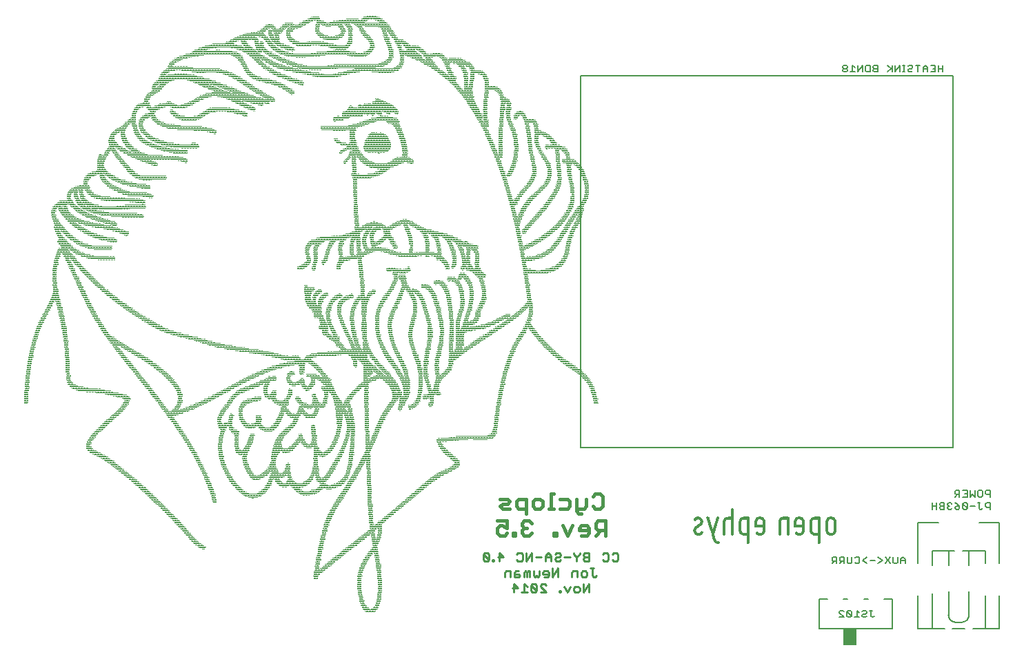
<source format=gbo>
G75*
%MOIN*%
%OFA0B0*%
%FSLAX24Y24*%
%IPPOS*%
%LPD*%
%AMOC8*
5,1,8,0,0,1.08239X$1,22.5*
%
%ADD10C,0.0090*%
%ADD11C,0.0150*%
%ADD12C,0.0050*%
%ADD13R,0.0551X0.0787*%
%ADD14C,0.0070*%
%ADD15R,0.0040X0.0010*%
%ADD16R,0.0050X0.0010*%
%ADD17R,0.0070X0.0010*%
%ADD18R,0.0120X0.0010*%
%ADD19R,0.0100X0.0010*%
%ADD20R,0.0150X0.0010*%
%ADD21R,0.0170X0.0010*%
%ADD22R,0.0200X0.0010*%
%ADD23R,0.0210X0.0010*%
%ADD24R,0.0230X0.0010*%
%ADD25R,0.0240X0.0010*%
%ADD26R,0.0250X0.0010*%
%ADD27R,0.0140X0.0010*%
%ADD28R,0.0130X0.0010*%
%ADD29R,0.0290X0.0010*%
%ADD30R,0.0110X0.0010*%
%ADD31R,0.0340X0.0010*%
%ADD32R,0.0180X0.0010*%
%ADD33R,0.0360X0.0010*%
%ADD34R,0.0090X0.0010*%
%ADD35R,0.0220X0.0010*%
%ADD36R,0.0380X0.0010*%
%ADD37R,0.0280X0.0010*%
%ADD38R,0.0400X0.0010*%
%ADD39R,0.0310X0.0010*%
%ADD40R,0.0410X0.0010*%
%ADD41R,0.0330X0.0010*%
%ADD42R,0.0430X0.0010*%
%ADD43R,0.0350X0.0010*%
%ADD44R,0.0440X0.0010*%
%ADD45R,0.0370X0.0010*%
%ADD46R,0.0450X0.0010*%
%ADD47R,0.0390X0.0010*%
%ADD48R,0.0460X0.0010*%
%ADD49R,0.0470X0.0010*%
%ADD50R,0.0420X0.0010*%
%ADD51R,0.0190X0.0010*%
%ADD52R,0.0160X0.0010*%
%ADD53R,0.0060X0.0010*%
%ADD54R,0.0010X0.0010*%
%ADD55R,0.0030X0.0010*%
%ADD56R,0.0490X0.0010*%
%ADD57R,0.0500X0.0010*%
%ADD58R,0.0510X0.0010*%
%ADD59R,0.0080X0.0010*%
%ADD60R,0.0260X0.0010*%
%ADD61R,0.0320X0.0010*%
%ADD62C,0.0060*%
%ADD63R,0.0033X0.0033*%
%ADD64R,0.0100X0.0033*%
%ADD65R,0.0467X0.0033*%
%ADD66R,0.0066X0.0033*%
%ADD67R,0.0100X0.0033*%
%ADD68R,0.0033X0.0033*%
%ADD69R,0.0600X0.0033*%
%ADD70R,0.0366X0.0033*%
%ADD71R,0.0333X0.0033*%
%ADD72R,0.0034X0.0033*%
%ADD73R,0.0067X0.0033*%
%ADD74R,0.0267X0.0033*%
%ADD75R,0.0266X0.0033*%
%ADD76R,0.0067X0.0033*%
%ADD77R,0.0233X0.0033*%
%ADD78R,0.0234X0.0033*%
%ADD79R,0.0200X0.0033*%
%ADD80R,0.0233X0.0033*%
%ADD81R,0.0200X0.0033*%
%ADD82R,0.0234X0.0033*%
%ADD83R,0.0034X0.0033*%
%ADD84R,0.0167X0.0033*%
%ADD85R,0.0300X0.0033*%
%ADD86R,0.0367X0.0033*%
%ADD87R,0.0434X0.0033*%
%ADD88R,0.0066X0.0033*%
%ADD89R,0.0500X0.0033*%
%ADD90R,0.0334X0.0033*%
%ADD91R,0.0333X0.0033*%
%ADD92R,0.0334X0.0033*%
%ADD93R,0.0267X0.0033*%
%ADD94R,0.0500X0.0033*%
%ADD95R,0.0400X0.0033*%
%ADD96R,0.0300X0.0033*%
%ADD97R,0.0367X0.0033*%
%ADD98R,0.0266X0.0033*%
%ADD99R,0.0400X0.0033*%
%ADD100R,0.0600X0.0033*%
%ADD101R,0.0133X0.0033*%
%ADD102R,0.0466X0.0033*%
%ADD103R,0.0767X0.0033*%
%ADD104R,0.0567X0.0033*%
%ADD105R,0.0967X0.0033*%
%ADD106R,0.0900X0.0033*%
%ADD107R,0.1100X0.0033*%
%ADD108R,0.0867X0.0033*%
%ADD109R,0.0167X0.0033*%
%ADD110R,0.1000X0.0033*%
%ADD111R,0.0667X0.0033*%
%ADD112R,0.0533X0.0033*%
%ADD113R,0.1367X0.0033*%
%ADD114R,0.0433X0.0033*%
%ADD115R,0.1167X0.0033*%
%ADD116R,0.0433X0.0033*%
%ADD117R,0.0466X0.0033*%
%ADD118R,0.0733X0.0033*%
%ADD119R,0.0734X0.0033*%
%ADD120R,0.0366X0.0033*%
%ADD121R,0.0633X0.0033*%
%ADD122R,0.0534X0.0033*%
%ADD123R,0.0667X0.0033*%
%ADD124R,0.0134X0.0033*%
%ADD125R,0.0767X0.0033*%
%ADD126R,0.0533X0.0033*%
%ADD127R,0.0967X0.0033*%
%ADD128R,0.1034X0.0033*%
%ADD129R,0.0666X0.0033*%
%ADD130R,0.0700X0.0033*%
%ADD131R,0.0800X0.0033*%
%ADD132R,0.0467X0.0033*%
%ADD133R,0.0700X0.0033*%
%ADD134R,0.1533X0.0033*%
%ADD135R,0.2434X0.0033*%
%ADD136R,0.1867X0.0033*%
%ADD137R,0.0166X0.0033*%
%ADD138R,0.0166X0.0033*%
%ADD139R,0.0934X0.0033*%
%ADD140R,0.0566X0.0033*%
%ADD141R,0.0567X0.0033*%
%ADD142R,0.0833X0.0033*%
%ADD143R,0.1067X0.0033*%
%ADD144R,0.0566X0.0033*%
%ADD145R,0.0866X0.0033*%
%ADD146R,0.0134X0.0033*%
%ADD147R,0.0133X0.0033*%
%ADD148R,0.0766X0.0033*%
%ADD149R,0.1234X0.0033*%
%ADD150R,0.1233X0.0033*%
%ADD151R,0.0434X0.0033*%
%ADD152R,0.0633X0.0033*%
%ADD153R,0.0800X0.0033*%
%ADD154R,0.1000X0.0033*%
%ADD155R,0.1466X0.0033*%
%ADD156R,0.1433X0.0033*%
%ADD157R,0.1133X0.0033*%
%ADD158R,0.0534X0.0033*%
%ADD159R,0.0833X0.0033*%
%ADD160R,0.0734X0.0033*%
%ADD161R,0.0634X0.0033*%
%ADD162R,0.0733X0.0033*%
%ADD163R,0.1200X0.0033*%
%ADD164R,0.0934X0.0033*%
%ADD165R,0.0766X0.0033*%
%ADD166R,0.1100X0.0033*%
%ADD167R,0.1333X0.0033*%
%ADD168R,0.1400X0.0033*%
%ADD169R,0.0666X0.0033*%
%ADD170R,0.1667X0.0033*%
%ADD171R,0.2667X0.0033*%
%ADD172R,0.1767X0.0033*%
%ADD173R,0.1334X0.0033*%
%ADD174R,0.1334X0.0033*%
%ADD175R,0.1433X0.0033*%
%ADD176R,0.1267X0.0033*%
%ADD177R,0.2333X0.0033*%
%ADD178R,0.2567X0.0033*%
%ADD179R,0.0634X0.0033*%
%ADD180R,0.0966X0.0033*%
%ADD181R,0.0867X0.0033*%
%ADD182R,0.1500X0.0033*%
%ADD183R,0.1067X0.0033*%
%ADD184R,0.1133X0.0033*%
%ADD185R,0.1033X0.0033*%
%ADD186R,0.1567X0.0033*%
%ADD187R,0.2067X0.0033*%
%ADD188R,0.2067X0.0033*%
%ADD189R,0.2767X0.0033*%
%ADD190R,0.1634X0.0033*%
%ADD191R,0.2034X0.0033*%
%ADD192R,0.1900X0.0033*%
%ADD193R,0.0834X0.0033*%
%ADD194R,0.0900X0.0033*%
%ADD195R,0.1066X0.0033*%
%ADD196R,0.1600X0.0033*%
%ADD197R,0.1766X0.0033*%
%ADD198R,0.2467X0.0033*%
%ADD199R,0.2400X0.0033*%
%ADD200R,0.1633X0.0033*%
%ADD201R,0.1033X0.0033*%
%ADD202R,0.1300X0.0033*%
%ADD203R,0.1266X0.0033*%
%ADD204R,0.1200X0.0033*%
%ADD205R,0.1800X0.0033*%
%ADD206R,0.1300X0.0033*%
%ADD207R,0.0866X0.0033*%
%ADD208R,0.1667X0.0033*%
%ADD209R,0.1833X0.0033*%
%ADD210R,0.1700X0.0033*%
%ADD211R,0.2066X0.0033*%
%ADD212R,0.1900X0.0033*%
%ADD213R,0.1866X0.0033*%
%ADD214R,0.1267X0.0033*%
%ADD215R,0.1600X0.0033*%
%ADD216R,0.1867X0.0033*%
%ADD217R,0.0834X0.0033*%
%ADD218R,0.1567X0.0033*%
%ADD219R,0.1733X0.0033*%
%ADD220R,0.0933X0.0033*%
%ADD221R,0.1866X0.0033*%
%ADD222R,0.1767X0.0033*%
%ADD223R,0.2433X0.0033*%
%ADD224R,0.1400X0.0033*%
%ADD225R,0.1167X0.0033*%
%ADD226R,0.2367X0.0033*%
%ADD227R,0.2100X0.0033*%
%ADD228R,0.1966X0.0033*%
%ADD229R,0.2100X0.0033*%
%ADD230R,0.2200X0.0033*%
%ADD231R,0.1333X0.0033*%
%ADD232R,0.2600X0.0033*%
%ADD233R,0.3833X0.0033*%
%ADD234R,0.4367X0.0033*%
%ADD235R,0.2533X0.0033*%
%ADD236R,0.1166X0.0033*%
%ADD237R,0.2033X0.0033*%
%ADD238R,0.4333X0.0033*%
%ADD239R,0.2500X0.0033*%
%ADD240R,0.2233X0.0033*%
%ADD241R,0.2000X0.0033*%
%ADD242R,0.1467X0.0033*%
%ADD243R,0.1634X0.0033*%
%ADD244R,0.1933X0.0033*%
%ADD245R,0.1766X0.0033*%
%ADD246R,0.1700X0.0033*%
D10*
X027097Y009038D02*
X027166Y008970D01*
X027302Y008970D01*
X027371Y009038D01*
X027097Y009312D01*
X027097Y009038D01*
X027371Y009038D02*
X027371Y009312D01*
X027302Y009380D01*
X027166Y009380D01*
X027097Y009312D01*
X027533Y009038D02*
X027533Y008970D01*
X027601Y008970D01*
X027601Y009038D01*
X027533Y009038D01*
X027788Y009175D02*
X028061Y009175D01*
X027856Y009380D01*
X027856Y008970D01*
X028202Y008494D02*
X028133Y008425D01*
X028133Y008220D01*
X028407Y008220D02*
X028407Y008494D01*
X028202Y008494D01*
X028594Y008425D02*
X028594Y008220D01*
X028799Y008220D01*
X028867Y008288D01*
X028799Y008357D01*
X028594Y008357D01*
X028594Y008425D02*
X028662Y008494D01*
X028799Y008494D01*
X029054Y008425D02*
X029054Y008220D01*
X029191Y008220D02*
X029191Y008425D01*
X029122Y008494D01*
X029054Y008425D01*
X029191Y008425D02*
X029259Y008494D01*
X029328Y008494D01*
X029328Y008220D01*
X029514Y008288D02*
X029514Y008494D01*
X029514Y008288D02*
X029583Y008220D01*
X029651Y008288D01*
X029720Y008220D01*
X029788Y008288D01*
X029788Y008494D01*
X029975Y008425D02*
X030043Y008494D01*
X030180Y008494D01*
X030248Y008425D01*
X030248Y008288D01*
X030180Y008220D01*
X030043Y008220D01*
X029975Y008357D02*
X030248Y008357D01*
X030435Y008220D02*
X030435Y008630D01*
X030709Y008630D02*
X030435Y008220D01*
X030709Y008220D02*
X030709Y008630D01*
X030755Y008970D02*
X030619Y008970D01*
X030550Y009038D01*
X030550Y009107D01*
X030619Y009175D01*
X030755Y009175D01*
X030824Y009244D01*
X030824Y009312D01*
X030755Y009380D01*
X030619Y009380D01*
X030550Y009312D01*
X030363Y009244D02*
X030227Y009380D01*
X030090Y009244D01*
X030090Y008970D01*
X030090Y009175D02*
X030363Y009175D01*
X030363Y009244D02*
X030363Y008970D01*
X030755Y008970D02*
X030824Y009038D01*
X031011Y009175D02*
X031284Y009175D01*
X031471Y009312D02*
X031471Y009380D01*
X031471Y009312D02*
X031608Y009175D01*
X031608Y008970D01*
X031608Y009175D02*
X031745Y009312D01*
X031745Y009380D01*
X031931Y009312D02*
X031931Y009244D01*
X032000Y009175D01*
X032205Y009175D01*
X032205Y008970D02*
X032000Y008970D01*
X031931Y009038D01*
X031931Y009107D01*
X032000Y009175D01*
X031931Y009312D02*
X032000Y009380D01*
X032205Y009380D01*
X032205Y008970D01*
X032277Y008630D02*
X032413Y008630D01*
X032345Y008630D02*
X032345Y008288D01*
X032413Y008220D01*
X032482Y008220D01*
X032550Y008288D01*
X032090Y008288D02*
X032021Y008220D01*
X031885Y008220D01*
X031816Y008288D01*
X031816Y008425D01*
X031885Y008494D01*
X032021Y008494D01*
X032090Y008425D01*
X032090Y008288D01*
X032205Y007880D02*
X031931Y007470D01*
X031931Y007880D01*
X032205Y007880D02*
X032205Y007470D01*
X031745Y007538D02*
X031745Y007675D01*
X031676Y007744D01*
X031539Y007744D01*
X031471Y007675D01*
X031471Y007538D01*
X031539Y007470D01*
X031676Y007470D01*
X031745Y007538D01*
X031284Y007744D02*
X031147Y007470D01*
X031011Y007744D01*
X030824Y007538D02*
X030755Y007538D01*
X030755Y007470D01*
X030824Y007470D01*
X030824Y007538D01*
X030133Y007470D02*
X029860Y007744D01*
X029860Y007812D01*
X029928Y007880D01*
X030065Y007880D01*
X030133Y007812D01*
X030133Y007470D02*
X029860Y007470D01*
X029673Y007538D02*
X029399Y007812D01*
X029399Y007538D01*
X029468Y007470D01*
X029604Y007470D01*
X029673Y007538D01*
X029673Y007812D01*
X029604Y007880D01*
X029468Y007880D01*
X029399Y007812D01*
X029212Y007744D02*
X029076Y007880D01*
X029076Y007470D01*
X029212Y007470D02*
X028939Y007470D01*
X028752Y007675D02*
X028478Y007675D01*
X028547Y007470D02*
X028547Y007880D01*
X028752Y007675D01*
X029975Y008357D02*
X029975Y008425D01*
X029903Y009175D02*
X029629Y009175D01*
X029443Y008970D02*
X029443Y009380D01*
X029169Y008970D01*
X029169Y009380D01*
X028982Y009312D02*
X028982Y009038D01*
X028914Y008970D01*
X028777Y008970D01*
X028709Y009038D01*
X028709Y009312D02*
X028777Y009380D01*
X028914Y009380D01*
X028982Y009312D01*
X031356Y008425D02*
X031356Y008220D01*
X031356Y008425D02*
X031424Y008494D01*
X031629Y008494D01*
X031629Y008220D01*
X032852Y009038D02*
X032921Y008970D01*
X033057Y008970D01*
X033126Y009038D01*
X033126Y009312D01*
X033057Y009380D01*
X032921Y009380D01*
X032852Y009312D01*
X033313Y009312D02*
X033381Y009380D01*
X033518Y009380D01*
X033586Y009312D01*
X033586Y009038D01*
X033518Y008970D01*
X033381Y008970D01*
X033313Y009038D01*
D11*
X032990Y010225D02*
X032990Y010936D01*
X032635Y010936D01*
X032516Y010817D01*
X032516Y010580D01*
X032635Y010462D01*
X032990Y010462D01*
X032753Y010462D02*
X032516Y010225D01*
X032198Y010343D02*
X032198Y010580D01*
X032080Y010699D01*
X031843Y010699D01*
X031724Y010580D01*
X031724Y010462D01*
X032198Y010462D01*
X032198Y010343D02*
X032080Y010225D01*
X031843Y010225D01*
X031406Y010699D02*
X031169Y010225D01*
X030932Y010699D01*
X030614Y010343D02*
X030496Y010343D01*
X030496Y010225D01*
X030614Y010225D01*
X030614Y010343D01*
X030482Y011515D02*
X030245Y011515D01*
X030364Y011515D02*
X030364Y012226D01*
X030482Y012226D01*
X030800Y011989D02*
X031156Y011989D01*
X031274Y011870D01*
X031274Y011633D01*
X031156Y011515D01*
X030800Y011515D01*
X031592Y011515D02*
X031948Y011515D01*
X032066Y011633D01*
X032066Y011989D01*
X032384Y012107D02*
X032503Y012226D01*
X032739Y012226D01*
X032858Y012107D01*
X032858Y011633D01*
X032739Y011515D01*
X032503Y011515D01*
X032384Y011633D01*
X031829Y011278D02*
X031711Y011278D01*
X031592Y011397D01*
X031592Y011989D01*
X029954Y011870D02*
X029954Y011633D01*
X029836Y011515D01*
X029599Y011515D01*
X029481Y011633D01*
X029481Y011870D01*
X029599Y011989D01*
X029836Y011989D01*
X029954Y011870D01*
X029162Y011989D02*
X029162Y011278D01*
X029162Y011515D02*
X028807Y011515D01*
X028689Y011633D01*
X028689Y011870D01*
X028807Y011989D01*
X029162Y011989D01*
X028371Y011870D02*
X028252Y011989D01*
X027897Y011989D01*
X028015Y011752D02*
X027897Y011633D01*
X028015Y011515D01*
X028371Y011515D01*
X028252Y011752D02*
X028371Y011870D01*
X028252Y011752D02*
X028015Y011752D01*
X028239Y010936D02*
X027765Y010936D01*
X027883Y010699D02*
X027765Y010580D01*
X027765Y010343D01*
X027883Y010225D01*
X028120Y010225D01*
X028239Y010343D01*
X028239Y010580D02*
X028002Y010699D01*
X027883Y010699D01*
X028239Y010580D02*
X028239Y010936D01*
X028516Y010343D02*
X028516Y010225D01*
X028635Y010225D01*
X028635Y010343D01*
X028516Y010343D01*
X028953Y010343D02*
X029071Y010225D01*
X029308Y010225D01*
X029426Y010343D01*
X029190Y010580D02*
X029071Y010580D01*
X028953Y010462D01*
X028953Y010343D01*
X029071Y010580D02*
X028953Y010699D01*
X028953Y010817D01*
X029071Y010936D01*
X029308Y010936D01*
X029426Y010817D01*
D12*
X043322Y007134D02*
X043322Y005716D01*
X044542Y005716D01*
X044542Y004929D01*
X045093Y004929D01*
X045093Y005716D01*
X044542Y005716D01*
X045093Y005716D02*
X046865Y005716D01*
X046865Y007134D01*
X046471Y007134D01*
X045684Y007134D02*
X045487Y007134D01*
X044700Y007134D02*
X044503Y007134D01*
X043715Y007134D02*
X043322Y007134D01*
X048101Y007300D02*
X048101Y005725D01*
X048790Y005725D01*
X048790Y007398D01*
X049578Y007497D02*
X049578Y006375D01*
X049577Y006375D02*
X049579Y006340D01*
X049584Y006306D01*
X049592Y006272D01*
X049604Y006239D01*
X049619Y006208D01*
X049637Y006178D01*
X049658Y006150D01*
X049681Y006124D01*
X049707Y006101D01*
X049735Y006080D01*
X049765Y006062D01*
X049796Y006047D01*
X049829Y006035D01*
X049863Y006027D01*
X049897Y006022D01*
X049932Y006020D01*
X050207Y006020D01*
X050365Y005725D02*
X049774Y005725D01*
X049381Y005725D02*
X048790Y005725D01*
X050207Y006020D02*
X050242Y006022D01*
X050276Y006027D01*
X050310Y006035D01*
X050343Y006047D01*
X050374Y006062D01*
X050404Y006080D01*
X050432Y006101D01*
X050458Y006124D01*
X050481Y006150D01*
X050502Y006178D01*
X050520Y006208D01*
X050535Y006239D01*
X050547Y006272D01*
X050555Y006306D01*
X050560Y006340D01*
X050562Y006375D01*
X050562Y007497D01*
X051349Y007300D02*
X051349Y005725D01*
X052038Y005725D01*
X052038Y007300D01*
X050562Y008776D02*
X050562Y009465D01*
X050267Y009465D01*
X050562Y009465D02*
X051349Y009465D01*
X051349Y008875D01*
X052038Y008875D02*
X052038Y010843D01*
X051054Y010843D01*
X049873Y009465D02*
X049578Y009465D01*
X049578Y008776D01*
X049578Y009465D02*
X048790Y009465D01*
X048790Y008776D01*
X048101Y008875D02*
X048101Y010843D01*
X049085Y010843D01*
X050759Y005725D02*
X051349Y005725D01*
D13*
X044818Y005323D03*
D14*
X044834Y006260D02*
X044889Y006315D01*
X044669Y006535D01*
X044669Y006315D01*
X044724Y006260D01*
X044834Y006260D01*
X044889Y006315D02*
X044889Y006535D01*
X044834Y006590D01*
X044724Y006590D01*
X044669Y006535D01*
X044521Y006535D02*
X044466Y006590D01*
X044356Y006590D01*
X044301Y006535D01*
X044301Y006480D01*
X044521Y006260D01*
X044301Y006260D01*
X045038Y006260D02*
X045258Y006260D01*
X045148Y006260D02*
X045148Y006590D01*
X045258Y006480D01*
X045406Y006535D02*
X045461Y006590D01*
X045571Y006590D01*
X045626Y006535D01*
X045626Y006480D01*
X045571Y006425D01*
X045461Y006425D01*
X045406Y006370D01*
X045406Y006315D01*
X045461Y006260D01*
X045571Y006260D01*
X045626Y006315D01*
X045829Y006315D02*
X045829Y006590D01*
X045884Y006590D02*
X045774Y006590D01*
X045829Y006315D02*
X045884Y006260D01*
X045939Y006260D01*
X045994Y006315D01*
X046161Y008860D02*
X046381Y009025D01*
X046161Y009190D01*
X046013Y009025D02*
X045792Y009025D01*
X045644Y008860D02*
X045424Y009025D01*
X045644Y009190D01*
X045276Y009135D02*
X045276Y008915D01*
X045221Y008860D01*
X045111Y008860D01*
X045056Y008915D01*
X044908Y008915D02*
X044853Y008860D01*
X044743Y008860D01*
X044688Y008915D01*
X044688Y009190D01*
X044539Y009190D02*
X044374Y009190D01*
X044319Y009135D01*
X044319Y009025D01*
X044374Y008970D01*
X044539Y008970D01*
X044429Y008970D02*
X044319Y008860D01*
X044171Y008860D02*
X044171Y009190D01*
X044006Y009190D01*
X043951Y009135D01*
X043951Y009025D01*
X044006Y008970D01*
X044171Y008970D01*
X044061Y008970D02*
X043951Y008860D01*
X044539Y008860D02*
X044539Y009190D01*
X044908Y009190D02*
X044908Y008915D01*
X045056Y009135D02*
X045111Y009190D01*
X045221Y009190D01*
X045276Y009135D01*
X046529Y009190D02*
X046749Y008860D01*
X046897Y008915D02*
X046952Y008860D01*
X047063Y008860D01*
X047118Y008915D01*
X047118Y009190D01*
X047266Y009080D02*
X047266Y008860D01*
X047266Y009025D02*
X047486Y009025D01*
X047486Y009080D02*
X047376Y009190D01*
X047266Y009080D01*
X047486Y009080D02*
X047486Y008860D01*
X046897Y008915D02*
X046897Y009190D01*
X046749Y009190D02*
X046529Y008860D01*
X048786Y011473D02*
X048786Y011804D01*
X048786Y011639D02*
X049006Y011639D01*
X049154Y011694D02*
X049209Y011639D01*
X049374Y011639D01*
X049523Y011694D02*
X049578Y011639D01*
X049523Y011583D01*
X049523Y011528D01*
X049578Y011473D01*
X049688Y011473D01*
X049743Y011528D01*
X049891Y011528D02*
X049891Y011583D01*
X049946Y011639D01*
X050111Y011639D01*
X050111Y011528D01*
X050056Y011473D01*
X049946Y011473D01*
X049891Y011528D01*
X050001Y011749D02*
X050111Y011639D01*
X050001Y011749D02*
X049891Y011804D01*
X049743Y011749D02*
X049688Y011804D01*
X049578Y011804D01*
X049523Y011749D01*
X049523Y011694D01*
X049578Y011639D02*
X049633Y011639D01*
X049374Y011473D02*
X049374Y011804D01*
X049209Y011804D01*
X049154Y011749D01*
X049154Y011694D01*
X049209Y011639D02*
X049154Y011583D01*
X049154Y011528D01*
X049209Y011473D01*
X049374Y011473D01*
X049006Y011473D02*
X049006Y011804D01*
X049891Y012084D02*
X050001Y012195D01*
X049946Y012195D02*
X050111Y012195D01*
X050111Y012084D02*
X050111Y012415D01*
X049946Y012415D01*
X049891Y012360D01*
X049891Y012250D01*
X049946Y012195D01*
X050259Y012084D02*
X050479Y012084D01*
X050479Y012415D01*
X050259Y012415D01*
X050369Y012250D02*
X050479Y012250D01*
X050627Y012415D02*
X050627Y012084D01*
X050738Y012195D01*
X050848Y012084D01*
X050848Y012415D01*
X050996Y012360D02*
X051051Y012415D01*
X051161Y012415D01*
X051216Y012360D01*
X051216Y012139D01*
X051161Y012084D01*
X051051Y012084D01*
X050996Y012139D01*
X050996Y012360D01*
X051364Y012360D02*
X051364Y012250D01*
X051419Y012195D01*
X051584Y012195D01*
X051584Y012084D02*
X051584Y012415D01*
X051419Y012415D01*
X051364Y012360D01*
X051419Y011804D02*
X051364Y011749D01*
X051364Y011639D01*
X051419Y011583D01*
X051584Y011583D01*
X051584Y011473D02*
X051584Y011804D01*
X051419Y011804D01*
X051106Y011804D02*
X050996Y011804D01*
X051051Y011804D02*
X051051Y011528D01*
X051106Y011473D01*
X051161Y011473D01*
X051216Y011528D01*
X050848Y011639D02*
X050627Y011639D01*
X050479Y011749D02*
X050424Y011804D01*
X050314Y011804D01*
X050259Y011749D01*
X050479Y011528D01*
X050424Y011473D01*
X050314Y011473D01*
X050259Y011528D01*
X050259Y011749D01*
X050479Y011749D02*
X050479Y011528D01*
X049308Y032660D02*
X049308Y032990D01*
X049308Y032825D02*
X049088Y032825D01*
X048940Y032825D02*
X048830Y032825D01*
X048940Y032660D02*
X048720Y032660D01*
X048572Y032660D02*
X048572Y032880D01*
X048462Y032990D01*
X048351Y032880D01*
X048351Y032660D01*
X048351Y032825D02*
X048572Y032825D01*
X048720Y032990D02*
X048940Y032990D01*
X048940Y032660D01*
X049088Y032660D02*
X049088Y032990D01*
X048203Y032990D02*
X047983Y032990D01*
X048093Y032990D02*
X048093Y032660D01*
X047835Y032715D02*
X047780Y032660D01*
X047670Y032660D01*
X047615Y032715D01*
X047615Y032770D01*
X047670Y032825D01*
X047780Y032825D01*
X047835Y032880D01*
X047835Y032935D01*
X047780Y032990D01*
X047670Y032990D01*
X047615Y032935D01*
X047467Y032990D02*
X047357Y032990D01*
X047412Y032990D02*
X047412Y032660D01*
X047467Y032660D02*
X047357Y032660D01*
X047221Y032660D02*
X047221Y032990D01*
X047001Y032660D01*
X047001Y032990D01*
X046853Y032990D02*
X046853Y032660D01*
X046853Y032770D02*
X046633Y032990D01*
X046798Y032825D02*
X046633Y032660D01*
X046158Y032660D02*
X045993Y032660D01*
X045938Y032715D01*
X045938Y032770D01*
X045993Y032825D01*
X046158Y032825D01*
X045993Y032825D02*
X045938Y032880D01*
X045938Y032935D01*
X045993Y032990D01*
X046158Y032990D01*
X046158Y032660D01*
X045790Y032660D02*
X045790Y032990D01*
X045625Y032990D01*
X045570Y032935D01*
X045570Y032715D01*
X045625Y032660D01*
X045790Y032660D01*
X045422Y032660D02*
X045422Y032990D01*
X045201Y032660D01*
X045201Y032990D01*
X045053Y032880D02*
X044943Y032990D01*
X044943Y032660D01*
X045053Y032660D02*
X044833Y032660D01*
X044685Y032715D02*
X044685Y032770D01*
X044630Y032825D01*
X044520Y032825D01*
X044465Y032770D01*
X044465Y032715D01*
X044520Y032660D01*
X044630Y032660D01*
X044685Y032715D01*
X044630Y032825D02*
X044685Y032880D01*
X044685Y032935D01*
X044630Y032990D01*
X044520Y032990D01*
X044465Y032935D01*
X044465Y032880D01*
X044520Y032825D01*
D15*
X039133Y011510D03*
X039133Y010200D03*
X038733Y010200D03*
X039903Y009800D03*
X041413Y010200D03*
X041813Y010200D03*
X043323Y009800D03*
D16*
X038448Y009800D03*
X037318Y010910D03*
D17*
X037658Y010390D03*
X038428Y011100D03*
X039128Y011500D03*
X039128Y010210D03*
X038728Y010210D03*
X039908Y009810D03*
X040468Y010200D03*
X041418Y010210D03*
X041818Y010210D03*
X042368Y010200D03*
X043328Y009810D03*
X043898Y010200D03*
X043898Y011110D03*
X042368Y011110D03*
X040468Y011110D03*
D18*
X040653Y010930D03*
X040653Y010920D03*
X040663Y010910D03*
X040663Y010900D03*
X040663Y010890D03*
X040663Y010880D03*
X040283Y010920D03*
X040283Y010930D03*
X040273Y010910D03*
X040273Y010900D03*
X040273Y010890D03*
X039903Y010890D03*
X039903Y010900D03*
X039903Y010910D03*
X039903Y010920D03*
X039903Y010930D03*
X039903Y010940D03*
X039903Y010950D03*
X039903Y010960D03*
X039903Y010970D03*
X039903Y010980D03*
X039903Y010880D03*
X039903Y010870D03*
X039903Y010860D03*
X039903Y010850D03*
X039903Y010840D03*
X039903Y010830D03*
X039903Y010820D03*
X039903Y010810D03*
X039903Y010800D03*
X039903Y010790D03*
X039903Y010780D03*
X039903Y010770D03*
X039903Y010760D03*
X039903Y010750D03*
X039903Y010740D03*
X039903Y010730D03*
X039903Y010720D03*
X039903Y010710D03*
X039903Y010700D03*
X039903Y010690D03*
X039903Y010680D03*
X039903Y010670D03*
X039903Y010660D03*
X039903Y010650D03*
X039903Y010640D03*
X039903Y010630D03*
X039903Y010620D03*
X039903Y010610D03*
X039903Y010600D03*
X039903Y010590D03*
X039903Y010580D03*
X039903Y010570D03*
X039903Y010560D03*
X039903Y010550D03*
X039903Y010540D03*
X039903Y010530D03*
X039903Y010520D03*
X039903Y010510D03*
X039903Y010500D03*
X039903Y010490D03*
X039903Y010480D03*
X039903Y010470D03*
X039903Y010460D03*
X039903Y010450D03*
X039903Y010440D03*
X039903Y010430D03*
X039903Y010420D03*
X039903Y010410D03*
X039903Y010400D03*
X039903Y010390D03*
X039903Y010380D03*
X039903Y010370D03*
X039903Y010360D03*
X039903Y010350D03*
X039903Y010340D03*
X039903Y010330D03*
X039903Y010320D03*
X039903Y010190D03*
X039903Y010180D03*
X039903Y010170D03*
X039903Y010160D03*
X039903Y010150D03*
X039903Y010140D03*
X039903Y010130D03*
X039903Y010120D03*
X039903Y010110D03*
X039903Y010100D03*
X039903Y010090D03*
X039903Y010080D03*
X039903Y010070D03*
X039903Y010060D03*
X039903Y010050D03*
X039903Y010040D03*
X039903Y010030D03*
X039903Y010020D03*
X039903Y010010D03*
X039903Y010000D03*
X039903Y009990D03*
X039903Y009980D03*
X039903Y009970D03*
X039903Y009960D03*
X039903Y009950D03*
X039903Y009940D03*
X039903Y009930D03*
X039903Y009920D03*
X039903Y009910D03*
X039903Y009900D03*
X039903Y009890D03*
X039903Y009880D03*
X039903Y009870D03*
X039903Y009860D03*
X039903Y009850D03*
X039903Y009840D03*
X040333Y010330D03*
X040653Y010380D03*
X040653Y010390D03*
X040663Y010400D03*
X040663Y010410D03*
X040663Y010420D03*
X040663Y010430D03*
X041413Y010430D03*
X041413Y010440D03*
X041413Y010450D03*
X041413Y010460D03*
X041413Y010470D03*
X041413Y010480D03*
X041413Y010490D03*
X041413Y010500D03*
X041413Y010510D03*
X041413Y010520D03*
X041413Y010530D03*
X041413Y010540D03*
X041413Y010550D03*
X041413Y010560D03*
X041413Y010570D03*
X041413Y010580D03*
X041413Y010590D03*
X041413Y010600D03*
X041413Y010610D03*
X041413Y010620D03*
X041413Y010630D03*
X041413Y010640D03*
X041413Y010650D03*
X041413Y010660D03*
X041413Y010670D03*
X041413Y010680D03*
X041413Y010690D03*
X041413Y010700D03*
X041413Y010710D03*
X041413Y010720D03*
X041413Y010730D03*
X041413Y010740D03*
X041413Y010750D03*
X041413Y010760D03*
X041413Y010770D03*
X041413Y010780D03*
X041413Y010790D03*
X041413Y010800D03*
X041413Y010810D03*
X041413Y010820D03*
X041413Y010830D03*
X041413Y010840D03*
X041413Y010850D03*
X041413Y010860D03*
X041413Y010870D03*
X041423Y010900D03*
X041423Y010910D03*
X041433Y010930D03*
X041813Y010930D03*
X041813Y010940D03*
X041813Y010950D03*
X041813Y010960D03*
X041813Y010970D03*
X041813Y010980D03*
X041813Y010920D03*
X041813Y010910D03*
X041813Y010900D03*
X041813Y010890D03*
X041813Y010880D03*
X041813Y010870D03*
X041813Y010860D03*
X041813Y010850D03*
X041813Y010840D03*
X041813Y010830D03*
X041813Y010820D03*
X041813Y010810D03*
X041813Y010800D03*
X041813Y010790D03*
X041813Y010780D03*
X041813Y010770D03*
X041813Y010760D03*
X041813Y010750D03*
X041813Y010740D03*
X041813Y010730D03*
X041813Y010720D03*
X041813Y010710D03*
X041813Y010700D03*
X041813Y010690D03*
X041813Y010680D03*
X041813Y010670D03*
X041813Y010660D03*
X041813Y010650D03*
X041813Y010640D03*
X041813Y010630D03*
X041813Y010620D03*
X041813Y010610D03*
X041813Y010600D03*
X041813Y010590D03*
X041813Y010580D03*
X041813Y010570D03*
X041813Y010560D03*
X041813Y010550D03*
X041813Y010540D03*
X041813Y010530D03*
X041813Y010520D03*
X041813Y010510D03*
X041813Y010500D03*
X041813Y010490D03*
X041813Y010480D03*
X041813Y010470D03*
X041813Y010460D03*
X041813Y010450D03*
X041813Y010440D03*
X041813Y010430D03*
X041813Y010420D03*
X041813Y010410D03*
X041813Y010400D03*
X041813Y010390D03*
X041813Y010380D03*
X041813Y010370D03*
X041813Y010360D03*
X041813Y010350D03*
X041813Y010340D03*
X041813Y010330D03*
X041813Y010320D03*
X041813Y010310D03*
X041813Y010300D03*
X041813Y010290D03*
X041813Y010280D03*
X041813Y010270D03*
X041813Y010260D03*
X041813Y010250D03*
X041813Y010240D03*
X041413Y010240D03*
X041413Y010250D03*
X041413Y010260D03*
X041413Y010270D03*
X041413Y010280D03*
X041413Y010290D03*
X041413Y010300D03*
X041413Y010310D03*
X041413Y010320D03*
X041413Y010330D03*
X041413Y010340D03*
X041413Y010350D03*
X041413Y010360D03*
X041413Y010370D03*
X041413Y010380D03*
X041413Y010390D03*
X041413Y010400D03*
X041413Y010410D03*
X041413Y010420D03*
X042233Y010330D03*
X042553Y010380D03*
X042553Y010390D03*
X042563Y010400D03*
X042563Y010410D03*
X042563Y010420D03*
X042563Y010430D03*
X042923Y010430D03*
X042923Y010440D03*
X042923Y010450D03*
X042923Y010460D03*
X042923Y010470D03*
X042923Y010480D03*
X042923Y010490D03*
X042923Y010500D03*
X042923Y010510D03*
X042923Y010520D03*
X042923Y010530D03*
X042923Y010540D03*
X042923Y010550D03*
X042923Y010560D03*
X042923Y010570D03*
X042923Y010580D03*
X042923Y010590D03*
X042923Y010600D03*
X042923Y010610D03*
X042923Y010620D03*
X042923Y010630D03*
X042923Y010640D03*
X042923Y010650D03*
X042923Y010660D03*
X042923Y010670D03*
X042923Y010680D03*
X042923Y010690D03*
X042923Y010700D03*
X042923Y010710D03*
X042923Y010720D03*
X042923Y010730D03*
X042923Y010740D03*
X042923Y010750D03*
X042923Y010760D03*
X042923Y010770D03*
X042923Y010780D03*
X042923Y010790D03*
X042923Y010800D03*
X042923Y010810D03*
X042923Y010820D03*
X042923Y010830D03*
X042923Y010840D03*
X042923Y010850D03*
X042923Y010860D03*
X042923Y010870D03*
X042933Y010900D03*
X042933Y010910D03*
X042943Y010930D03*
X043323Y010930D03*
X043323Y010940D03*
X043323Y010950D03*
X043323Y010960D03*
X043323Y010970D03*
X043323Y010980D03*
X043323Y010920D03*
X043323Y010910D03*
X043323Y010900D03*
X043323Y010890D03*
X043323Y010880D03*
X043323Y010870D03*
X043323Y010860D03*
X043323Y010850D03*
X043323Y010840D03*
X043323Y010830D03*
X043323Y010820D03*
X043323Y010810D03*
X043323Y010800D03*
X043323Y010790D03*
X043323Y010780D03*
X043323Y010770D03*
X043323Y010760D03*
X043323Y010750D03*
X043323Y010740D03*
X043323Y010730D03*
X043323Y010720D03*
X043323Y010710D03*
X043323Y010700D03*
X043323Y010690D03*
X043323Y010680D03*
X043323Y010670D03*
X043323Y010660D03*
X043323Y010650D03*
X043323Y010640D03*
X043323Y010630D03*
X043323Y010620D03*
X043323Y010610D03*
X043323Y010600D03*
X043323Y010590D03*
X043323Y010580D03*
X043323Y010570D03*
X043323Y010560D03*
X043323Y010550D03*
X043323Y010540D03*
X043323Y010530D03*
X043323Y010520D03*
X043323Y010510D03*
X043323Y010500D03*
X043323Y010490D03*
X043323Y010480D03*
X043323Y010470D03*
X043323Y010460D03*
X043323Y010450D03*
X043323Y010440D03*
X043323Y010430D03*
X043323Y010420D03*
X043323Y010410D03*
X043323Y010400D03*
X043323Y010390D03*
X043323Y010380D03*
X043323Y010370D03*
X043323Y010360D03*
X043323Y010350D03*
X043323Y010340D03*
X043323Y010330D03*
X043323Y010320D03*
X043323Y010190D03*
X043323Y010180D03*
X043323Y010170D03*
X043323Y010160D03*
X043323Y010150D03*
X043323Y010140D03*
X043323Y010130D03*
X043323Y010120D03*
X043323Y010110D03*
X043323Y010100D03*
X043323Y010090D03*
X043323Y010080D03*
X043323Y010070D03*
X043323Y010060D03*
X043323Y010050D03*
X043323Y010040D03*
X043323Y010030D03*
X043323Y010020D03*
X043323Y010010D03*
X043323Y010000D03*
X043323Y009990D03*
X043323Y009980D03*
X043323Y009970D03*
X043323Y009960D03*
X043323Y009950D03*
X043323Y009940D03*
X043323Y009930D03*
X043323Y009920D03*
X043323Y009910D03*
X043323Y009900D03*
X043323Y009890D03*
X043323Y009880D03*
X043323Y009870D03*
X043323Y009860D03*
X043323Y009850D03*
X043323Y009840D03*
X042943Y010370D03*
X042933Y010390D03*
X042933Y010400D03*
X042563Y010880D03*
X042563Y010890D03*
X042563Y010900D03*
X042563Y010910D03*
X042553Y010920D03*
X042553Y010930D03*
X042183Y010930D03*
X042183Y010920D03*
X042173Y010910D03*
X042173Y010900D03*
X042173Y010890D03*
X043703Y010890D03*
X043703Y010900D03*
X043703Y010910D03*
X043713Y010920D03*
X043713Y010930D03*
X044083Y010930D03*
X044083Y010920D03*
X044093Y010910D03*
X044093Y010900D03*
X044093Y010890D03*
X044093Y010880D03*
X044093Y010430D03*
X044093Y010420D03*
X044093Y010410D03*
X044093Y010400D03*
X044083Y010390D03*
X044083Y010380D03*
X043713Y010380D03*
X043713Y010390D03*
X043703Y010400D03*
X043703Y010410D03*
X043703Y010420D03*
X039523Y010370D03*
X039513Y010390D03*
X039513Y010400D03*
X039503Y010430D03*
X039503Y010440D03*
X039503Y010450D03*
X039503Y010460D03*
X039503Y010470D03*
X039503Y010480D03*
X039503Y010490D03*
X039503Y010500D03*
X039503Y010510D03*
X039503Y010520D03*
X039503Y010530D03*
X039503Y010540D03*
X039503Y010550D03*
X039503Y010560D03*
X039503Y010570D03*
X039503Y010580D03*
X039503Y010590D03*
X039503Y010600D03*
X039503Y010610D03*
X039503Y010620D03*
X039503Y010630D03*
X039503Y010640D03*
X039503Y010650D03*
X039503Y010660D03*
X039503Y010670D03*
X039503Y010680D03*
X039503Y010690D03*
X039503Y010700D03*
X039503Y010710D03*
X039503Y010720D03*
X039503Y010730D03*
X039503Y010740D03*
X039503Y010750D03*
X039503Y010760D03*
X039503Y010770D03*
X039503Y010780D03*
X039503Y010790D03*
X039503Y010800D03*
X039503Y010810D03*
X039503Y010820D03*
X039503Y010830D03*
X039503Y010840D03*
X039503Y010850D03*
X039503Y010860D03*
X039503Y010870D03*
X039513Y010900D03*
X039513Y010910D03*
X039523Y010930D03*
X039133Y010930D03*
X039133Y010940D03*
X039133Y010950D03*
X039133Y010960D03*
X039133Y010970D03*
X039133Y010980D03*
X039133Y010920D03*
X039133Y010910D03*
X039133Y010900D03*
X039133Y010890D03*
X039133Y010880D03*
X039133Y010870D03*
X039133Y010860D03*
X039133Y010850D03*
X039133Y010840D03*
X039133Y010830D03*
X039133Y010820D03*
X039133Y010810D03*
X039133Y010800D03*
X039133Y010790D03*
X039133Y010780D03*
X039133Y010770D03*
X039133Y010760D03*
X039133Y010750D03*
X039133Y010740D03*
X039133Y010730D03*
X039133Y010720D03*
X039133Y010710D03*
X039133Y010700D03*
X039133Y010690D03*
X039133Y010680D03*
X039133Y010670D03*
X039133Y010660D03*
X039133Y010650D03*
X039133Y010640D03*
X039133Y010630D03*
X039133Y010620D03*
X039133Y010610D03*
X039133Y010600D03*
X039133Y010590D03*
X039133Y010580D03*
X039133Y010570D03*
X039133Y010560D03*
X039133Y010550D03*
X039133Y010540D03*
X039133Y010530D03*
X039133Y010520D03*
X039133Y010510D03*
X039133Y010500D03*
X039133Y010490D03*
X039133Y010480D03*
X039133Y010470D03*
X039133Y010460D03*
X039133Y010450D03*
X039133Y010440D03*
X039133Y010430D03*
X039133Y010420D03*
X039133Y010410D03*
X039133Y010400D03*
X039133Y010390D03*
X039133Y010380D03*
X039133Y010370D03*
X039133Y010360D03*
X039133Y010350D03*
X039133Y010340D03*
X039133Y010330D03*
X039133Y010320D03*
X039133Y010310D03*
X039133Y010300D03*
X039133Y010290D03*
X039133Y010280D03*
X039133Y010270D03*
X039133Y010260D03*
X039133Y010250D03*
X039133Y010240D03*
X038733Y010240D03*
X038733Y010250D03*
X038733Y010260D03*
X038733Y010270D03*
X038733Y010280D03*
X038733Y010290D03*
X038733Y010300D03*
X038733Y010310D03*
X038733Y010320D03*
X038733Y010330D03*
X038733Y010340D03*
X038733Y010350D03*
X038733Y010360D03*
X038733Y010370D03*
X038733Y010380D03*
X038733Y010390D03*
X038733Y010400D03*
X038733Y010410D03*
X038733Y010420D03*
X038733Y010430D03*
X038733Y010440D03*
X038733Y010450D03*
X038733Y010460D03*
X038733Y010470D03*
X038733Y010480D03*
X038733Y010490D03*
X038733Y010500D03*
X038733Y010510D03*
X038733Y010520D03*
X038733Y010530D03*
X038733Y010540D03*
X038733Y010550D03*
X038733Y010560D03*
X038733Y010570D03*
X038733Y010580D03*
X038733Y010590D03*
X038733Y010600D03*
X038733Y010610D03*
X038733Y010620D03*
X038733Y010630D03*
X038733Y010640D03*
X038733Y010650D03*
X038733Y010660D03*
X038733Y010670D03*
X038733Y010680D03*
X038733Y010690D03*
X038733Y010700D03*
X038733Y010710D03*
X038733Y010720D03*
X038733Y010730D03*
X038733Y010740D03*
X038733Y010750D03*
X038733Y010760D03*
X038733Y010770D03*
X038733Y010780D03*
X038733Y010790D03*
X038733Y010800D03*
X038733Y010810D03*
X038733Y010820D03*
X038733Y010830D03*
X038733Y010840D03*
X038733Y010850D03*
X038733Y010860D03*
X038733Y010870D03*
X038733Y010880D03*
X038743Y010900D03*
X038743Y010910D03*
X038753Y010930D03*
X038423Y011040D03*
X038423Y011050D03*
X038423Y011060D03*
X038413Y011030D03*
X038413Y011020D03*
X038413Y011010D03*
X038403Y010990D03*
X038403Y010980D03*
X038393Y010960D03*
X038393Y010950D03*
X038393Y010940D03*
X038383Y010930D03*
X038383Y010920D03*
X038383Y010910D03*
X038373Y010890D03*
X038373Y010880D03*
X038363Y010860D03*
X038363Y010850D03*
X038363Y010840D03*
X038353Y010830D03*
X038353Y010820D03*
X038353Y010810D03*
X038343Y010790D03*
X038343Y010780D03*
X038333Y010760D03*
X038333Y010750D03*
X038333Y010740D03*
X038323Y010730D03*
X038323Y010720D03*
X038323Y010710D03*
X038313Y010690D03*
X038313Y010680D03*
X038303Y010660D03*
X038303Y010650D03*
X038303Y010640D03*
X038293Y010620D03*
X038293Y010610D03*
X038283Y010590D03*
X038283Y010580D03*
X038283Y010570D03*
X038273Y010560D03*
X038273Y010550D03*
X038273Y010540D03*
X038263Y010520D03*
X038263Y010510D03*
X038253Y010490D03*
X038253Y010480D03*
X038253Y010470D03*
X038123Y010470D03*
X038113Y010480D03*
X038113Y010490D03*
X038113Y010500D03*
X038103Y010520D03*
X038103Y010530D03*
X038103Y010540D03*
X038093Y010550D03*
X038093Y010560D03*
X038093Y010570D03*
X038083Y010580D03*
X038083Y010590D03*
X038083Y010600D03*
X038073Y010620D03*
X038073Y010630D03*
X038073Y010640D03*
X038063Y010650D03*
X038063Y010660D03*
X038063Y010670D03*
X038053Y010680D03*
X038053Y010690D03*
X038053Y010700D03*
X038043Y010720D03*
X038043Y010730D03*
X038043Y010740D03*
X038033Y010750D03*
X038033Y010760D03*
X038033Y010770D03*
X038023Y010780D03*
X038023Y010790D03*
X038023Y010800D03*
X038013Y010820D03*
X038013Y010830D03*
X038013Y010840D03*
X038003Y010850D03*
X038003Y010860D03*
X038003Y010870D03*
X037993Y010880D03*
X037993Y010890D03*
X037993Y010900D03*
X037983Y010920D03*
X037983Y010930D03*
X037973Y010950D03*
X037973Y010960D03*
X037973Y010970D03*
X037963Y010980D03*
X037963Y010990D03*
X037963Y011000D03*
X037953Y011020D03*
X037953Y011030D03*
X037943Y011050D03*
X037943Y011060D03*
X037643Y010930D03*
X037643Y010920D03*
X037653Y010890D03*
X037653Y010880D03*
X037653Y010870D03*
X037653Y010860D03*
X037643Y010830D03*
X037643Y010820D03*
X037643Y010810D03*
X037633Y010800D03*
X037473Y011100D03*
X037323Y010510D03*
X037323Y010500D03*
X037313Y010490D03*
X037313Y010480D03*
X037313Y010470D03*
X037313Y010400D03*
X037313Y010390D03*
X037323Y010370D03*
X037653Y010350D03*
X038183Y010260D03*
X038183Y010250D03*
X038193Y010240D03*
X038193Y010230D03*
X038193Y010220D03*
X038203Y010200D03*
X038203Y010190D03*
X038203Y010180D03*
X038213Y010170D03*
X038213Y010160D03*
X038213Y010150D03*
X038223Y010140D03*
X038223Y010130D03*
X038223Y010120D03*
X038223Y010110D03*
X038233Y010100D03*
X038233Y010090D03*
X038233Y010080D03*
X038243Y010070D03*
X038243Y010060D03*
X038243Y010050D03*
X038253Y010040D03*
X038253Y010030D03*
X038253Y010020D03*
X038253Y010010D03*
X038263Y010000D03*
X038263Y009990D03*
X038273Y009970D03*
X038433Y009810D03*
X039133Y011110D03*
X039133Y011120D03*
X039133Y011130D03*
X039133Y011140D03*
X039133Y011150D03*
X039133Y011160D03*
X039133Y011170D03*
X039133Y011180D03*
X039133Y011190D03*
X039133Y011200D03*
X039133Y011210D03*
X039133Y011220D03*
X039133Y011230D03*
X039133Y011240D03*
X039133Y011250D03*
X039133Y011260D03*
X039133Y011270D03*
X039133Y011280D03*
X039133Y011290D03*
X039133Y011300D03*
X039133Y011310D03*
X039133Y011320D03*
X039133Y011330D03*
X039133Y011340D03*
X039133Y011350D03*
X039133Y011360D03*
X039133Y011370D03*
X039133Y011380D03*
X039133Y011390D03*
X039133Y011400D03*
X039133Y011410D03*
X039133Y011420D03*
X039133Y011430D03*
X039133Y011440D03*
X039133Y011450D03*
X039133Y011460D03*
X039133Y011470D03*
D19*
X039133Y011480D03*
X038423Y011080D03*
X037943Y011080D03*
X037313Y010930D03*
X038733Y010230D03*
X039133Y010230D03*
X039903Y009830D03*
X039903Y009820D03*
X041413Y010230D03*
X041813Y010230D03*
X043323Y009830D03*
X043323Y009820D03*
D20*
X042978Y010330D03*
X042518Y010330D03*
X042368Y010210D03*
X042208Y010970D03*
X042218Y010980D03*
X042368Y011100D03*
X042518Y010980D03*
X042978Y010970D03*
X043748Y010980D03*
X043898Y011100D03*
X044048Y010980D03*
X044048Y010330D03*
X043898Y010210D03*
X043748Y010330D03*
X041468Y010970D03*
X040618Y010980D03*
X040468Y011100D03*
X040318Y010980D03*
X040308Y010970D03*
X040618Y010330D03*
X040468Y010210D03*
X039558Y010330D03*
X039558Y010970D03*
X038788Y010970D03*
X038188Y010310D03*
X038308Y009930D03*
X038428Y009820D03*
X037348Y010330D03*
X037348Y010550D03*
X037338Y010980D03*
X037608Y010980D03*
D21*
X037588Y010990D03*
X038188Y010340D03*
X038318Y009920D03*
X038418Y009830D03*
X038798Y010980D03*
X039568Y010980D03*
X039568Y010320D03*
X040598Y010320D03*
X040598Y010990D03*
X041478Y010980D03*
X042498Y010990D03*
X042988Y010980D03*
X042988Y010320D03*
X042498Y010320D03*
X043768Y010320D03*
X044028Y010320D03*
X044028Y010990D03*
D22*
X038413Y009840D03*
X038183Y010380D03*
X038183Y010390D03*
X038183Y010400D03*
X037523Y010690D03*
X037513Y010680D03*
X037493Y010670D03*
X037483Y010660D03*
X037453Y010640D03*
X037443Y010630D03*
D23*
X038188Y010410D03*
X038408Y009850D03*
X040468Y010220D03*
X040468Y011090D03*
X042368Y011090D03*
X042368Y010220D03*
X043898Y010220D03*
X043898Y011090D03*
D24*
X038398Y009860D03*
X038358Y009910D03*
X038188Y010440D03*
D25*
X038183Y010450D03*
X038183Y010460D03*
X038373Y009900D03*
X038383Y009880D03*
X038393Y009870D03*
D26*
X038378Y009890D03*
X037498Y010230D03*
X039798Y011100D03*
X040468Y011080D03*
X040468Y010230D03*
X041708Y011100D03*
X042368Y011080D03*
X043218Y011100D03*
X043898Y011080D03*
X043898Y010230D03*
X042368Y010230D03*
D27*
X042243Y010320D03*
X042523Y010340D03*
X042533Y010350D03*
X042963Y010340D03*
X042963Y010960D03*
X042533Y010960D03*
X042523Y010970D03*
X042203Y010960D03*
X041453Y010960D03*
X040633Y010960D03*
X040623Y010970D03*
X040303Y010960D03*
X040343Y010320D03*
X040623Y010340D03*
X040633Y010350D03*
X039543Y010340D03*
X039543Y010960D03*
X038773Y010960D03*
X038183Y010300D03*
X038183Y010290D03*
X038183Y010280D03*
X038293Y009940D03*
X037643Y010330D03*
X037343Y010340D03*
X037333Y010350D03*
X037343Y010540D03*
X037613Y010770D03*
X037623Y010780D03*
X037623Y010960D03*
X037613Y010970D03*
X043733Y010960D03*
X043743Y010970D03*
X044053Y010970D03*
X044063Y010960D03*
X044063Y010350D03*
X044053Y010340D03*
X043743Y010340D03*
X043733Y010350D03*
D28*
X043728Y010360D03*
X043718Y010370D03*
X044068Y010360D03*
X044078Y010370D03*
X044078Y010940D03*
X044068Y010950D03*
X043728Y010950D03*
X043718Y010940D03*
X042958Y010950D03*
X042948Y010940D03*
X042938Y010920D03*
X042548Y010940D03*
X042538Y010950D03*
X042198Y010950D03*
X042188Y010940D03*
X042548Y010370D03*
X042538Y010360D03*
X042938Y010380D03*
X042948Y010360D03*
X042958Y010350D03*
X041448Y010950D03*
X041438Y010940D03*
X041428Y010920D03*
X040648Y010940D03*
X040638Y010950D03*
X040298Y010950D03*
X040288Y010940D03*
X040648Y010370D03*
X040638Y010360D03*
X039538Y010350D03*
X039528Y010360D03*
X039518Y010380D03*
X039518Y010920D03*
X039528Y010940D03*
X039538Y010950D03*
X038768Y010950D03*
X038758Y010940D03*
X038748Y010920D03*
X038188Y010270D03*
X038268Y009980D03*
X038278Y009960D03*
X038288Y009950D03*
X037648Y010340D03*
X037328Y010360D03*
X037328Y010520D03*
X037338Y010530D03*
X037628Y010790D03*
X037638Y010940D03*
X037628Y010950D03*
X037328Y010970D03*
X037318Y010960D03*
D29*
X037498Y010240D03*
X039048Y011100D03*
X040468Y010240D03*
X039818Y010200D03*
X042368Y010240D03*
X043238Y010200D03*
D30*
X042928Y010410D03*
X042928Y010420D03*
X042568Y010440D03*
X042568Y010450D03*
X042568Y010460D03*
X042568Y010470D03*
X042568Y010480D03*
X042568Y010490D03*
X042568Y010500D03*
X042568Y010510D03*
X042568Y010520D03*
X042568Y010530D03*
X042568Y010540D03*
X042568Y010550D03*
X042568Y010560D03*
X042568Y010570D03*
X042568Y010580D03*
X042568Y010590D03*
X042568Y010720D03*
X042568Y010730D03*
X042568Y010740D03*
X042568Y010750D03*
X042568Y010760D03*
X042568Y010770D03*
X042568Y010780D03*
X042568Y010790D03*
X042568Y010800D03*
X042568Y010810D03*
X042568Y010820D03*
X042568Y010830D03*
X042568Y010840D03*
X042568Y010850D03*
X042568Y010860D03*
X042568Y010870D03*
X042928Y010880D03*
X042928Y010890D03*
X043698Y010880D03*
X043698Y010870D03*
X043698Y010860D03*
X043698Y010850D03*
X043698Y010840D03*
X043698Y010830D03*
X043698Y010820D03*
X043698Y010810D03*
X043698Y010800D03*
X043698Y010790D03*
X043698Y010780D03*
X043698Y010770D03*
X043698Y010760D03*
X043698Y010750D03*
X043698Y010740D03*
X043698Y010730D03*
X043698Y010720D03*
X043698Y010710D03*
X043698Y010700D03*
X043698Y010690D03*
X043698Y010680D03*
X043698Y010670D03*
X043698Y010660D03*
X043698Y010650D03*
X043698Y010640D03*
X043698Y010630D03*
X043698Y010620D03*
X043698Y010610D03*
X043698Y010600D03*
X043698Y010590D03*
X043698Y010580D03*
X043698Y010570D03*
X043698Y010560D03*
X043698Y010550D03*
X043698Y010540D03*
X043698Y010530D03*
X043698Y010520D03*
X043698Y010510D03*
X043698Y010500D03*
X043698Y010490D03*
X043698Y010480D03*
X043698Y010470D03*
X043698Y010460D03*
X043698Y010450D03*
X043698Y010440D03*
X043698Y010430D03*
X044098Y010440D03*
X044098Y010450D03*
X044098Y010460D03*
X044098Y010470D03*
X044098Y010480D03*
X044098Y010490D03*
X044098Y010500D03*
X044098Y010510D03*
X044098Y010520D03*
X044098Y010530D03*
X044098Y010540D03*
X044098Y010550D03*
X044098Y010560D03*
X044098Y010570D03*
X044098Y010580D03*
X044098Y010590D03*
X044098Y010600D03*
X044098Y010610D03*
X044098Y010620D03*
X044098Y010630D03*
X044098Y010640D03*
X044098Y010650D03*
X044098Y010660D03*
X044098Y010670D03*
X044098Y010680D03*
X044098Y010690D03*
X044098Y010700D03*
X044098Y010710D03*
X044098Y010720D03*
X044098Y010730D03*
X044098Y010740D03*
X044098Y010750D03*
X044098Y010760D03*
X044098Y010770D03*
X044098Y010780D03*
X044098Y010790D03*
X044098Y010800D03*
X044098Y010810D03*
X044098Y010820D03*
X044098Y010830D03*
X044098Y010840D03*
X044098Y010850D03*
X044098Y010860D03*
X044098Y010870D03*
X042168Y010870D03*
X042168Y010880D03*
X042168Y010860D03*
X042168Y010850D03*
X042168Y010840D03*
X042168Y010830D03*
X042168Y010820D03*
X042168Y010810D03*
X042168Y010800D03*
X042168Y010790D03*
X042168Y010780D03*
X042168Y010770D03*
X042168Y010760D03*
X042168Y010750D03*
X042168Y010740D03*
X042168Y010730D03*
X042168Y010720D03*
X042228Y010340D03*
X041418Y010880D03*
X041418Y010890D03*
X040668Y010870D03*
X040668Y010860D03*
X040668Y010850D03*
X040668Y010840D03*
X040668Y010830D03*
X040668Y010820D03*
X040668Y010810D03*
X040668Y010800D03*
X040668Y010790D03*
X040668Y010780D03*
X040668Y010770D03*
X040668Y010760D03*
X040668Y010750D03*
X040668Y010740D03*
X040668Y010730D03*
X040668Y010720D03*
X040668Y010590D03*
X040668Y010580D03*
X040668Y010570D03*
X040668Y010560D03*
X040668Y010550D03*
X040668Y010540D03*
X040668Y010530D03*
X040668Y010520D03*
X040668Y010510D03*
X040668Y010500D03*
X040668Y010490D03*
X040668Y010480D03*
X040668Y010470D03*
X040668Y010460D03*
X040668Y010450D03*
X040668Y010440D03*
X040328Y010340D03*
X040268Y010720D03*
X040268Y010730D03*
X040268Y010740D03*
X040268Y010750D03*
X040268Y010760D03*
X040268Y010770D03*
X040268Y010780D03*
X040268Y010790D03*
X040268Y010800D03*
X040268Y010810D03*
X040268Y010820D03*
X040268Y010830D03*
X040268Y010840D03*
X040268Y010850D03*
X040268Y010860D03*
X040268Y010870D03*
X040268Y010880D03*
X039508Y010880D03*
X039508Y010890D03*
X039508Y010420D03*
X039508Y010410D03*
X038738Y010890D03*
X038408Y011000D03*
X038398Y010970D03*
X038378Y010900D03*
X038368Y010870D03*
X038348Y010800D03*
X038338Y010770D03*
X038318Y010700D03*
X038308Y010670D03*
X038298Y010630D03*
X038288Y010600D03*
X038268Y010530D03*
X038258Y010500D03*
X038108Y010510D03*
X038078Y010610D03*
X038048Y010710D03*
X038018Y010810D03*
X037988Y010910D03*
X037978Y010940D03*
X037958Y011010D03*
X037948Y011040D03*
X037948Y011070D03*
X037648Y010910D03*
X037648Y010900D03*
X037648Y010850D03*
X037648Y010840D03*
X037318Y010940D03*
X037318Y010950D03*
X037308Y010460D03*
X037308Y010450D03*
X037308Y010440D03*
X037308Y010430D03*
X037308Y010420D03*
X037308Y010410D03*
X037318Y010380D03*
X037498Y010200D03*
X037658Y010360D03*
X037658Y010370D03*
X038198Y010210D03*
X038428Y011070D03*
D31*
X039023Y011090D03*
X039793Y010210D03*
X043213Y010210D03*
D32*
X038183Y010350D03*
X038183Y010360D03*
X037493Y010210D03*
X037383Y010310D03*
X037383Y010580D03*
X037393Y010590D03*
X037403Y010600D03*
X037563Y010720D03*
X037573Y010730D03*
X037583Y010740D03*
X037353Y010990D03*
X037473Y011090D03*
D33*
X039013Y011080D03*
X039783Y010220D03*
X043203Y010220D03*
D34*
X042228Y010350D03*
X041818Y010220D03*
X041418Y010220D03*
X040328Y010350D03*
X039128Y010220D03*
X038728Y010220D03*
X038428Y011090D03*
X037948Y011090D03*
X037658Y010380D03*
X039128Y011490D03*
D35*
X038183Y010430D03*
X038183Y010420D03*
X037493Y010220D03*
X037473Y011080D03*
D36*
X037473Y011010D03*
X039003Y011070D03*
X039773Y010230D03*
X043193Y010230D03*
D37*
X043893Y010240D03*
X043893Y011070D03*
X042363Y011070D03*
X040463Y011070D03*
X037473Y011060D03*
D38*
X037473Y011000D03*
X037493Y010300D03*
X038993Y011060D03*
X039763Y011060D03*
X039763Y010240D03*
X040473Y010300D03*
X041673Y011060D03*
X042373Y010300D03*
X043183Y010240D03*
X043183Y011060D03*
D39*
X042368Y011060D03*
X042368Y010250D03*
X043898Y010250D03*
X043898Y011060D03*
X040468Y011060D03*
X040468Y010250D03*
X037498Y010250D03*
X037468Y011050D03*
D40*
X038988Y011050D03*
X039758Y011050D03*
X040468Y011010D03*
X039758Y010250D03*
X041668Y011050D03*
X042368Y011010D03*
X043178Y011050D03*
X043178Y010250D03*
X043898Y010300D03*
X043898Y011010D03*
D41*
X043898Y011050D03*
X043898Y010260D03*
X042368Y010260D03*
X042368Y011050D03*
X040468Y011050D03*
X040468Y010260D03*
X037498Y010260D03*
X037468Y011040D03*
D42*
X038978Y011040D03*
X039748Y011040D03*
X040468Y011000D03*
X039748Y010260D03*
X041658Y011040D03*
X042368Y011000D03*
X043168Y011040D03*
X043168Y010260D03*
X043898Y010310D03*
X043898Y011000D03*
D43*
X043898Y011040D03*
X043898Y010270D03*
X043198Y011080D03*
X042368Y011040D03*
X042368Y010270D03*
X041688Y011080D03*
X040468Y011040D03*
X039778Y011080D03*
X040468Y010270D03*
X037498Y010270D03*
X037468Y011030D03*
D44*
X038973Y011030D03*
X039743Y011030D03*
X039743Y010270D03*
X041653Y011030D03*
X043163Y011030D03*
X043163Y010270D03*
D45*
X042368Y010280D03*
X042368Y011030D03*
X043188Y011070D03*
X043898Y011030D03*
X043898Y010280D03*
X041678Y011070D03*
X040468Y011030D03*
X039768Y011070D03*
X040468Y010280D03*
X037498Y010280D03*
X037468Y011020D03*
D46*
X038968Y011020D03*
X039738Y011020D03*
X039738Y011010D03*
X039738Y010290D03*
X039738Y010280D03*
X041648Y011020D03*
X043158Y011020D03*
X043158Y011010D03*
X043158Y010290D03*
X043158Y010280D03*
D47*
X042368Y010290D03*
X042368Y011020D03*
X043898Y011020D03*
X043898Y010290D03*
X040468Y010290D03*
X040468Y011020D03*
X037498Y010290D03*
D48*
X038963Y011000D03*
X038963Y011010D03*
X039733Y011000D03*
X039733Y010300D03*
X041643Y011000D03*
X041643Y011010D03*
X043153Y011000D03*
X043153Y010300D03*
D49*
X043148Y010310D03*
X043148Y010990D03*
X042388Y010600D03*
X041638Y010990D03*
X040488Y010600D03*
X039728Y010310D03*
X039728Y010990D03*
X038958Y010990D03*
D50*
X040473Y010310D03*
X042373Y010310D03*
D51*
X038188Y010370D03*
X037608Y010310D03*
X037418Y010610D03*
X037428Y010620D03*
X037468Y010650D03*
X037538Y010700D03*
X037548Y010710D03*
D52*
X037593Y010750D03*
X037603Y010760D03*
X037373Y010570D03*
X037363Y010560D03*
X037363Y010320D03*
X037633Y010320D03*
X038183Y010320D03*
X038183Y010330D03*
X040333Y010990D03*
X042233Y010990D03*
X043763Y010990D03*
D53*
X042223Y010360D03*
X040323Y010360D03*
X037943Y011100D03*
D54*
X040328Y010370D03*
X042228Y010370D03*
D55*
X038428Y011110D03*
X037938Y011110D03*
X037658Y010400D03*
D56*
X040478Y010610D03*
X042378Y010610D03*
D57*
X042373Y010620D03*
X040473Y010620D03*
D58*
X040468Y010630D03*
X040468Y010640D03*
X040468Y010650D03*
X040468Y010660D03*
X040468Y010670D03*
X040468Y010680D03*
X040468Y010690D03*
X040468Y010700D03*
X040468Y010710D03*
X042368Y010710D03*
X042368Y010700D03*
X042368Y010690D03*
X042368Y010680D03*
X042368Y010670D03*
X042368Y010660D03*
X042368Y010650D03*
X042368Y010640D03*
X042368Y010630D03*
D59*
X037313Y010920D03*
D60*
X037473Y011070D03*
D61*
X039783Y011090D03*
X041693Y011090D03*
X043203Y011090D03*
D62*
X049793Y014475D02*
X031793Y014475D01*
X031793Y032475D01*
X049793Y032475D01*
X049793Y014475D01*
D63*
X032590Y016892D03*
X032390Y016892D03*
X032457Y016692D03*
X032390Y017492D03*
X032190Y017492D03*
X031857Y017892D03*
X031390Y018492D03*
X030190Y019492D03*
X029990Y019692D03*
X029657Y020092D03*
X029257Y020692D03*
X028857Y020892D03*
X029457Y021492D03*
X029390Y021692D03*
X029390Y021892D03*
X029257Y022692D03*
X029057Y023892D03*
X028990Y024292D03*
X029190Y024292D03*
X029990Y023692D03*
X030657Y023092D03*
X031257Y024092D03*
X031457Y025492D03*
X031657Y026092D03*
X031457Y026292D03*
X031990Y026692D03*
X032190Y026692D03*
X031990Y027292D03*
X031457Y027092D03*
X031390Y027492D03*
X030857Y027292D03*
X030657Y027292D03*
X030590Y027092D03*
X030790Y027092D03*
X030590Y026692D03*
X030390Y026692D03*
X030257Y026492D03*
X029457Y026692D03*
X028990Y026692D03*
X028457Y026692D03*
X028257Y026692D03*
X028390Y026892D03*
X028990Y026092D03*
X028990Y025692D03*
X028790Y025692D03*
X028590Y025492D03*
X028657Y025092D03*
X029257Y025292D03*
X030390Y027692D03*
X030390Y027892D03*
X030657Y028092D03*
X030790Y028492D03*
X030790Y028692D03*
X031590Y028092D03*
X030390Y029492D03*
X029790Y029092D03*
X029257Y029292D03*
X029390Y029692D03*
X029590Y029692D03*
X029590Y029892D03*
X029190Y029892D03*
X028590Y029292D03*
X028590Y028692D03*
X029390Y028492D03*
X027857Y028492D03*
X027857Y028892D03*
X027857Y029092D03*
X027457Y029092D03*
X027457Y029492D03*
X027257Y029492D03*
X027190Y029692D03*
X027257Y029892D03*
X026990Y030092D03*
X027057Y030292D03*
X026857Y030292D03*
X027257Y030692D03*
X026590Y031492D03*
X026257Y031292D03*
X026190Y031892D03*
X025990Y031892D03*
X025790Y032292D03*
X026590Y032092D03*
X026657Y032492D03*
X026990Y032492D03*
X027057Y032692D03*
X027190Y032092D03*
X027990Y031692D03*
X028057Y031492D03*
X027857Y029892D03*
X027857Y029692D03*
X026390Y032892D03*
X026190Y032892D03*
X026457Y033092D03*
X024190Y033492D03*
X023790Y033692D03*
X023257Y033692D03*
X023057Y033092D03*
X022257Y034492D03*
X022057Y035292D03*
X021190Y034892D03*
X020457Y034892D03*
X020590Y034292D03*
X020457Y033692D03*
X019857Y033692D03*
X019057Y034492D03*
X018990Y034892D03*
X019190Y034892D03*
X018790Y035092D03*
X018790Y035292D03*
X017857Y034292D03*
X017657Y034292D03*
X017590Y034492D03*
X017190Y034692D03*
X017390Y034892D03*
X016790Y034692D03*
X016590Y034892D03*
X016457Y034492D03*
X016057Y034092D03*
X015590Y034492D03*
X016790Y033892D03*
X017057Y033492D03*
X017390Y033492D03*
X017390Y033692D03*
X017790Y034092D03*
X018457Y033892D03*
X018590Y034092D03*
X017990Y032892D03*
X017457Y033092D03*
X017057Y032692D03*
X016657Y033092D03*
X016457Y033092D03*
X016257Y033292D03*
X015790Y032092D03*
X015257Y031092D03*
X015657Y030892D03*
X014190Y029692D03*
X013990Y029692D03*
X013057Y030292D03*
X013057Y031092D03*
X013657Y031892D03*
X011857Y032892D03*
X011657Y032692D03*
X011190Y032092D03*
X011590Y031892D03*
X010857Y030892D03*
X010457Y031092D03*
X010457Y030292D03*
X010457Y030092D03*
X010457Y029692D03*
X010257Y029692D03*
X010857Y029692D03*
X011390Y029092D03*
X011257Y028292D03*
X010390Y027692D03*
X010190Y027092D03*
X009857Y026892D03*
X009457Y027292D03*
X009057Y027492D03*
X008857Y027492D03*
X008457Y027892D03*
X009390Y028492D03*
X009590Y028492D03*
X009457Y028692D03*
X009457Y028892D03*
X009790Y028692D03*
X008990Y029292D03*
X009590Y029692D03*
X011257Y030492D03*
X011457Y030292D03*
X012190Y033292D03*
X012657Y033292D03*
X017657Y031692D03*
X020590Y030892D03*
X021390Y030292D03*
X021457Y031092D03*
X022190Y030692D03*
X022990Y030692D03*
X021390Y029292D03*
X020990Y029092D03*
X020590Y028892D03*
X020657Y029692D03*
X020790Y028092D03*
X020790Y027492D03*
X021190Y027492D03*
X020990Y026692D03*
X020990Y026492D03*
X020857Y026292D03*
X020857Y026092D03*
X021057Y025492D03*
X021457Y024692D03*
X021257Y024492D03*
X021657Y024492D03*
X022057Y024492D03*
X022057Y024292D03*
X022457Y024092D03*
X022657Y024292D03*
X022790Y024092D03*
X022657Y024692D03*
X022590Y024892D03*
X021590Y024092D03*
X021057Y023492D03*
X021257Y023292D03*
X020457Y023692D03*
X020657Y024092D03*
X020657Y024292D03*
X020390Y024492D03*
X020190Y024492D03*
X019790Y024692D03*
X019590Y023692D03*
X020190Y023292D03*
X018657Y023892D03*
X018457Y022292D03*
X018457Y022092D03*
X019190Y021692D03*
X019657Y021492D03*
X019857Y021492D03*
X020057Y021292D03*
X020257Y021292D03*
X019257Y021092D03*
X020190Y021892D03*
X020857Y021492D03*
X021057Y021492D03*
X021190Y021892D03*
X021790Y021892D03*
X021857Y022092D03*
X022590Y021892D03*
X022857Y021492D03*
X022857Y021092D03*
X022657Y021092D03*
X022057Y020292D03*
X021457Y020492D03*
X021257Y020692D03*
X020857Y020892D03*
X021457Y021292D03*
X020457Y020292D03*
X020390Y020092D03*
X020657Y019892D03*
X020590Y019692D03*
X020657Y019492D03*
X021257Y019892D03*
X021457Y019892D03*
X021457Y019692D03*
X020990Y018692D03*
X020790Y018692D03*
X020990Y018492D03*
X022857Y018492D03*
X023257Y018092D03*
X023257Y017892D03*
X023457Y018092D03*
X023990Y017892D03*
X023990Y017692D03*
X024257Y017892D03*
X024390Y018092D03*
X024390Y018292D03*
X024057Y018492D03*
X024257Y018692D03*
X023857Y019092D03*
X023790Y019292D03*
X024390Y019492D03*
X024857Y019092D03*
X025057Y019092D03*
X025457Y019292D03*
X025457Y019492D03*
X025790Y019692D03*
X025790Y019892D03*
X025657Y020092D03*
X025657Y020292D03*
X025790Y020492D03*
X025990Y020692D03*
X026190Y020692D03*
X026257Y020892D03*
X026057Y020892D03*
X025857Y020892D03*
X025457Y020892D03*
X025590Y021292D03*
X025390Y021492D03*
X024857Y021692D03*
X024657Y021692D03*
X024657Y022092D03*
X024190Y021692D03*
X023857Y021892D03*
X023657Y022092D03*
X023590Y022092D03*
X023390Y022092D03*
X023390Y022492D03*
X022790Y022692D03*
X023257Y023092D03*
X023790Y023892D03*
X025057Y023892D03*
X025057Y023492D03*
X025590Y023292D03*
X025790Y023292D03*
X025790Y023492D03*
X026057Y023692D03*
X026590Y024292D03*
X027190Y022292D03*
X027057Y021892D03*
X027057Y021292D03*
X026857Y021292D03*
X025990Y021892D03*
X024990Y020492D03*
X024590Y020292D03*
X024990Y019692D03*
X025990Y020092D03*
X026390Y020292D03*
X026257Y019092D03*
X024790Y017692D03*
X024457Y017692D03*
X024057Y016892D03*
X023990Y016692D03*
X023790Y016692D03*
X023857Y016492D03*
X024457Y016492D03*
X023257Y017292D03*
X023057Y017292D03*
X022590Y016292D03*
X022457Y016092D03*
X022257Y015692D03*
X022057Y015292D03*
X021857Y015292D03*
X021790Y015092D03*
X021590Y015092D03*
X021590Y014892D03*
X021990Y015092D03*
X021390Y015692D03*
X021390Y015892D03*
X020857Y015492D03*
X020857Y015292D03*
X020457Y015092D03*
X020190Y015292D03*
X020257Y015692D03*
X020457Y015892D03*
X020457Y016292D03*
X019990Y016092D03*
X019457Y016492D03*
X018857Y016692D03*
X018190Y016892D03*
X017790Y016892D03*
X017590Y016892D03*
X018457Y017692D03*
X018790Y017692D03*
X019190Y017692D03*
X018390Y018092D03*
X017790Y017892D03*
X017190Y018292D03*
X016790Y019092D03*
X018990Y018292D03*
X016657Y017292D03*
X015390Y017092D03*
X015590Y016492D03*
X015390Y015692D03*
X016457Y015492D03*
X015990Y014892D03*
X015590Y014492D03*
X015257Y014492D03*
X015257Y014692D03*
X014457Y014692D03*
X014457Y014492D03*
X014590Y013692D03*
X014590Y013292D03*
X014790Y013292D03*
X015190Y012692D03*
X015657Y012292D03*
X016257Y012292D03*
X016790Y013092D03*
X016790Y013292D03*
X016857Y013292D03*
X017190Y013292D03*
X017257Y012892D03*
X017790Y013092D03*
X018857Y013492D03*
X019057Y012892D03*
X019257Y012692D03*
X019457Y013092D03*
X019857Y012492D03*
X020257Y012292D03*
X020390Y013092D03*
X020590Y013092D03*
X020657Y013292D03*
X020857Y013292D03*
X020990Y013492D03*
X020990Y013092D03*
X020857Y012892D03*
X021657Y012892D03*
X021657Y013092D03*
X021457Y013692D03*
X021190Y013892D03*
X020857Y014492D03*
X020657Y014492D03*
X020457Y014492D03*
X020257Y014492D03*
X020257Y014092D03*
X020057Y014092D03*
X020057Y013692D03*
X018857Y014492D03*
X018790Y014692D03*
X018390Y014892D03*
X018190Y015092D03*
X018190Y014692D03*
X018790Y015292D03*
X018790Y015492D03*
X018990Y015292D03*
X018590Y015892D03*
X017590Y016092D03*
X017457Y015292D03*
X017257Y015092D03*
X015657Y013892D03*
X015457Y013892D03*
X014790Y015492D03*
X014590Y016492D03*
X014590Y017092D03*
X014590Y017292D03*
X013857Y016692D03*
X012990Y016292D03*
X012457Y016092D03*
X012057Y015692D03*
X012457Y015092D03*
X012590Y014892D03*
X012790Y014892D03*
X013190Y013892D03*
X013390Y013892D03*
X013390Y013492D03*
X013590Y013492D03*
X013590Y013092D03*
X010990Y012292D03*
X010790Y012492D03*
X009857Y013292D03*
X009590Y013492D03*
X008790Y014092D03*
X008390Y014292D03*
X008257Y014892D03*
X008057Y014892D03*
X008190Y015092D03*
X008390Y015292D03*
X008857Y015492D03*
X009057Y015692D03*
X009457Y016292D03*
X009990Y016692D03*
X010857Y017292D03*
X011390Y016892D03*
X010590Y017892D03*
X010390Y017892D03*
X010057Y018292D03*
X010657Y018692D03*
X010990Y018692D03*
X011257Y018292D03*
X012190Y019892D03*
X011590Y020092D03*
X011190Y020292D03*
X010590Y020892D03*
X009057Y019892D03*
X008657Y020492D03*
X007057Y019092D03*
X007057Y018892D03*
X005390Y019292D03*
X005390Y019892D03*
X005457Y020092D03*
X005657Y020092D03*
X006457Y021492D03*
X006657Y021492D03*
X006590Y021692D03*
X006457Y022492D03*
X006457Y022692D03*
X006857Y023692D03*
X006657Y023892D03*
X006990Y024092D03*
X007390Y024092D03*
X007790Y023692D03*
X007657Y023292D03*
X007857Y023092D03*
X007790Y022892D03*
X007990Y022692D03*
X008457Y022492D03*
X007790Y025092D03*
X007657Y025292D03*
X007457Y025292D03*
X007457Y025892D03*
X007657Y026092D03*
X007790Y026292D03*
X007790Y026692D03*
X007590Y026692D03*
X007390Y027092D03*
X008457Y026692D03*
X006790Y025692D03*
X006657Y025292D03*
X006857Y025092D03*
X012990Y019692D03*
X014390Y019292D03*
X008657Y017092D03*
X005190Y018092D03*
X005257Y018492D03*
X012590Y010692D03*
X012857Y010092D03*
X013057Y009892D03*
X019190Y009892D03*
X019390Y009892D03*
X019257Y010092D03*
X019590Y008892D03*
X020390Y009292D03*
X021057Y008292D03*
X021190Y007892D03*
X021190Y007692D03*
X021057Y007492D03*
X021257Y007292D03*
X021990Y007292D03*
X021990Y008092D03*
X021990Y008292D03*
X022190Y008092D03*
X022057Y009092D03*
X021990Y009492D03*
X021657Y009492D03*
X022057Y009892D03*
X021857Y010292D03*
X022190Y010492D03*
X022190Y010692D03*
X022057Y010892D03*
X021857Y010692D03*
X021790Y010692D03*
X023790Y012092D03*
X024257Y012492D03*
X024190Y012692D03*
X020857Y014692D03*
X022657Y019492D03*
X023657Y020092D03*
X024457Y020892D03*
X024190Y021292D03*
X023857Y021492D03*
X028257Y018692D03*
X028257Y018092D03*
X028057Y018092D03*
X028190Y017892D03*
X027990Y017692D03*
X027857Y017092D03*
X027790Y016692D03*
X027657Y015892D03*
X027657Y015692D03*
X027790Y015492D03*
X027390Y015092D03*
X027457Y014892D03*
X029057Y020292D03*
X023857Y025292D03*
X023190Y028892D03*
X023390Y029092D03*
X021790Y006492D03*
D64*
X021691Y006492D03*
X021557Y006492D03*
X021424Y006692D03*
X021224Y006892D03*
X021224Y007092D03*
X021157Y007292D03*
X021157Y007492D03*
X021091Y007692D03*
X021091Y007892D03*
X021157Y008092D03*
X021157Y008292D03*
X021224Y008492D03*
X021224Y008692D03*
X021291Y008892D03*
X021424Y008892D03*
X021424Y009092D03*
X021557Y009092D03*
X021624Y009292D03*
X021757Y009492D03*
X021891Y009492D03*
X021891Y009292D03*
X021957Y009092D03*
X021957Y008892D03*
X022024Y008692D03*
X022024Y008492D03*
X022091Y008292D03*
X022091Y008092D03*
X022157Y007892D03*
X022157Y007692D03*
X022091Y007492D03*
X022091Y007292D03*
X022024Y007092D03*
X022024Y006892D03*
X021957Y006692D03*
X021824Y006692D03*
X019357Y008492D03*
X019224Y008492D03*
X019091Y008492D03*
X019091Y008692D03*
X019157Y008892D03*
X019024Y008892D03*
X019157Y009092D03*
X019224Y009292D03*
X019224Y009492D03*
X019291Y009692D03*
X019291Y009892D03*
X019357Y010092D03*
X019357Y010292D03*
X019424Y010492D03*
X019424Y010692D03*
X019557Y010692D03*
X019491Y010892D03*
X019624Y010892D03*
X019624Y011092D03*
X019757Y011092D03*
X019691Y011292D03*
X019824Y011292D03*
X019824Y011492D03*
X019957Y011492D03*
X019891Y011692D03*
X020024Y011692D03*
X020024Y011892D03*
X020157Y011892D03*
X020224Y012092D03*
X020357Y012292D03*
X020424Y012492D03*
X020557Y012492D03*
X020557Y012692D03*
X020691Y012692D03*
X020757Y012892D03*
X020891Y013092D03*
X020957Y013292D03*
X021091Y013492D03*
X021157Y013692D03*
X021291Y013692D03*
X021291Y013892D03*
X021424Y013892D03*
X021557Y013892D03*
X021557Y013692D03*
X021491Y013492D03*
X021624Y013292D03*
X021557Y013092D03*
X021557Y012892D03*
X021624Y012692D03*
X021624Y012492D03*
X021557Y012292D03*
X021557Y012092D03*
X021624Y011892D03*
X021624Y011692D03*
X021691Y011492D03*
X021691Y011292D03*
X021624Y011092D03*
X021624Y010892D03*
X021691Y010692D03*
X021691Y010492D03*
X021824Y010492D03*
X021757Y010292D03*
X021624Y010292D03*
X021491Y010292D03*
X021357Y010092D03*
X021224Y010092D03*
X021024Y009892D03*
X020891Y009892D03*
X020757Y009692D03*
X020624Y009692D03*
X020557Y009492D03*
X020424Y009492D03*
X020291Y009292D03*
X020157Y009292D03*
X020091Y009092D03*
X019957Y009092D03*
X019824Y008892D03*
X019691Y008892D03*
X019491Y008692D03*
X019024Y008292D03*
X021824Y009692D03*
X021824Y009892D03*
X021957Y009892D03*
X022024Y010092D03*
X021757Y010092D03*
X022091Y010492D03*
X022091Y010692D03*
X021957Y010692D03*
X022157Y010892D03*
X022291Y010892D03*
X022424Y011092D03*
X022557Y011092D03*
X022624Y011292D03*
X022757Y011292D03*
X022891Y011492D03*
X023024Y011492D03*
X023091Y011692D03*
X023224Y011692D03*
X023357Y011892D03*
X023491Y011892D03*
X023557Y012092D03*
X023691Y012092D03*
X023824Y012292D03*
X023957Y012292D03*
X024024Y012492D03*
X024157Y012492D03*
X024291Y012692D03*
X024424Y012692D03*
X024491Y012892D03*
X024624Y012892D03*
X024757Y013092D03*
X024891Y013092D03*
X025024Y013092D03*
X025091Y013292D03*
X025224Y013292D03*
X025357Y013292D03*
X025624Y013492D03*
X025757Y013492D03*
X025824Y013692D03*
X025824Y013892D03*
X025691Y013892D03*
X025491Y014092D03*
X025357Y014092D03*
X025357Y014292D03*
X025224Y014292D03*
X025157Y014492D03*
X025024Y014492D03*
X025024Y014692D03*
X025091Y014892D03*
X025224Y014892D03*
X025357Y014892D03*
X025491Y014892D03*
X025624Y014892D03*
X025757Y014892D03*
X025891Y014892D03*
X026024Y014892D03*
X026157Y014892D03*
X026291Y014892D03*
X026424Y014892D03*
X026557Y014892D03*
X026691Y014892D03*
X026824Y014892D03*
X026957Y014892D03*
X027091Y014892D03*
X027224Y014892D03*
X027357Y014892D03*
X027491Y015092D03*
X027624Y015092D03*
X027691Y015292D03*
X027691Y015492D03*
X027757Y015692D03*
X027757Y015892D03*
X027824Y016092D03*
X027824Y016292D03*
X027891Y016492D03*
X027891Y016692D03*
X027957Y016892D03*
X027957Y017092D03*
X028024Y017292D03*
X028024Y017492D03*
X028091Y017692D03*
X028091Y017892D03*
X028157Y018092D03*
X028157Y018292D03*
X028224Y018492D03*
X028357Y018692D03*
X028424Y018892D03*
X028424Y019092D03*
X028557Y019092D03*
X028624Y019292D03*
X028624Y019492D03*
X028757Y019492D03*
X028824Y019692D03*
X028957Y019892D03*
X029024Y020092D03*
X029157Y020292D03*
X029291Y020292D03*
X029424Y020292D03*
X029557Y020092D03*
X029624Y019892D03*
X029757Y019892D03*
X029757Y019692D03*
X029891Y019692D03*
X029957Y019492D03*
X030091Y019492D03*
X030224Y019292D03*
X030357Y019292D03*
X030424Y019092D03*
X030557Y019092D03*
X030557Y018892D03*
X030691Y018892D03*
X030891Y018692D03*
X031024Y018692D03*
X031157Y018492D03*
X031291Y018492D03*
X031357Y018292D03*
X031491Y018292D03*
X031624Y018292D03*
X031757Y018092D03*
X031891Y018092D03*
X031957Y017892D03*
X032091Y017892D03*
X032091Y017692D03*
X032224Y017692D03*
X032291Y017492D03*
X032424Y017292D03*
X032491Y017092D03*
X032491Y016892D03*
X032557Y016692D03*
X029224Y020492D03*
X029357Y020692D03*
X029424Y020892D03*
X029424Y021092D03*
X029357Y021292D03*
X029224Y021292D03*
X029091Y021292D03*
X029024Y021092D03*
X028891Y021092D03*
X028757Y020892D03*
X028624Y020892D03*
X028557Y020692D03*
X028424Y020692D03*
X028291Y020492D03*
X028157Y020492D03*
X028024Y020692D03*
X027891Y020692D03*
X027624Y020492D03*
X027491Y020492D03*
X027357Y020492D03*
X027291Y020292D03*
X027157Y020292D03*
X027024Y020292D03*
X026891Y020292D03*
X026757Y020292D03*
X026624Y020292D03*
X026491Y020292D03*
X026557Y020492D03*
X026424Y020492D03*
X026291Y020492D03*
X026157Y020492D03*
X026091Y020292D03*
X026224Y020292D03*
X026224Y020092D03*
X026357Y020092D03*
X026091Y020092D03*
X026024Y019892D03*
X025891Y019892D03*
X025891Y019692D03*
X026024Y019692D03*
X026091Y019492D03*
X025957Y019492D03*
X025824Y019492D03*
X025824Y019292D03*
X025957Y019292D03*
X025891Y019092D03*
X026024Y019092D03*
X026157Y019092D03*
X026224Y019292D03*
X026357Y019292D03*
X026491Y019292D03*
X026624Y019492D03*
X026757Y019492D03*
X026824Y019692D03*
X026957Y019692D03*
X027091Y019692D03*
X027224Y019892D03*
X027357Y019892D03*
X027424Y020092D03*
X027557Y020092D03*
X027691Y020092D03*
X027824Y020292D03*
X027957Y020292D03*
X028224Y020892D03*
X029357Y021492D03*
X029291Y021692D03*
X029291Y021892D03*
X029224Y022092D03*
X029224Y022292D03*
X029157Y022492D03*
X029157Y022692D03*
X029091Y022892D03*
X029091Y023092D03*
X029224Y023092D03*
X029357Y023092D03*
X029491Y022892D03*
X029624Y022892D03*
X029757Y022892D03*
X029891Y022892D03*
X030024Y022892D03*
X030157Y023092D03*
X030291Y023092D03*
X030424Y023092D03*
X030557Y023092D03*
X030757Y023292D03*
X030891Y023292D03*
X030891Y023492D03*
X031024Y023492D03*
X031091Y023692D03*
X031091Y023892D03*
X031157Y024092D03*
X031157Y024292D03*
X031224Y024492D03*
X031357Y024692D03*
X031424Y024892D03*
X031424Y025092D03*
X031557Y025092D03*
X031624Y025292D03*
X031624Y025492D03*
X031757Y025492D03*
X031691Y025692D03*
X031824Y025692D03*
X031824Y025892D03*
X031691Y025892D03*
X031557Y025892D03*
X031557Y025692D03*
X031424Y025692D03*
X031357Y025492D03*
X031224Y025292D03*
X031157Y025092D03*
X031024Y025092D03*
X031024Y024892D03*
X030957Y024692D03*
X030824Y024692D03*
X030824Y024492D03*
X030691Y024492D03*
X030624Y024292D03*
X030491Y024092D03*
X030357Y024092D03*
X030291Y023892D03*
X030157Y023892D03*
X030024Y023892D03*
X029891Y023692D03*
X029757Y023692D03*
X029624Y023692D03*
X029491Y023692D03*
X029357Y023692D03*
X029024Y023492D03*
X029024Y023292D03*
X028957Y023692D03*
X028957Y023892D03*
X028891Y024092D03*
X029024Y024092D03*
X029157Y024092D03*
X029291Y024292D03*
X029424Y024292D03*
X029557Y024292D03*
X029624Y024492D03*
X029757Y024492D03*
X029891Y024492D03*
X030024Y024692D03*
X030157Y024692D03*
X030224Y024892D03*
X030357Y024892D03*
X030491Y025092D03*
X030624Y025092D03*
X030691Y025292D03*
X030824Y025292D03*
X030957Y025492D03*
X031024Y025692D03*
X031157Y025692D03*
X031157Y025892D03*
X031291Y025892D03*
X031357Y026092D03*
X031224Y026092D03*
X031357Y026292D03*
X031424Y026492D03*
X031424Y026692D03*
X031357Y026892D03*
X031357Y027092D03*
X031291Y027292D03*
X031291Y027492D03*
X031224Y027692D03*
X031224Y027892D03*
X031291Y028092D03*
X031291Y028292D03*
X031424Y028292D03*
X031557Y028292D03*
X031691Y028092D03*
X031757Y027892D03*
X031891Y027892D03*
X031891Y027692D03*
X031957Y027492D03*
X032091Y027292D03*
X032157Y027092D03*
X032157Y026892D03*
X032091Y026692D03*
X032091Y026492D03*
X031957Y026492D03*
X031891Y026292D03*
X031891Y026092D03*
X031757Y026092D03*
X030691Y026892D03*
X030557Y026892D03*
X030491Y026692D03*
X030357Y026492D03*
X030291Y026292D03*
X030157Y026292D03*
X030157Y026092D03*
X030024Y026092D03*
X029957Y025892D03*
X029824Y025892D03*
X029824Y025692D03*
X029691Y025692D03*
X029624Y025492D03*
X029491Y025492D03*
X029357Y025292D03*
X029291Y025092D03*
X029157Y025092D03*
X029024Y024892D03*
X028757Y024892D03*
X028757Y025092D03*
X028691Y025292D03*
X028824Y025292D03*
X028824Y025492D03*
X028691Y025492D03*
X028624Y025692D03*
X028624Y025892D03*
X028557Y026092D03*
X028557Y026292D03*
X028424Y026292D03*
X028357Y026492D03*
X028357Y026692D03*
X028291Y026892D03*
X028291Y027092D03*
X028224Y027292D03*
X028091Y027492D03*
X028024Y027692D03*
X028024Y027892D03*
X027957Y028092D03*
X027824Y028292D03*
X027757Y028492D03*
X027757Y028692D03*
X027624Y028692D03*
X027691Y028892D03*
X027557Y028892D03*
X027557Y029092D03*
X027491Y029292D03*
X027357Y029492D03*
X027291Y029692D03*
X027157Y029892D03*
X027091Y030092D03*
X027224Y030092D03*
X027224Y030292D03*
X027157Y030492D03*
X027024Y030492D03*
X026891Y030492D03*
X026891Y030692D03*
X026757Y030692D03*
X026691Y030892D03*
X026557Y030892D03*
X026557Y031092D03*
X026424Y031092D03*
X026491Y031292D03*
X026624Y031292D03*
X026691Y031092D03*
X026357Y031292D03*
X026224Y031492D03*
X026291Y031692D03*
X026424Y031692D03*
X026557Y031692D03*
X026491Y031492D03*
X026157Y031692D03*
X026024Y031692D03*
X025891Y031892D03*
X025691Y032092D03*
X025691Y032292D03*
X025557Y032292D03*
X025424Y032292D03*
X025491Y032492D03*
X025624Y032492D03*
X025491Y032692D03*
X025424Y032892D03*
X025424Y033092D03*
X025291Y033092D03*
X025224Y033292D03*
X025091Y033492D03*
X024957Y033492D03*
X024824Y033492D03*
X024691Y033492D03*
X024557Y033492D03*
X024424Y033492D03*
X024291Y033492D03*
X024424Y033292D03*
X024491Y033092D03*
X024624Y033092D03*
X024624Y032892D03*
X024757Y032892D03*
X024957Y032692D03*
X025091Y032692D03*
X025224Y032492D03*
X025357Y032492D03*
X025691Y033092D03*
X025824Y033092D03*
X025957Y033092D03*
X026091Y033092D03*
X026224Y033092D03*
X026357Y033092D03*
X026491Y032892D03*
X026557Y032692D03*
X026691Y032692D03*
X026824Y032692D03*
X026957Y032692D03*
X027091Y032492D03*
X027224Y032492D03*
X027291Y032292D03*
X027291Y032092D03*
X027357Y031892D03*
X027224Y031892D03*
X027224Y031692D03*
X027291Y031492D03*
X027157Y031292D03*
X027224Y031092D03*
X027224Y030892D03*
X027157Y030692D03*
X026957Y030292D03*
X027957Y030492D03*
X027957Y030692D03*
X028024Y030892D03*
X028024Y031092D03*
X028091Y031292D03*
X028224Y031292D03*
X028291Y031092D03*
X028291Y030892D03*
X028357Y030692D03*
X028224Y030692D03*
X028357Y030492D03*
X028624Y030492D03*
X028757Y030492D03*
X028757Y030692D03*
X028891Y030692D03*
X029024Y030492D03*
X029224Y030292D03*
X029357Y030292D03*
X029491Y030292D03*
X029624Y030092D03*
X029691Y029892D03*
X029691Y029692D03*
X029824Y029692D03*
X029957Y029692D03*
X030091Y029692D03*
X030157Y029492D03*
X030291Y029492D03*
X030424Y029292D03*
X030491Y029092D03*
X030624Y029092D03*
X030757Y029092D03*
X030624Y028892D03*
X030691Y028692D03*
X030691Y028492D03*
X030757Y028292D03*
X030757Y028092D03*
X030824Y027892D03*
X030824Y027692D03*
X030757Y027492D03*
X030757Y027292D03*
X030691Y027092D03*
X030224Y027292D03*
X030091Y027292D03*
X030024Y027092D03*
X029891Y026892D03*
X029757Y026892D03*
X029691Y026692D03*
X029557Y026692D03*
X029424Y026492D03*
X029291Y026492D03*
X029224Y026292D03*
X029091Y026092D03*
X029024Y025892D03*
X028891Y025692D03*
X028691Y026292D03*
X028757Y026492D03*
X028891Y026692D03*
X028957Y026892D03*
X029091Y026892D03*
X029224Y027092D03*
X029291Y027292D03*
X029424Y027292D03*
X029424Y027492D03*
X029557Y027492D03*
X029491Y027692D03*
X029624Y027892D03*
X029557Y028092D03*
X029557Y028292D03*
X029491Y028492D03*
X029357Y028692D03*
X029424Y028892D03*
X029424Y029092D03*
X029357Y029292D03*
X029357Y029492D03*
X029291Y029692D03*
X029291Y029892D03*
X029224Y030092D03*
X028624Y029692D03*
X028691Y029492D03*
X028691Y029292D03*
X028757Y029092D03*
X028624Y029092D03*
X028757Y028892D03*
X028691Y028692D03*
X028691Y028492D03*
X028624Y028292D03*
X028491Y028092D03*
X028424Y027892D03*
X028424Y027692D03*
X028291Y027692D03*
X027891Y028692D03*
X027957Y028892D03*
X027957Y029092D03*
X027891Y029292D03*
X027891Y029492D03*
X027957Y029692D03*
X027957Y029892D03*
X028024Y030292D03*
X028424Y030092D03*
X028491Y029892D03*
X029624Y029492D03*
X029624Y029292D03*
X029691Y029092D03*
X029824Y028892D03*
X029891Y028692D03*
X030024Y028492D03*
X030224Y028292D03*
X030224Y028092D03*
X030291Y027892D03*
X030291Y027692D03*
X030224Y027492D03*
X031024Y028292D03*
X031157Y028292D03*
X031224Y028492D03*
X031091Y028692D03*
X031024Y028892D03*
X030891Y028892D03*
X030357Y029092D03*
X030224Y029092D03*
X027957Y031292D03*
X027957Y031492D03*
X027891Y031692D03*
X027757Y031892D03*
X027624Y031892D03*
X027491Y031892D03*
X026491Y032092D03*
X026424Y031892D03*
X026291Y031892D03*
X026224Y032092D03*
X026224Y032292D03*
X026291Y032492D03*
X026157Y032692D03*
X026091Y032892D03*
X025891Y033292D03*
X025757Y033292D03*
X025624Y033292D03*
X025491Y033292D03*
X024357Y033092D03*
X024224Y033092D03*
X024024Y033292D03*
X023891Y033292D03*
X023757Y033292D03*
X023757Y033492D03*
X023624Y033492D03*
X023491Y033492D03*
X023357Y033492D03*
X023224Y033492D03*
X023224Y033292D03*
X023157Y033092D03*
X023024Y032892D03*
X022824Y032692D03*
X022691Y032692D03*
X022557Y032692D03*
X022424Y032692D03*
X022291Y032692D03*
X022157Y032692D03*
X022024Y032692D03*
X021891Y032692D03*
X021757Y032692D03*
X021624Y032692D03*
X021491Y032692D03*
X021357Y032692D03*
X021224Y032692D03*
X021091Y032692D03*
X020957Y032692D03*
X020824Y032692D03*
X020691Y032692D03*
X020557Y032692D03*
X020491Y032892D03*
X020624Y032892D03*
X020757Y032892D03*
X020891Y032892D03*
X021024Y032892D03*
X021157Y032892D03*
X021291Y032892D03*
X021424Y032892D03*
X021557Y032892D03*
X021691Y032892D03*
X021824Y032892D03*
X021957Y032892D03*
X022224Y033092D03*
X022357Y033092D03*
X022491Y033092D03*
X022557Y033292D03*
X022691Y033492D03*
X022624Y033692D03*
X022624Y033892D03*
X022557Y034092D03*
X022424Y034092D03*
X022424Y034292D03*
X022357Y034492D03*
X022357Y034692D03*
X022224Y034692D03*
X022291Y034892D03*
X022424Y034892D03*
X022491Y034692D03*
X022624Y034692D03*
X022624Y034492D03*
X022757Y034492D03*
X022824Y034292D03*
X022957Y034092D03*
X023091Y034092D03*
X023224Y034092D03*
X023424Y033892D03*
X023557Y033892D03*
X023691Y033892D03*
X023824Y033892D03*
X023957Y033692D03*
X024091Y033692D03*
X023891Y033492D03*
X023691Y033692D03*
X023557Y033692D03*
X023424Y033692D03*
X023157Y033692D03*
X023024Y033892D03*
X021757Y034092D03*
X021624Y034092D03*
X021624Y034292D03*
X021491Y034292D03*
X021424Y034492D03*
X021291Y034492D03*
X021291Y034692D03*
X021157Y034692D03*
X021091Y034892D03*
X021091Y035092D03*
X021224Y035092D03*
X021357Y034892D03*
X021491Y034892D03*
X021624Y034892D03*
X021757Y034892D03*
X021891Y034892D03*
X022024Y034892D03*
X022157Y034892D03*
X022157Y035092D03*
X022291Y035092D03*
X021957Y035292D03*
X021824Y035292D03*
X021691Y035292D03*
X021557Y035292D03*
X021424Y035292D03*
X020957Y035092D03*
X020824Y035092D03*
X020691Y035092D03*
X020557Y035092D03*
X020424Y035092D03*
X020291Y035092D03*
X020157Y035092D03*
X020024Y035092D03*
X019891Y035092D03*
X020024Y034892D03*
X020157Y034892D03*
X020291Y034892D03*
X020357Y034692D03*
X020357Y034492D03*
X020224Y034492D03*
X020157Y034292D03*
X020024Y034292D03*
X019891Y034292D03*
X019757Y034292D03*
X019624Y034292D03*
X019491Y034292D03*
X019357Y034292D03*
X019357Y034092D03*
X019224Y034092D03*
X019091Y034092D03*
X018957Y034092D03*
X018824Y034092D03*
X018691Y034092D03*
X018357Y033892D03*
X018157Y034092D03*
X018024Y034092D03*
X017891Y034092D03*
X017757Y034292D03*
X017691Y034492D03*
X017691Y034692D03*
X017824Y034692D03*
X017891Y034892D03*
X018024Y034892D03*
X018157Y034892D03*
X018291Y034892D03*
X018424Y035092D03*
X018557Y035092D03*
X018691Y035092D03*
X018891Y035292D03*
X019024Y035292D03*
X019091Y035092D03*
X019224Y035092D03*
X019357Y035092D03*
X019491Y034892D03*
X019624Y034892D03*
X019757Y034892D03*
X019291Y034492D03*
X019157Y034492D03*
X019024Y034692D03*
X019091Y034892D03*
X019557Y033892D03*
X019691Y033892D03*
X019824Y033892D03*
X019957Y033892D03*
X020091Y033892D03*
X020224Y033892D03*
X020357Y033892D03*
X020491Y033892D03*
X020357Y033692D03*
X020224Y033692D03*
X020091Y033692D03*
X019957Y033692D03*
X019624Y033492D03*
X019491Y033492D03*
X019357Y033492D03*
X019224Y033492D03*
X019091Y033492D03*
X018957Y033492D03*
X018824Y033492D03*
X018691Y033492D03*
X018557Y033492D03*
X018424Y033492D03*
X018291Y033492D03*
X018157Y033492D03*
X018024Y033492D03*
X017891Y033492D03*
X017757Y033492D03*
X017624Y033492D03*
X017491Y033492D03*
X017357Y033292D03*
X017224Y033292D03*
X017091Y033292D03*
X017024Y033092D03*
X016891Y033092D03*
X016757Y033092D03*
X016624Y032892D03*
X016491Y032892D03*
X016357Y033092D03*
X016224Y033092D03*
X016157Y033292D03*
X016024Y033292D03*
X016024Y033492D03*
X016157Y033492D03*
X016291Y033492D03*
X016357Y033692D03*
X016224Y033692D03*
X016224Y033892D03*
X016357Y033892D03*
X016491Y033692D03*
X016624Y033692D03*
X016691Y033492D03*
X016824Y033492D03*
X016957Y033492D03*
X017157Y033692D03*
X017291Y033692D03*
X017291Y033892D03*
X017424Y033892D03*
X017557Y033892D03*
X017691Y033892D03*
X017824Y033692D03*
X017824Y033092D03*
X017957Y033092D03*
X018091Y032892D03*
X018224Y032892D03*
X018357Y032892D03*
X018491Y032892D03*
X018624Y032892D03*
X018757Y032892D03*
X018891Y032892D03*
X019024Y032892D03*
X019157Y032892D03*
X019291Y032892D03*
X019424Y032892D03*
X019557Y032892D03*
X019691Y032892D03*
X019824Y032892D03*
X019957Y032892D03*
X020091Y032892D03*
X020224Y032892D03*
X020357Y032892D03*
X020291Y032492D03*
X020157Y032492D03*
X020024Y032492D03*
X019891Y032492D03*
X019757Y032492D03*
X019624Y032492D03*
X019491Y032492D03*
X019357Y032492D03*
X019224Y032492D03*
X019091Y032492D03*
X018957Y032492D03*
X018824Y032492D03*
X018557Y032692D03*
X018424Y032692D03*
X018291Y032692D03*
X018157Y032692D03*
X018024Y032692D03*
X017891Y032692D03*
X017757Y032692D03*
X017691Y032892D03*
X017557Y032892D03*
X017424Y032892D03*
X017291Y032892D03*
X017157Y032892D03*
X016957Y032692D03*
X016824Y032692D03*
X017091Y032492D03*
X017224Y032492D03*
X017357Y032492D03*
X017491Y032492D03*
X017557Y032292D03*
X017691Y032292D03*
X017824Y032292D03*
X017957Y032292D03*
X018224Y032092D03*
X018357Y032092D03*
X017891Y031692D03*
X017757Y031692D03*
X017624Y031892D03*
X017491Y031892D03*
X017357Y031892D03*
X017291Y032092D03*
X017157Y032092D03*
X017024Y032092D03*
X016891Y032092D03*
X016757Y032092D03*
X016624Y032292D03*
X016491Y032292D03*
X016357Y032292D03*
X016224Y032292D03*
X016091Y032292D03*
X016024Y032492D03*
X015891Y032492D03*
X015757Y032692D03*
X015624Y032692D03*
X015557Y032892D03*
X015557Y033092D03*
X015424Y033092D03*
X015357Y033292D03*
X015224Y033492D03*
X015091Y033492D03*
X014957Y033492D03*
X014824Y033492D03*
X014691Y033492D03*
X014757Y033892D03*
X014624Y033892D03*
X014491Y033892D03*
X014357Y033892D03*
X014224Y033892D03*
X014091Y033892D03*
X013957Y033892D03*
X013824Y033892D03*
X013691Y033892D03*
X013557Y033692D03*
X013424Y033692D03*
X013291Y033692D03*
X013357Y033492D03*
X013224Y033492D03*
X013091Y033492D03*
X012957Y033492D03*
X012824Y033492D03*
X012557Y033292D03*
X012424Y033292D03*
X012291Y033292D03*
X012091Y033092D03*
X012091Y032892D03*
X012224Y032892D03*
X012357Y032892D03*
X012491Y032892D03*
X012624Y032892D03*
X012757Y032892D03*
X012824Y032692D03*
X012957Y032692D03*
X013091Y032692D03*
X013224Y032692D03*
X013357Y032692D03*
X013491Y032692D03*
X013624Y032692D03*
X013757Y032692D03*
X013891Y032692D03*
X014024Y032692D03*
X014157Y032692D03*
X014291Y032692D03*
X014424Y032692D03*
X014557Y032692D03*
X014824Y032492D03*
X014957Y032492D03*
X015091Y032492D03*
X015157Y032292D03*
X015291Y032292D03*
X015424Y032292D03*
X015557Y032092D03*
X015691Y032092D03*
X015757Y031892D03*
X015891Y031892D03*
X016024Y031892D03*
X016157Y031692D03*
X016291Y031692D03*
X016491Y031492D03*
X016624Y031492D03*
X016624Y031292D03*
X016757Y031292D03*
X016891Y031292D03*
X016491Y031292D03*
X016357Y031292D03*
X016224Y031292D03*
X016091Y031292D03*
X015957Y031292D03*
X015824Y031292D03*
X015691Y031292D03*
X015557Y031292D03*
X015424Y031292D03*
X015424Y031492D03*
X015557Y031492D03*
X015691Y031492D03*
X015824Y031492D03*
X015957Y031492D03*
X016157Y031092D03*
X016291Y031092D03*
X016424Y031092D03*
X016024Y030892D03*
X015891Y030892D03*
X015757Y030892D03*
X015624Y031092D03*
X015491Y031092D03*
X015357Y031092D03*
X015157Y031292D03*
X015024Y031292D03*
X014891Y031292D03*
X014891Y031492D03*
X015024Y031492D03*
X015157Y031492D03*
X015291Y031492D03*
X015357Y031692D03*
X015224Y031692D03*
X015091Y031692D03*
X014957Y031692D03*
X014824Y031892D03*
X014691Y031892D03*
X014557Y031892D03*
X014424Y031892D03*
X014424Y031692D03*
X014557Y031692D03*
X014691Y031692D03*
X014757Y031492D03*
X014624Y031492D03*
X014491Y031492D03*
X014357Y031492D03*
X014224Y031492D03*
X014091Y031492D03*
X013957Y031492D03*
X013824Y031492D03*
X013691Y031492D03*
X013557Y031492D03*
X013424Y031292D03*
X013291Y031292D03*
X013157Y031292D03*
X012957Y031092D03*
X012824Y031092D03*
X012691Y031092D03*
X012557Y030892D03*
X012424Y030892D03*
X012291Y030892D03*
X012091Y030692D03*
X012224Y030492D03*
X012357Y030492D03*
X012491Y030492D03*
X012624Y030492D03*
X012691Y030292D03*
X012824Y030292D03*
X012957Y030292D03*
X013157Y030492D03*
X013291Y030492D03*
X013424Y030492D03*
X013691Y030692D03*
X013824Y030692D03*
X014024Y030892D03*
X014157Y030892D03*
X014291Y030892D03*
X014424Y030892D03*
X014557Y030892D03*
X014691Y030892D03*
X014824Y030892D03*
X015024Y030692D03*
X015157Y030692D03*
X015291Y030692D03*
X015424Y030692D03*
X015557Y030692D03*
X014291Y031692D03*
X014157Y031892D03*
X014024Y031892D03*
X013891Y031892D03*
X013757Y031892D03*
X013691Y032092D03*
X013557Y032092D03*
X013424Y032092D03*
X013291Y032092D03*
X013291Y032292D03*
X013424Y032292D03*
X013557Y032292D03*
X013691Y032292D03*
X013824Y032292D03*
X013957Y032092D03*
X014091Y032092D03*
X014224Y032092D03*
X014357Y032092D03*
X013157Y032292D03*
X013024Y032292D03*
X012891Y032292D03*
X012757Y032292D03*
X012624Y032292D03*
X012491Y032292D03*
X012357Y032292D03*
X012224Y032292D03*
X012091Y032292D03*
X011957Y032292D03*
X011824Y032292D03*
X011691Y032292D03*
X011557Y032292D03*
X011557Y032092D03*
X011691Y032092D03*
X011491Y031892D03*
X011357Y031892D03*
X011224Y031892D03*
X011224Y031692D03*
X011357Y031692D03*
X011091Y031692D03*
X011024Y031492D03*
X010891Y031492D03*
X010757Y031292D03*
X010691Y031092D03*
X010824Y031092D03*
X010957Y030892D03*
X011091Y030892D03*
X011224Y030892D03*
X011357Y030892D03*
X011491Y031092D03*
X011624Y031092D03*
X011757Y031092D03*
X011891Y031092D03*
X012024Y031092D03*
X011157Y030692D03*
X011157Y030492D03*
X011024Y030492D03*
X010891Y030492D03*
X010757Y030492D03*
X010557Y030292D03*
X010557Y030092D03*
X010624Y029892D03*
X010757Y029692D03*
X010957Y029492D03*
X011091Y029492D03*
X011224Y029292D03*
X011357Y029292D03*
X011491Y029292D03*
X011624Y029292D03*
X011691Y029092D03*
X011824Y029092D03*
X011957Y029092D03*
X012091Y029092D03*
X012224Y029092D03*
X012357Y029092D03*
X012491Y029092D03*
X012624Y029092D03*
X012757Y029092D03*
X012891Y029092D03*
X013024Y029092D03*
X013157Y029092D03*
X013291Y029092D03*
X012691Y028692D03*
X012557Y028692D03*
X012424Y028692D03*
X012424Y028492D03*
X012557Y028492D03*
X012291Y028492D03*
X012157Y028492D03*
X012024Y028492D03*
X011891Y028492D03*
X011757Y028492D03*
X011624Y028492D03*
X011491Y028492D03*
X011357Y028492D03*
X011224Y028492D03*
X011091Y028492D03*
X010957Y028492D03*
X010824Y028492D03*
X010691Y028492D03*
X010557Y028492D03*
X010424Y028492D03*
X010291Y028492D03*
X010424Y028692D03*
X010557Y028692D03*
X010691Y028692D03*
X010757Y028292D03*
X010891Y028292D03*
X011024Y028292D03*
X011157Y028292D03*
X011557Y028892D03*
X011691Y028892D03*
X011824Y028892D03*
X011957Y028892D03*
X012091Y028892D03*
X012224Y028892D03*
X012757Y028292D03*
X011691Y027492D03*
X011557Y027492D03*
X011424Y027492D03*
X011291Y027492D03*
X011157Y027492D03*
X011024Y027492D03*
X010891Y027492D03*
X010757Y027492D03*
X010624Y027492D03*
X010491Y027492D03*
X010291Y027692D03*
X010157Y027692D03*
X010024Y027892D03*
X009824Y028092D03*
X009691Y028292D03*
X009557Y028292D03*
X009491Y028492D03*
X009357Y028692D03*
X009291Y028892D03*
X009157Y028892D03*
X009024Y028892D03*
X008957Y028692D03*
X008824Y028692D03*
X008824Y028492D03*
X008691Y028492D03*
X008557Y028492D03*
X008491Y028292D03*
X008624Y028292D03*
X008624Y028092D03*
X008491Y028092D03*
X008557Y027892D03*
X008691Y027892D03*
X008824Y027892D03*
X008824Y027692D03*
X008957Y027692D03*
X008691Y027692D03*
X008557Y027692D03*
X008424Y027692D03*
X008291Y027692D03*
X008157Y027692D03*
X008024Y027692D03*
X007957Y027492D03*
X007824Y027292D03*
X007891Y027092D03*
X008024Y027092D03*
X008024Y026892D03*
X008224Y026692D03*
X008357Y026692D03*
X008624Y026492D03*
X008757Y026492D03*
X008891Y026492D03*
X009024Y026492D03*
X009157Y026492D03*
X009291Y026492D03*
X009424Y026492D03*
X009557Y026492D03*
X009691Y026492D03*
X009824Y026492D03*
X009957Y026492D03*
X010091Y026492D03*
X010224Y026492D03*
X010357Y026492D03*
X010357Y026692D03*
X010224Y026692D03*
X010091Y026692D03*
X009957Y026692D03*
X009824Y026692D03*
X009757Y026892D03*
X009624Y026892D03*
X009491Y026892D03*
X009357Y026892D03*
X009224Y027092D03*
X009091Y027092D03*
X008891Y027292D03*
X008757Y027492D03*
X009157Y027492D03*
X009291Y027492D03*
X009424Y027492D03*
X009557Y027292D03*
X009691Y027292D03*
X009824Y027292D03*
X009957Y027292D03*
X010091Y027292D03*
X010291Y027092D03*
X010424Y027092D03*
X010557Y027092D03*
X010691Y027092D03*
X010824Y027092D03*
X010957Y027092D03*
X010891Y026692D03*
X011024Y026692D03*
X010757Y026692D03*
X010624Y026692D03*
X010491Y026692D03*
X010557Y026292D03*
X010557Y026092D03*
X010424Y026092D03*
X010291Y026092D03*
X010157Y026092D03*
X010024Y026092D03*
X009891Y026092D03*
X009757Y026092D03*
X009624Y026092D03*
X009491Y026092D03*
X009357Y026092D03*
X009224Y026092D03*
X009091Y026092D03*
X008957Y026092D03*
X008824Y026092D03*
X008691Y026092D03*
X008557Y026092D03*
X008424Y026092D03*
X008291Y026092D03*
X008157Y026092D03*
X008091Y025892D03*
X008224Y025892D03*
X008357Y025892D03*
X008491Y025892D03*
X008624Y025892D03*
X008891Y025692D03*
X009024Y025692D03*
X009157Y025692D03*
X009291Y025692D03*
X009424Y025692D03*
X009557Y025692D03*
X009691Y025692D03*
X009824Y025692D03*
X009957Y025692D03*
X010091Y025692D03*
X010224Y025692D03*
X010357Y025692D03*
X010491Y025692D03*
X010624Y025692D03*
X010691Y026092D03*
X009824Y024892D03*
X009691Y024892D03*
X009557Y024892D03*
X009291Y025092D03*
X009157Y025092D03*
X009024Y025092D03*
X008891Y025092D03*
X008757Y025092D03*
X008624Y025092D03*
X008557Y025292D03*
X008424Y025292D03*
X008291Y025292D03*
X008157Y025292D03*
X008024Y025292D03*
X007891Y025292D03*
X007757Y025292D03*
X007691Y025092D03*
X007557Y025092D03*
X007357Y025292D03*
X007224Y025292D03*
X007224Y025492D03*
X007357Y025492D03*
X007491Y025492D03*
X007624Y025492D03*
X007824Y025692D03*
X007957Y025692D03*
X008091Y025692D03*
X008224Y025692D03*
X008291Y025492D03*
X008424Y025492D03*
X008557Y025492D03*
X008691Y025492D03*
X008824Y025492D03*
X009091Y025292D03*
X009224Y025292D03*
X009357Y025292D03*
X009357Y024492D03*
X009224Y024492D03*
X009091Y024492D03*
X008957Y024492D03*
X008824Y024492D03*
X008691Y024692D03*
X008557Y024692D03*
X008424Y024692D03*
X008291Y024692D03*
X008091Y024892D03*
X007957Y024892D03*
X007824Y024892D03*
X007491Y024492D03*
X007357Y024492D03*
X007224Y024692D03*
X007091Y024692D03*
X006891Y024892D03*
X006757Y025092D03*
X006624Y025092D03*
X006491Y025092D03*
X006491Y024892D03*
X006691Y024692D03*
X006691Y024492D03*
X006824Y024492D03*
X006891Y024292D03*
X007024Y024292D03*
X007157Y024092D03*
X007291Y024092D03*
X007491Y023892D03*
X007624Y023892D03*
X007891Y023692D03*
X008024Y023692D03*
X008157Y023692D03*
X008291Y023692D03*
X008424Y023692D03*
X008557Y023692D03*
X008691Y023692D03*
X008824Y023692D03*
X008957Y023692D03*
X009091Y023692D03*
X009224Y023692D03*
X009024Y024092D03*
X008891Y024092D03*
X008757Y024092D03*
X008624Y024092D03*
X008491Y024092D03*
X008357Y024092D03*
X008224Y024092D03*
X007957Y024292D03*
X007824Y024292D03*
X007691Y024292D03*
X007557Y024292D03*
X007091Y023892D03*
X006957Y023892D03*
X006824Y023892D03*
X006891Y024092D03*
X006757Y024092D03*
X006757Y024292D03*
X006557Y023892D03*
X006557Y023692D03*
X006491Y023492D03*
X006357Y023292D03*
X006424Y023092D03*
X006424Y022892D03*
X006357Y022692D03*
X006357Y022492D03*
X006424Y022292D03*
X006424Y022092D03*
X006491Y021892D03*
X006357Y021892D03*
X006357Y021692D03*
X006491Y021692D03*
X006557Y021492D03*
X006557Y021292D03*
X006624Y021092D03*
X006624Y020892D03*
X006757Y020892D03*
X006691Y020692D03*
X006824Y020692D03*
X006824Y020492D03*
X006891Y020292D03*
X006757Y020292D03*
X006891Y020092D03*
X006957Y019892D03*
X006824Y019892D03*
X006957Y019692D03*
X006891Y019492D03*
X006891Y019292D03*
X006957Y019092D03*
X006957Y018892D03*
X007024Y018692D03*
X007024Y018492D03*
X006957Y018292D03*
X006957Y018092D03*
X007024Y017892D03*
X007024Y017692D03*
X007091Y017492D03*
X007224Y017492D03*
X007357Y017492D03*
X007357Y017292D03*
X007491Y017292D03*
X007624Y017292D03*
X007757Y017292D03*
X007891Y017292D03*
X008024Y017292D03*
X008157Y017292D03*
X008291Y017292D03*
X008424Y017292D03*
X008557Y017292D03*
X008757Y017092D03*
X008891Y017092D03*
X009024Y017092D03*
X009157Y017092D03*
X009291Y017092D03*
X009424Y017092D03*
X009557Y016892D03*
X009691Y016892D03*
X009824Y016892D03*
X009957Y016892D03*
X009891Y016692D03*
X009757Y016492D03*
X009691Y016292D03*
X009557Y016292D03*
X009424Y016092D03*
X009291Y016092D03*
X009224Y015892D03*
X009091Y015892D03*
X008957Y015692D03*
X008824Y015692D03*
X008757Y015492D03*
X008624Y015492D03*
X008624Y015292D03*
X008491Y015292D03*
X008291Y015092D03*
X008157Y014892D03*
X008091Y014692D03*
X008091Y014492D03*
X007957Y014492D03*
X008157Y014292D03*
X008291Y014292D03*
X008424Y014092D03*
X008557Y014092D03*
X008691Y014092D03*
X008757Y013892D03*
X008891Y013892D03*
X009024Y013892D03*
X009157Y013692D03*
X009291Y013692D03*
X009357Y013492D03*
X009491Y013492D03*
X009624Y013292D03*
X009757Y013292D03*
X009824Y013092D03*
X009957Y013092D03*
X010091Y012892D03*
X010224Y012892D03*
X010291Y012692D03*
X010424Y012692D03*
X010557Y012492D03*
X010691Y012492D03*
X010757Y012292D03*
X010891Y012292D03*
X011024Y012092D03*
X011157Y012092D03*
X011224Y011892D03*
X011357Y011892D03*
X011491Y011692D03*
X011691Y011492D03*
X011824Y011292D03*
X011957Y011292D03*
X012024Y011092D03*
X012157Y011092D03*
X012291Y010892D03*
X012357Y010692D03*
X012491Y010692D03*
X012624Y010492D03*
X012824Y010292D03*
X012957Y010092D03*
X013091Y010092D03*
X013157Y009892D03*
X013291Y009892D03*
X013424Y009692D03*
X013557Y009692D03*
X014157Y011892D03*
X014091Y012092D03*
X013957Y012292D03*
X013891Y012492D03*
X013891Y012692D03*
X013824Y012892D03*
X013691Y012892D03*
X013691Y013092D03*
X013624Y013292D03*
X013491Y013492D03*
X013424Y013692D03*
X013291Y013892D03*
X013224Y014092D03*
X013091Y014292D03*
X013024Y014492D03*
X012891Y014492D03*
X012891Y014692D03*
X012757Y014692D03*
X012691Y014892D03*
X012557Y015092D03*
X012491Y015292D03*
X012357Y015292D03*
X012357Y015492D03*
X012224Y015492D03*
X012157Y015692D03*
X012024Y015892D03*
X012091Y016092D03*
X012224Y016092D03*
X012357Y016092D03*
X012224Y016292D03*
X012291Y016492D03*
X012424Y016492D03*
X012424Y016692D03*
X012491Y016892D03*
X012357Y017092D03*
X012291Y017292D03*
X012291Y017492D03*
X012157Y017492D03*
X012091Y017692D03*
X011957Y017692D03*
X011957Y017892D03*
X011824Y017892D03*
X011757Y018092D03*
X011624Y018092D03*
X011491Y018292D03*
X011357Y018292D03*
X011157Y018492D03*
X011024Y018492D03*
X010891Y018692D03*
X010757Y018692D03*
X010557Y018892D03*
X010424Y018892D03*
X010291Y019092D03*
X010157Y019092D03*
X009957Y019292D03*
X009824Y019292D03*
X009624Y019092D03*
X009491Y019092D03*
X009424Y019292D03*
X009291Y019292D03*
X009291Y019492D03*
X009424Y019492D03*
X009557Y019492D03*
X009224Y019692D03*
X009091Y019692D03*
X009157Y019492D03*
X008957Y019892D03*
X008757Y020092D03*
X008624Y020292D03*
X008557Y020492D03*
X008424Y020692D03*
X008357Y020892D03*
X008224Y020892D03*
X008224Y021092D03*
X008157Y021292D03*
X008024Y021292D03*
X008024Y021492D03*
X007957Y021692D03*
X007824Y021692D03*
X007824Y021892D03*
X007757Y022092D03*
X007624Y022092D03*
X007624Y022292D03*
X007557Y022492D03*
X007424Y022692D03*
X007357Y022892D03*
X007224Y023092D03*
X007157Y023292D03*
X007024Y023492D03*
X007091Y023692D03*
X007224Y023692D03*
X007291Y023492D03*
X007424Y023492D03*
X007557Y023292D03*
X007757Y023092D03*
X007891Y022892D03*
X008024Y022892D03*
X008091Y022692D03*
X008224Y022692D03*
X008224Y022492D03*
X008357Y022492D03*
X008424Y022292D03*
X008557Y022292D03*
X008691Y022092D03*
X008824Y022092D03*
X008891Y021892D03*
X009024Y021892D03*
X009157Y021692D03*
X009291Y021692D03*
X009491Y021492D03*
X009624Y021492D03*
X009757Y021292D03*
X009891Y021292D03*
X009957Y021092D03*
X010091Y021092D03*
X010224Y021092D03*
X010357Y020892D03*
X010491Y020892D03*
X010557Y020692D03*
X010691Y020692D03*
X010824Y020692D03*
X010957Y020492D03*
X011091Y020492D03*
X011224Y020492D03*
X011291Y020292D03*
X011424Y020292D03*
X011557Y020292D03*
X011691Y020092D03*
X011824Y020092D03*
X011957Y020092D03*
X012091Y020092D03*
X012291Y019892D03*
X012424Y019892D03*
X012557Y019892D03*
X012691Y019892D03*
X012824Y019892D03*
X013091Y019692D03*
X013224Y019692D03*
X013357Y019692D03*
X013491Y019692D03*
X013624Y019692D03*
X013691Y019492D03*
X013824Y019492D03*
X013957Y019492D03*
X014091Y019492D03*
X014224Y019492D03*
X014357Y019492D03*
X014491Y019292D03*
X014624Y019292D03*
X014757Y019292D03*
X014891Y019292D03*
X015024Y019292D03*
X015157Y019292D03*
X015291Y019292D03*
X015424Y019292D03*
X015624Y019092D03*
X015757Y019092D03*
X015891Y019092D03*
X016024Y019092D03*
X016157Y019092D03*
X016291Y019092D03*
X016424Y019092D03*
X016557Y019092D03*
X016691Y019092D03*
X016824Y018892D03*
X016957Y018892D03*
X017091Y018892D03*
X017224Y018892D03*
X017357Y018892D03*
X017491Y018892D03*
X017624Y018892D03*
X018024Y018892D03*
X018224Y018692D03*
X018357Y018692D03*
X018491Y018692D03*
X018624Y018692D03*
X018757Y018692D03*
X018691Y018892D03*
X018824Y018892D03*
X018957Y018892D03*
X019091Y018892D03*
X019224Y018892D03*
X019624Y019092D03*
X019757Y019092D03*
X019891Y019092D03*
X020024Y019092D03*
X020157Y019092D03*
X020291Y019092D03*
X020424Y019092D03*
X020557Y019092D03*
X020691Y019092D03*
X020824Y019092D03*
X020957Y019092D03*
X021091Y019092D03*
X021224Y019092D03*
X021357Y019092D03*
X021491Y019092D03*
X021624Y019092D03*
X021557Y019292D03*
X021424Y019292D03*
X021424Y019492D03*
X021357Y019692D03*
X021357Y019892D03*
X021291Y020092D03*
X021424Y020092D03*
X021424Y020292D03*
X021291Y020292D03*
X021357Y020492D03*
X021357Y020692D03*
X021291Y020892D03*
X021291Y021092D03*
X021357Y021292D03*
X021357Y021492D03*
X021491Y021492D03*
X021557Y021692D03*
X021424Y021692D03*
X021291Y021692D03*
X021157Y021692D03*
X021024Y021692D03*
X020957Y021492D03*
X020824Y021292D03*
X020757Y021092D03*
X020757Y020892D03*
X020691Y020692D03*
X020824Y020492D03*
X020757Y020292D03*
X020757Y020092D03*
X020891Y020092D03*
X020824Y019892D03*
X020957Y019692D03*
X021024Y019492D03*
X021024Y019292D03*
X020891Y019292D03*
X020757Y019492D03*
X020691Y019692D03*
X020557Y019892D03*
X020491Y020092D03*
X020357Y020292D03*
X020291Y020492D03*
X020157Y020692D03*
X020091Y021092D03*
X020157Y021292D03*
X020157Y021492D03*
X020291Y021492D03*
X020357Y021692D03*
X020491Y021692D03*
X020624Y021692D03*
X020091Y021692D03*
X019957Y021692D03*
X019757Y021492D03*
X019624Y021292D03*
X019557Y021092D03*
X019557Y020892D03*
X019624Y020692D03*
X019624Y020492D03*
X019491Y020492D03*
X019357Y020492D03*
X019357Y020692D03*
X019224Y020692D03*
X019157Y020892D03*
X019024Y020892D03*
X019024Y021092D03*
X019157Y021092D03*
X019091Y021292D03*
X019224Y021292D03*
X019224Y021492D03*
X019291Y021692D03*
X019424Y021892D03*
X019557Y021892D03*
X019224Y022092D03*
X019024Y021892D03*
X018891Y021692D03*
X018957Y021492D03*
X018824Y021492D03*
X018691Y021492D03*
X018557Y021492D03*
X018624Y021692D03*
X018624Y021892D03*
X018691Y022092D03*
X018824Y022092D03*
X018557Y022092D03*
X018557Y022292D03*
X018957Y023092D03*
X018891Y023292D03*
X019024Y023492D03*
X018957Y023692D03*
X018957Y023892D03*
X019024Y024092D03*
X019024Y024292D03*
X019157Y024292D03*
X019091Y024492D03*
X019224Y024492D03*
X019357Y024492D03*
X019491Y024492D03*
X019624Y024492D03*
X019757Y024492D03*
X019891Y024492D03*
X019891Y024692D03*
X020024Y024692D03*
X020157Y024692D03*
X020291Y024692D03*
X020424Y024692D03*
X020557Y024692D03*
X020691Y024692D03*
X020824Y024692D03*
X020957Y024692D03*
X021091Y024692D03*
X021091Y024492D03*
X021024Y024292D03*
X021024Y024092D03*
X021091Y023892D03*
X021224Y023892D03*
X021357Y023892D03*
X021491Y023892D03*
X021424Y024092D03*
X021424Y024292D03*
X021357Y024492D03*
X021357Y024692D03*
X021424Y024892D03*
X021557Y024892D03*
X021691Y024892D03*
X021824Y024892D03*
X021824Y025092D03*
X021957Y025092D03*
X022091Y025092D03*
X022224Y025092D03*
X022357Y025092D03*
X022491Y025092D03*
X022624Y025092D03*
X022757Y025092D03*
X022824Y025292D03*
X022957Y025292D03*
X023091Y025292D03*
X023224Y025292D03*
X023357Y025292D03*
X023491Y025292D03*
X023624Y025292D03*
X023757Y025292D03*
X023957Y025092D03*
X024091Y025092D03*
X024224Y024892D03*
X024357Y024892D03*
X024491Y024892D03*
X024624Y024892D03*
X024757Y024892D03*
X024891Y024892D03*
X024824Y024692D03*
X024691Y024692D03*
X024824Y024492D03*
X024891Y024292D03*
X025024Y024092D03*
X024957Y023892D03*
X024957Y023692D03*
X024824Y023692D03*
X024691Y023892D03*
X024557Y023892D03*
X024424Y023892D03*
X024291Y023892D03*
X024157Y023892D03*
X024024Y023892D03*
X023891Y023892D03*
X023624Y023892D03*
X023624Y023692D03*
X023491Y023692D03*
X023357Y023692D03*
X023091Y023892D03*
X022957Y023892D03*
X022824Y023892D03*
X022691Y023892D03*
X022557Y023892D03*
X022357Y024092D03*
X022224Y024092D03*
X022091Y024092D03*
X021957Y024092D03*
X021824Y024092D03*
X021691Y024092D03*
X021824Y024292D03*
X021957Y024292D03*
X022157Y024492D03*
X022291Y024492D03*
X022424Y024692D03*
X022557Y024692D03*
X022491Y024892D03*
X022357Y024892D03*
X022157Y025292D03*
X022024Y025292D03*
X021891Y025292D03*
X021824Y025392D03*
X021757Y025292D03*
X021624Y025292D03*
X021491Y025292D03*
X021557Y025092D03*
X021424Y025092D03*
X021291Y025092D03*
X021157Y025092D03*
X021024Y025092D03*
X021024Y024892D03*
X020891Y024892D03*
X020957Y025292D03*
X020957Y025492D03*
X020891Y025692D03*
X021024Y025692D03*
X020891Y025892D03*
X020957Y026092D03*
X020957Y026292D03*
X020891Y026492D03*
X020891Y026692D03*
X020891Y027292D03*
X020891Y027492D03*
X020957Y027692D03*
X020824Y027692D03*
X020824Y027892D03*
X020891Y028092D03*
X020891Y028292D03*
X020824Y028492D03*
X020824Y028692D03*
X020957Y028692D03*
X021091Y028692D03*
X021091Y028492D03*
X021224Y028492D03*
X021357Y028492D03*
X021291Y028292D03*
X021424Y028292D03*
X021557Y028292D03*
X021691Y028292D03*
X021691Y028092D03*
X021824Y028092D03*
X021957Y028092D03*
X022091Y028092D03*
X022224Y028092D03*
X022357Y028092D03*
X022491Y028092D03*
X022624Y028092D03*
X022757Y028092D03*
X022757Y028292D03*
X022891Y028292D03*
X023024Y028292D03*
X023157Y028292D03*
X023291Y028292D03*
X023424Y028292D03*
X023557Y028292D03*
X023691Y028292D03*
X023357Y028492D03*
X023224Y028492D03*
X023091Y028492D03*
X022957Y028492D03*
X023357Y028692D03*
X023291Y028892D03*
X023291Y029092D03*
X023224Y029292D03*
X023224Y029492D03*
X023091Y029492D03*
X023157Y029692D03*
X023024Y029692D03*
X023024Y029892D03*
X022891Y029892D03*
X022957Y030092D03*
X022824Y030092D03*
X022824Y030292D03*
X022957Y030292D03*
X022691Y030292D03*
X022557Y030292D03*
X022357Y030492D03*
X022224Y030492D03*
X022091Y030692D03*
X021957Y030692D03*
X021891Y030892D03*
X022024Y030892D03*
X022157Y030892D03*
X022291Y030892D03*
X022424Y030892D03*
X022557Y030892D03*
X022691Y030892D03*
X022824Y030892D03*
X022891Y030692D03*
X022624Y030692D03*
X022491Y030692D03*
X022557Y031092D03*
X022424Y031092D03*
X022291Y031092D03*
X022157Y031092D03*
X022024Y031092D03*
X021891Y031092D03*
X021957Y031292D03*
X022091Y031292D03*
X021624Y031092D03*
X021624Y030892D03*
X021757Y030892D03*
X021691Y030692D03*
X021557Y030692D03*
X021424Y030692D03*
X021291Y030692D03*
X021157Y030692D03*
X021024Y030692D03*
X020891Y030692D03*
X020757Y030692D03*
X020624Y030692D03*
X020491Y030692D03*
X020357Y030692D03*
X020357Y030492D03*
X020491Y030492D03*
X020624Y030492D03*
X020757Y030492D03*
X020691Y030892D03*
X020691Y030992D03*
X020824Y030892D03*
X020957Y030892D03*
X021091Y030892D03*
X021224Y030892D03*
X021357Y030892D03*
X021491Y030892D03*
X021491Y030292D03*
X021624Y030292D03*
X021757Y030292D03*
X021891Y030292D03*
X022024Y030292D03*
X021824Y029692D03*
X021891Y029492D03*
X022024Y029492D03*
X022157Y029492D03*
X022291Y029492D03*
X022424Y029492D03*
X022424Y029292D03*
X022557Y029292D03*
X022491Y029092D03*
X022357Y029092D03*
X022224Y029092D03*
X022091Y029092D03*
X021957Y029092D03*
X021824Y029092D03*
X021691Y029092D03*
X021557Y029092D03*
X021424Y029092D03*
X021424Y028892D03*
X021557Y028892D03*
X021691Y028892D03*
X021824Y028892D03*
X021957Y028892D03*
X022091Y028892D03*
X022224Y028892D03*
X022357Y028892D03*
X022491Y028892D03*
X022291Y029292D03*
X022157Y029292D03*
X022024Y029292D03*
X021891Y029292D03*
X021757Y029292D03*
X021624Y029292D03*
X021491Y029292D03*
X021624Y029492D03*
X021757Y029492D03*
X021357Y030092D03*
X021224Y030092D03*
X021091Y030092D03*
X020957Y030092D03*
X020824Y030092D03*
X020891Y029892D03*
X020757Y029892D03*
X020624Y029892D03*
X020491Y029892D03*
X020357Y029892D03*
X020224Y029892D03*
X020091Y029892D03*
X019957Y029892D03*
X019824Y029892D03*
X019691Y029892D03*
X019557Y029892D03*
X019424Y029892D03*
X019291Y029892D03*
X019891Y030292D03*
X020157Y030292D03*
X020291Y030292D03*
X020091Y030492D03*
X020757Y029692D03*
X020691Y029492D03*
X020824Y029492D03*
X020824Y029292D03*
X020891Y029092D03*
X020757Y029092D03*
X020624Y029092D03*
X020491Y029092D03*
X020357Y029092D03*
X020357Y028892D03*
X020491Y028892D03*
X020691Y028692D03*
X020557Y028492D03*
X020891Y028892D03*
X021024Y028892D03*
X021557Y028092D03*
X021624Y027692D03*
X021757Y027692D03*
X021891Y027692D03*
X022024Y027692D03*
X022157Y027892D03*
X022291Y027892D03*
X022424Y027892D03*
X021291Y027492D03*
X023357Y025492D03*
X023424Y025092D03*
X023424Y024892D03*
X023491Y024692D03*
X023624Y024492D03*
X024291Y024692D03*
X024424Y024492D03*
X024357Y024292D03*
X024357Y024092D03*
X025091Y023692D03*
X025157Y023492D03*
X025291Y023492D03*
X025291Y023292D03*
X025357Y023092D03*
X025691Y023292D03*
X025691Y023492D03*
X025757Y023692D03*
X025624Y023892D03*
X025557Y024092D03*
X025557Y024292D03*
X025491Y024492D03*
X025624Y024492D03*
X025757Y024492D03*
X025891Y024492D03*
X025957Y024292D03*
X026091Y024292D03*
X026224Y024292D03*
X026357Y024292D03*
X026491Y024292D03*
X026491Y024092D03*
X026624Y024092D03*
X026757Y024092D03*
X026691Y023892D03*
X026824Y023892D03*
X026824Y023692D03*
X026757Y023492D03*
X026757Y023292D03*
X026824Y023092D03*
X026824Y022892D03*
X026957Y022892D03*
X027091Y022892D03*
X026891Y022692D03*
X027024Y022492D03*
X027091Y022292D03*
X027091Y022092D03*
X027157Y021892D03*
X027157Y021692D03*
X027091Y021492D03*
X026957Y021292D03*
X026891Y021092D03*
X026891Y020892D03*
X026757Y020892D03*
X026691Y020692D03*
X026824Y020692D03*
X026691Y020492D03*
X026291Y020692D03*
X026357Y020892D03*
X026357Y021092D03*
X026424Y021292D03*
X026557Y021492D03*
X026491Y021692D03*
X026491Y021892D03*
X026557Y022092D03*
X026424Y022292D03*
X026357Y022492D03*
X026357Y022692D03*
X026224Y022692D03*
X026091Y022692D03*
X025957Y022692D03*
X026024Y022892D03*
X026157Y022892D03*
X026291Y023092D03*
X026424Y023092D03*
X026557Y023092D03*
X026491Y023292D03*
X026357Y023292D03*
X026224Y023292D03*
X026224Y023492D03*
X026357Y023492D03*
X026157Y023692D03*
X026024Y023892D03*
X026091Y024092D03*
X025957Y024092D03*
X026357Y024092D03*
X026424Y023892D03*
X026691Y022892D03*
X025824Y022492D03*
X025891Y022292D03*
X026024Y022092D03*
X026091Y021892D03*
X026091Y021692D03*
X026157Y021492D03*
X026024Y021492D03*
X026024Y021292D03*
X026091Y021092D03*
X025957Y021092D03*
X025957Y020892D03*
X025891Y020692D03*
X025891Y020492D03*
X025824Y020292D03*
X025824Y020092D03*
X025557Y020092D03*
X025557Y020292D03*
X025624Y020492D03*
X025557Y020892D03*
X025557Y021092D03*
X025491Y021292D03*
X025491Y021492D03*
X025424Y021692D03*
X025424Y021892D03*
X025357Y022092D03*
X025224Y022092D03*
X025224Y022292D03*
X025024Y022492D03*
X024891Y022492D03*
X024757Y022492D03*
X024424Y022292D03*
X024291Y022292D03*
X024157Y022292D03*
X024557Y022092D03*
X024624Y021892D03*
X024757Y021892D03*
X024757Y021692D03*
X024824Y021492D03*
X024824Y021292D03*
X024957Y021292D03*
X024891Y021092D03*
X025024Y020892D03*
X025091Y020692D03*
X025091Y020492D03*
X025157Y020092D03*
X025091Y019892D03*
X025091Y019692D03*
X025024Y019492D03*
X025024Y019292D03*
X024957Y019092D03*
X024957Y018892D03*
X024891Y018692D03*
X024891Y018492D03*
X024824Y018292D03*
X024824Y018092D03*
X024891Y017892D03*
X025024Y017892D03*
X025157Y017892D03*
X025224Y018092D03*
X025357Y018092D03*
X025491Y018292D03*
X025557Y018492D03*
X025557Y018692D03*
X025691Y018692D03*
X025757Y018892D03*
X025624Y018892D03*
X025491Y018892D03*
X025491Y019092D03*
X025624Y019092D03*
X025757Y019092D03*
X025891Y018892D03*
X025557Y019292D03*
X025557Y019492D03*
X025491Y019692D03*
X025624Y019692D03*
X025624Y019892D03*
X025491Y019892D03*
X024557Y019892D03*
X024557Y019692D03*
X024491Y019492D03*
X024491Y019292D03*
X024424Y019092D03*
X024424Y018892D03*
X024291Y018892D03*
X024357Y018692D03*
X024357Y018492D03*
X024291Y018292D03*
X024291Y018092D03*
X024357Y017892D03*
X024357Y017692D03*
X024424Y017492D03*
X024557Y017292D03*
X024624Y017092D03*
X024757Y017092D03*
X024891Y017092D03*
X024824Y017292D03*
X024824Y017492D03*
X024891Y017692D03*
X024624Y016892D03*
X024491Y016892D03*
X024357Y016892D03*
X024224Y016892D03*
X023957Y016892D03*
X023891Y016692D03*
X023757Y016492D03*
X023624Y016492D03*
X023224Y016492D03*
X023091Y016492D03*
X023091Y016692D03*
X023224Y016692D03*
X023291Y016892D03*
X023424Y016892D03*
X023424Y017092D03*
X023291Y017092D03*
X023357Y017292D03*
X023491Y017292D03*
X023491Y017492D03*
X023357Y017492D03*
X023224Y017492D03*
X023291Y017692D03*
X023424Y017692D03*
X023424Y017892D03*
X023357Y018092D03*
X023357Y018292D03*
X023224Y018292D03*
X023157Y018492D03*
X023157Y018692D03*
X022957Y018892D03*
X022957Y019092D03*
X022891Y019292D03*
X022757Y019492D03*
X022691Y019692D03*
X022691Y019892D03*
X022624Y020092D03*
X022624Y020292D03*
X022557Y020492D03*
X022557Y020692D03*
X022691Y020692D03*
X022624Y020892D03*
X022757Y021092D03*
X022824Y021292D03*
X022957Y021492D03*
X023024Y021692D03*
X023157Y021892D03*
X023224Y022092D03*
X023224Y022292D03*
X023357Y022292D03*
X023291Y022492D03*
X023291Y022692D03*
X023157Y022692D03*
X023024Y022692D03*
X022891Y022692D03*
X022891Y022492D03*
X022757Y022492D03*
X022691Y022292D03*
X022557Y022092D03*
X022491Y021892D03*
X022357Y021692D03*
X022157Y021492D03*
X022157Y021292D03*
X022091Y021092D03*
X021957Y020892D03*
X022024Y020692D03*
X022024Y020492D03*
X021957Y020292D03*
X021957Y020092D03*
X022024Y019892D03*
X022024Y019692D03*
X022091Y019492D03*
X022224Y019492D03*
X022224Y019292D03*
X022291Y019092D03*
X022424Y019092D03*
X022424Y018892D03*
X022557Y018892D03*
X022624Y018692D03*
X022757Y018492D03*
X022824Y018292D03*
X022957Y018292D03*
X022957Y018092D03*
X023091Y018092D03*
X023157Y017892D03*
X023157Y017692D03*
X022824Y017492D03*
X022691Y017492D03*
X022557Y017492D03*
X022491Y017692D03*
X022624Y017692D03*
X022757Y017692D03*
X022624Y017892D03*
X022491Y017892D03*
X022357Y017892D03*
X022224Y017892D03*
X022091Y017892D03*
X021957Y017892D03*
X021824Y017892D03*
X021691Y017692D03*
X021557Y017692D03*
X021424Y017692D03*
X021424Y017892D03*
X021357Y018092D03*
X021357Y018292D03*
X021491Y018292D03*
X021624Y018292D03*
X021757Y018292D03*
X021891Y018292D03*
X021957Y018492D03*
X022091Y018492D03*
X022157Y018292D03*
X022291Y018292D03*
X022424Y018092D03*
X022157Y018092D03*
X022024Y018092D03*
X021624Y018092D03*
X021691Y018492D03*
X021557Y018492D03*
X021424Y018492D03*
X021424Y018692D03*
X021291Y018692D03*
X021157Y018692D03*
X021091Y018892D03*
X021224Y018892D03*
X021357Y018892D03*
X021757Y018892D03*
X021824Y018692D03*
X021957Y018692D03*
X020957Y018892D03*
X020824Y018892D03*
X020691Y018892D03*
X020891Y018692D03*
X020891Y018492D03*
X020357Y019292D03*
X020224Y019292D03*
X020224Y019492D03*
X020091Y019492D03*
X020024Y019692D03*
X019891Y019692D03*
X019757Y019692D03*
X019624Y019892D03*
X019557Y020092D03*
X019424Y020092D03*
X019424Y020292D03*
X019557Y020292D03*
X019691Y020292D03*
X019824Y020292D03*
X019824Y020092D03*
X019891Y019892D03*
X019291Y020292D03*
X018891Y021092D03*
X018957Y021292D03*
X018824Y021292D03*
X018691Y021292D03*
X021224Y022092D03*
X021224Y022292D03*
X021291Y022492D03*
X021157Y022692D03*
X021224Y022892D03*
X021224Y023092D03*
X021157Y023292D03*
X021157Y023492D03*
X021091Y023692D03*
X021224Y023692D03*
X020957Y023692D03*
X020824Y023692D03*
X020691Y023692D03*
X020557Y023692D03*
X020691Y023892D03*
X020757Y024092D03*
X020757Y024292D03*
X020824Y024492D03*
X020291Y024492D03*
X020224Y024292D03*
X020224Y024092D03*
X020157Y023892D03*
X020291Y023692D03*
X020357Y023492D03*
X020224Y023492D03*
X020091Y023292D03*
X019424Y023492D03*
X019491Y023692D03*
X019624Y023892D03*
X019691Y024092D03*
X019691Y024292D03*
X018957Y024492D03*
X018824Y024492D03*
X018757Y024292D03*
X018624Y024292D03*
X018624Y024092D03*
X018557Y023892D03*
X018691Y023692D03*
X018624Y023492D03*
X018491Y023292D03*
X018357Y023292D03*
X021291Y021892D03*
X021557Y021892D03*
X021691Y021892D03*
X022824Y022892D03*
X022824Y023092D03*
X022957Y023092D03*
X023091Y023092D03*
X023357Y023092D03*
X023491Y023092D03*
X023491Y023192D03*
X022691Y023092D03*
X022557Y023092D03*
X022891Y024092D03*
X022757Y024292D03*
X022691Y024492D03*
X021757Y024492D03*
X021757Y024692D03*
X023491Y022092D03*
X023557Y021892D03*
X023691Y021892D03*
X023691Y021692D03*
X023757Y021492D03*
X023757Y021292D03*
X023824Y021092D03*
X023824Y020892D03*
X023757Y020692D03*
X023624Y020492D03*
X023691Y020292D03*
X023557Y020292D03*
X023557Y020092D03*
X023624Y019892D03*
X023624Y019692D03*
X023691Y019492D03*
X023691Y019292D03*
X023757Y019092D03*
X023891Y018892D03*
X023957Y018692D03*
X023957Y018492D03*
X024024Y018292D03*
X024024Y018092D03*
X024091Y017892D03*
X024091Y017692D03*
X024024Y017492D03*
X024024Y017292D03*
X023157Y016892D03*
X023024Y016892D03*
X022891Y016892D03*
X022757Y016892D03*
X022757Y017092D03*
X022891Y017092D03*
X023024Y017092D03*
X022957Y017292D03*
X022691Y017292D03*
X022357Y017692D03*
X021491Y017492D03*
X021357Y017492D03*
X021224Y017492D03*
X021091Y017292D03*
X020957Y017292D03*
X020891Y017092D03*
X020757Y017092D03*
X020624Y016892D03*
X020557Y016692D03*
X020424Y016692D03*
X020424Y016492D03*
X020557Y016492D03*
X020624Y016292D03*
X020757Y016092D03*
X020691Y015892D03*
X020557Y015892D03*
X020557Y015692D03*
X020691Y015692D03*
X020824Y015692D03*
X020757Y015492D03*
X020624Y015492D03*
X020624Y015292D03*
X020757Y015292D03*
X020824Y015092D03*
X020824Y014892D03*
X020757Y014692D03*
X020757Y014492D03*
X020691Y014292D03*
X020691Y014092D03*
X020757Y013892D03*
X020624Y013892D03*
X020624Y013692D03*
X020691Y013492D03*
X020557Y013492D03*
X020557Y013292D03*
X020491Y013092D03*
X020357Y012892D03*
X020157Y012692D03*
X020024Y012692D03*
X019757Y012492D03*
X019624Y012492D03*
X019491Y012492D03*
X019357Y012692D03*
X019291Y012892D03*
X019424Y012892D03*
X019557Y013092D03*
X019624Y013292D03*
X019757Y013292D03*
X019757Y013492D03*
X019891Y013492D03*
X019957Y013692D03*
X020091Y013892D03*
X020157Y014092D03*
X020291Y014292D03*
X020357Y014492D03*
X020491Y014692D03*
X020557Y014892D03*
X020557Y015092D03*
X020091Y015292D03*
X020091Y015492D03*
X020157Y015692D03*
X020157Y015892D03*
X020091Y016092D03*
X020224Y016092D03*
X020224Y016292D03*
X020357Y016292D03*
X020291Y016492D03*
X020157Y016492D03*
X020024Y016492D03*
X020024Y016692D03*
X020157Y016692D03*
X019957Y016892D03*
X019824Y017092D03*
X019757Y017292D03*
X019624Y017292D03*
X019491Y017292D03*
X019357Y017292D03*
X019491Y017492D03*
X019624Y017492D03*
X019757Y017492D03*
X019691Y017692D03*
X019557Y017692D03*
X019424Y017692D03*
X019291Y017692D03*
X019424Y017892D03*
X019357Y018092D03*
X019224Y018092D03*
X019224Y018292D03*
X019091Y018292D03*
X019024Y018492D03*
X018891Y018492D03*
X018357Y018492D03*
X018224Y018492D03*
X018091Y018492D03*
X017957Y018492D03*
X017824Y018492D03*
X017691Y018492D03*
X017557Y018492D03*
X017424Y018492D03*
X017291Y018492D03*
X017091Y018292D03*
X016957Y018292D03*
X016824Y018292D03*
X016691Y018292D03*
X016557Y018092D03*
X016424Y018092D03*
X016291Y018092D03*
X016091Y017892D03*
X015957Y017892D03*
X015824Y017892D03*
X015691Y017692D03*
X015557Y017692D03*
X015424Y017692D03*
X015224Y017492D03*
X015091Y017492D03*
X014824Y017292D03*
X014691Y017292D03*
X014491Y017092D03*
X014357Y017092D03*
X014091Y016892D03*
X013957Y016892D03*
X013757Y016692D03*
X013624Y016692D03*
X013491Y016692D03*
X013357Y016492D03*
X013224Y016492D03*
X013091Y016492D03*
X012891Y016292D03*
X012757Y016292D03*
X012624Y016292D03*
X012491Y016292D03*
X011957Y016092D03*
X011824Y016092D03*
X011824Y016292D03*
X011691Y016292D03*
X011624Y016492D03*
X011491Y016492D03*
X011491Y016692D03*
X011357Y016692D03*
X011291Y016892D03*
X011157Y017092D03*
X010957Y017292D03*
X010824Y017492D03*
X010624Y017692D03*
X010491Y017892D03*
X010424Y018092D03*
X010291Y018092D03*
X010157Y018292D03*
X010091Y018492D03*
X009957Y018492D03*
X009824Y018692D03*
X009757Y018892D03*
X009624Y018892D03*
X006091Y021092D03*
X005957Y021092D03*
X005957Y020892D03*
X005824Y020892D03*
X005757Y020692D03*
X005757Y020492D03*
X005624Y020492D03*
X005691Y020292D03*
X005557Y020292D03*
X005557Y020092D03*
X005491Y019892D03*
X005491Y019692D03*
X005357Y019692D03*
X005424Y019492D03*
X005291Y019292D03*
X005224Y019092D03*
X005224Y018892D03*
X005157Y018692D03*
X005157Y018492D03*
X005091Y018292D03*
X005091Y018092D03*
X005024Y017892D03*
X005024Y017692D03*
X005091Y017492D03*
X005091Y017292D03*
X005024Y017092D03*
X005024Y016892D03*
X004957Y016692D03*
X006157Y021292D03*
X006157Y021492D03*
X006291Y021492D03*
X006957Y023692D03*
X006557Y025292D03*
X006424Y025292D03*
X006424Y025492D03*
X006357Y025692D03*
X006357Y025892D03*
X006424Y026092D03*
X006557Y026092D03*
X006691Y026092D03*
X006691Y026292D03*
X006824Y026292D03*
X006957Y026292D03*
X007091Y026292D03*
X007224Y026292D03*
X007357Y026092D03*
X007491Y026092D03*
X007557Y025892D03*
X007691Y025892D03*
X007824Y025892D03*
X007891Y026092D03*
X007757Y026092D03*
X007624Y026292D03*
X007691Y026492D03*
X007824Y026492D03*
X007891Y026292D03*
X008024Y026292D03*
X007691Y026692D03*
X007624Y026892D03*
X007624Y027092D03*
X007757Y027092D03*
X007491Y027092D03*
X007357Y026892D03*
X007224Y026892D03*
X007424Y026692D03*
X007424Y026492D03*
X007024Y026492D03*
X007024Y026692D03*
X006557Y026292D03*
X006957Y026092D03*
X006891Y025892D03*
X007024Y025892D03*
X007024Y025692D03*
X007157Y025692D03*
X007091Y025492D03*
X006891Y025692D03*
X006757Y025892D03*
X009891Y028692D03*
X010024Y028692D03*
X010157Y028692D03*
X010091Y028892D03*
X010224Y028892D03*
X009957Y029092D03*
X009891Y029292D03*
X009757Y029292D03*
X009757Y029492D03*
X009691Y029692D03*
X009691Y029892D03*
X009557Y029892D03*
X009424Y029892D03*
X009291Y029692D03*
X009224Y029492D03*
X009091Y029492D03*
X009091Y029292D03*
X009224Y029292D03*
X009291Y029092D03*
X009424Y029092D03*
X009557Y028892D03*
X009691Y028892D03*
X009157Y029092D03*
X009757Y030092D03*
X009891Y030092D03*
X010024Y030292D03*
X010157Y030292D03*
X010157Y030092D03*
X010291Y030092D03*
X010224Y029892D03*
X010357Y029692D03*
X010424Y029492D03*
X010557Y029492D03*
X010691Y029292D03*
X010824Y029292D03*
X011024Y029092D03*
X011157Y029092D03*
X011291Y029092D03*
X011491Y030092D03*
X011624Y030092D03*
X011757Y030092D03*
X011891Y030092D03*
X012024Y030092D03*
X012091Y029892D03*
X012224Y029892D03*
X012357Y029892D03*
X012491Y029892D03*
X012624Y029892D03*
X012757Y029892D03*
X012891Y029892D03*
X013024Y029892D03*
X013157Y029892D03*
X013291Y029892D03*
X013424Y029892D03*
X013557Y029892D03*
X013691Y029892D03*
X013824Y029892D03*
X013957Y029892D03*
X014091Y029692D03*
X011357Y030292D03*
X011224Y030292D03*
X010424Y030892D03*
X010291Y030892D03*
X010224Y030692D03*
X010224Y030492D03*
X010557Y031092D03*
X011291Y032092D03*
X011624Y032492D03*
X011757Y032692D03*
X011891Y032692D03*
X011891Y032492D03*
X012024Y032492D03*
X012157Y032492D03*
X012291Y032492D03*
X012424Y032492D03*
X012557Y032492D03*
X012691Y032492D03*
X012824Y032492D03*
X012957Y032492D03*
X013091Y032492D03*
X013491Y033492D03*
X013624Y033492D03*
X013757Y033492D03*
X013891Y033492D03*
X014224Y033692D03*
X014891Y033892D03*
X015024Y033892D03*
X015157Y033892D03*
X015291Y033892D03*
X015424Y033692D03*
X015557Y033692D03*
X015691Y033692D03*
X015824Y033692D03*
X015957Y033692D03*
X015891Y033492D03*
X015691Y033892D03*
X015491Y034092D03*
X015491Y034292D03*
X015624Y034292D03*
X015757Y034292D03*
X015891Y034292D03*
X016024Y034292D03*
X016091Y034492D03*
X016224Y034492D03*
X016357Y034492D03*
X016491Y034692D03*
X016691Y034892D03*
X016824Y034892D03*
X017024Y034692D03*
X017157Y034492D03*
X017091Y034292D03*
X016957Y034292D03*
X016824Y034292D03*
X016824Y034092D03*
X016691Y034092D03*
X016557Y034292D03*
X016757Y034492D03*
X017091Y034092D03*
X017224Y034092D03*
X017024Y033892D03*
X016891Y033892D03*
X016557Y033292D03*
X016424Y033292D03*
X016157Y034092D03*
X015957Y034492D03*
X015824Y034492D03*
X015691Y034492D03*
X015357Y034292D03*
X015224Y034292D03*
X014957Y034092D03*
X014824Y034092D03*
X017291Y034692D03*
X017424Y034692D03*
X017491Y034892D03*
X017624Y034892D03*
X017757Y034892D03*
X017691Y033092D03*
X017557Y033092D03*
X020424Y033492D03*
X020557Y033492D03*
X020691Y033492D03*
X020824Y033492D03*
X020957Y033492D03*
X021091Y033492D03*
X021224Y033492D03*
X021357Y033492D03*
X021491Y033492D03*
X021557Y033692D03*
X021691Y033692D03*
X021691Y033892D03*
X020691Y034092D03*
X020691Y034292D03*
X020624Y034492D03*
X020624Y034692D03*
X020757Y034692D03*
X020557Y034892D03*
X026557Y032492D03*
X020024Y029292D03*
X025091Y024692D03*
X025224Y024692D03*
X025357Y024692D03*
X025491Y024692D03*
X025357Y024492D03*
X025424Y022692D03*
X025557Y022692D03*
X025691Y022692D03*
X024091Y021692D03*
X024157Y021492D03*
X024291Y021292D03*
X024357Y021092D03*
X024357Y020892D03*
X024424Y020692D03*
X024424Y020492D03*
X024491Y020292D03*
X024491Y020092D03*
X023957Y021892D03*
X023757Y022092D03*
X028891Y024292D03*
X028824Y024492D03*
X028824Y024692D03*
X021491Y017292D03*
X021424Y017092D03*
X021424Y016892D03*
X021491Y016692D03*
X021491Y016492D03*
X021424Y016292D03*
X021424Y016092D03*
X021491Y015892D03*
X021491Y015692D03*
X021424Y015492D03*
X021491Y015092D03*
X021491Y014892D03*
X021557Y014692D03*
X021691Y014692D03*
X021691Y014492D03*
X021557Y014492D03*
X021491Y014292D03*
X021491Y014092D03*
X021357Y014092D03*
X021757Y014892D03*
X021891Y015092D03*
X021957Y015292D03*
X022091Y015492D03*
X022157Y015692D03*
X022157Y015892D03*
X022291Y015892D03*
X022357Y016092D03*
X022491Y016292D03*
X022557Y016492D03*
X022691Y016492D03*
X022691Y016692D03*
X022824Y016692D03*
X023024Y016292D03*
X024557Y016492D03*
X024957Y014892D03*
X020491Y016092D03*
X020091Y016292D03*
X019491Y016692D03*
X019557Y016892D03*
X019557Y017092D03*
X019091Y016692D03*
X018957Y016692D03*
X018957Y016492D03*
X018824Y016492D03*
X018691Y016492D03*
X018557Y016492D03*
X018424Y016492D03*
X018357Y016292D03*
X018224Y016292D03*
X018224Y016092D03*
X018091Y016092D03*
X018024Y015892D03*
X017891Y015892D03*
X017824Y016092D03*
X017691Y016092D03*
X017557Y016292D03*
X017424Y016292D03*
X017491Y016492D03*
X017491Y016692D03*
X017624Y016692D03*
X017691Y016892D03*
X017824Y017092D03*
X018091Y016892D03*
X018157Y016692D03*
X018291Y016692D03*
X018891Y016892D03*
X018691Y017292D03*
X018557Y017292D03*
X018424Y017492D03*
X018357Y017692D03*
X018224Y017692D03*
X018024Y017492D03*
X017891Y017492D03*
X017691Y017692D03*
X017691Y017892D03*
X017757Y018092D03*
X017891Y018092D03*
X018291Y018092D03*
X018291Y018292D03*
X018624Y017892D03*
X018757Y017892D03*
X018891Y017892D03*
X019024Y017892D03*
X019157Y017892D03*
X018891Y017692D03*
X018824Y017492D03*
X019091Y016492D03*
X019224Y016492D03*
X019357Y016492D03*
X019024Y016292D03*
X019024Y016092D03*
X018891Y016092D03*
X018824Y015892D03*
X018691Y015892D03*
X018491Y016092D03*
X018024Y015692D03*
X017824Y015492D03*
X017691Y015292D03*
X017557Y015292D03*
X017491Y015092D03*
X017357Y015092D03*
X017357Y014892D03*
X017224Y014892D03*
X017291Y014692D03*
X017157Y014692D03*
X017157Y014492D03*
X017024Y014492D03*
X017091Y014292D03*
X017224Y014292D03*
X017357Y014292D03*
X017491Y014292D03*
X017624Y014292D03*
X017757Y014292D03*
X017824Y014492D03*
X017957Y014492D03*
X018091Y014692D03*
X018157Y014892D03*
X018291Y014892D03*
X018291Y015092D03*
X018357Y014692D03*
X018491Y014692D03*
X018624Y014492D03*
X018757Y014492D03*
X018891Y014692D03*
X018957Y014892D03*
X018957Y015092D03*
X018891Y015292D03*
X018891Y015492D03*
X019024Y014492D03*
X019091Y014292D03*
X018957Y014292D03*
X018957Y014092D03*
X019091Y014092D03*
X019224Y014092D03*
X019357Y014092D03*
X019491Y014092D03*
X019624Y014292D03*
X019824Y014492D03*
X019824Y014692D03*
X019957Y014692D03*
X020024Y014892D03*
X020024Y015092D03*
X019024Y013892D03*
X019024Y013692D03*
X019091Y013492D03*
X018957Y013492D03*
X018957Y013292D03*
X019091Y013292D03*
X019024Y013092D03*
X018891Y013092D03*
X018757Y012892D03*
X018624Y012892D03*
X018557Y012692D03*
X018424Y012692D03*
X018291Y012692D03*
X018157Y012692D03*
X018024Y012692D03*
X017891Y012692D03*
X017757Y012692D03*
X017624Y012692D03*
X017491Y012692D03*
X017357Y012692D03*
X017224Y012692D03*
X017157Y012892D03*
X017157Y013092D03*
X017024Y013092D03*
X016891Y013092D03*
X016891Y012892D03*
X016757Y012892D03*
X016691Y012692D03*
X016691Y012492D03*
X016557Y012492D03*
X016491Y012292D03*
X016357Y012292D03*
X016224Y012092D03*
X016091Y012092D03*
X015957Y012092D03*
X015824Y012092D03*
X015691Y012092D03*
X015557Y012292D03*
X015424Y012292D03*
X015357Y012492D03*
X015224Y012492D03*
X015091Y012692D03*
X014891Y012892D03*
X014757Y013092D03*
X014691Y013292D03*
X014557Y013492D03*
X014491Y013692D03*
X014491Y013892D03*
X014424Y014092D03*
X014424Y014292D03*
X014357Y014492D03*
X014357Y014692D03*
X014424Y014892D03*
X014424Y015092D03*
X014491Y015292D03*
X014491Y015492D03*
X014624Y015492D03*
X014891Y015492D03*
X014891Y015292D03*
X015024Y015292D03*
X015157Y015292D03*
X015224Y015092D03*
X015224Y014892D03*
X015157Y014692D03*
X015157Y014492D03*
X015224Y014292D03*
X015357Y014292D03*
X015491Y014292D03*
X015624Y014292D03*
X015624Y014092D03*
X015557Y013892D03*
X015557Y013692D03*
X015691Y013692D03*
X015757Y013492D03*
X015624Y013492D03*
X015757Y013292D03*
X015891Y013292D03*
X015957Y013092D03*
X015824Y013092D03*
X016091Y013092D03*
X016224Y013092D03*
X016357Y013092D03*
X016491Y013092D03*
X016557Y013292D03*
X016691Y013292D03*
X016824Y013492D03*
X016957Y013492D03*
X016957Y013292D03*
X017091Y013292D03*
X017291Y013092D03*
X017424Y013092D03*
X017491Y013292D03*
X017624Y013292D03*
X017624Y013492D03*
X017691Y013092D03*
X017691Y012892D03*
X017824Y012892D03*
X018024Y012492D03*
X018157Y012492D03*
X018224Y012292D03*
X018357Y012292D03*
X018491Y012292D03*
X018624Y012292D03*
X018757Y012292D03*
X018891Y012292D03*
X019024Y012292D03*
X019224Y012492D03*
X019157Y012892D03*
X017024Y013692D03*
X016891Y013692D03*
X016891Y013892D03*
X017024Y013892D03*
X017091Y014092D03*
X016957Y014092D03*
X016957Y014292D03*
X017291Y014492D03*
X016891Y015292D03*
X016757Y015292D03*
X016624Y015292D03*
X016491Y015292D03*
X016357Y015492D03*
X016291Y015692D03*
X016157Y015692D03*
X016157Y015892D03*
X016291Y015892D03*
X016091Y015492D03*
X015957Y015492D03*
X015824Y015492D03*
X015691Y015492D03*
X015491Y015692D03*
X015357Y015892D03*
X014957Y015892D03*
X014824Y015692D03*
X014424Y015892D03*
X014291Y015892D03*
X014291Y015692D03*
X014357Y015492D03*
X014491Y016092D03*
X014491Y016292D03*
X014624Y016292D03*
X014691Y016492D03*
X014824Y016692D03*
X015024Y016892D03*
X015157Y017092D03*
X015291Y017092D03*
X015491Y017292D03*
X015624Y017292D03*
X015757Y017292D03*
X015891Y017492D03*
X016024Y017492D03*
X016157Y017492D03*
X016291Y017492D03*
X016357Y017692D03*
X016491Y017692D03*
X016624Y017692D03*
X016757Y017692D03*
X016757Y017892D03*
X017024Y017892D03*
X016691Y017492D03*
X016557Y017492D03*
X016557Y017292D03*
X016624Y017092D03*
X016624Y016892D03*
X016757Y016892D03*
X016891Y016892D03*
X016891Y017092D03*
X017024Y017092D03*
X017091Y016692D03*
X017224Y016692D03*
X017357Y016692D03*
X017291Y016092D03*
X017224Y015892D03*
X017224Y015692D03*
X017091Y015692D03*
X017024Y015492D03*
X016891Y015492D03*
X015891Y015092D03*
X015891Y014892D03*
X015824Y014692D03*
X015691Y014492D03*
X015424Y016292D03*
X015491Y016492D03*
X015624Y016692D03*
X015757Y016692D03*
X015891Y016692D03*
X016024Y016692D03*
X016091Y016892D03*
X016224Y016892D03*
X011957Y032892D03*
D65*
X013307Y033658D03*
X015140Y033458D03*
X015007Y032458D03*
X015140Y031258D03*
X015407Y031125D03*
X015540Y031058D03*
X017207Y032525D03*
X016807Y033125D03*
X018207Y032125D03*
X019007Y034125D03*
X021407Y028325D03*
X023307Y025458D03*
X022907Y025258D03*
X021907Y024325D03*
X021507Y023925D03*
X020340Y023525D03*
X019040Y021125D03*
X021340Y018658D03*
X021540Y018458D03*
X022840Y017325D03*
X022940Y017058D03*
X025040Y017925D03*
X021407Y013858D03*
X025340Y013325D03*
X017440Y016525D03*
X016140Y016858D03*
X016007Y017925D03*
X016307Y018058D03*
X013707Y016725D03*
X014507Y015525D03*
X009207Y019658D03*
X011107Y020458D03*
X011340Y020325D03*
X007607Y023858D03*
X006740Y024458D03*
X006840Y025925D03*
X007707Y025858D03*
X009340Y027458D03*
X009940Y028725D03*
X009240Y029125D03*
X009107Y028858D03*
X006407Y021658D03*
X008507Y014125D03*
X008640Y014058D03*
X021640Y006525D03*
X029340Y024258D03*
X026440Y031325D03*
D66*
X026174Y031425D03*
X026574Y030825D03*
X027274Y031225D03*
X027174Y031558D03*
X027274Y032358D03*
X026174Y032425D03*
X025374Y032758D03*
X025274Y032558D03*
X024274Y033225D03*
X024074Y033425D03*
X023374Y033825D03*
X022674Y033825D03*
X022674Y033758D03*
X022574Y033558D03*
X022374Y034158D03*
X021574Y034158D03*
X021374Y034358D03*
X021274Y034758D03*
X021474Y035158D03*
X021874Y035358D03*
X020174Y035158D03*
X020274Y034358D03*
X021674Y033625D03*
X022974Y032958D03*
X021774Y031158D03*
X021374Y030625D03*
X020574Y030825D03*
X020874Y029625D03*
X020874Y029425D03*
X020774Y028825D03*
X020874Y028625D03*
X020774Y028558D03*
X020774Y028358D03*
X021174Y028358D03*
X020274Y028758D03*
X020174Y028758D03*
X020274Y029225D03*
X022474Y028825D03*
X023174Y029158D03*
X023274Y029425D03*
X027174Y030225D03*
X027274Y030425D03*
X027974Y030958D03*
X027974Y031025D03*
X027974Y031225D03*
X028074Y030758D03*
X028674Y030358D03*
X028474Y030158D03*
X029174Y029958D03*
X029274Y030158D03*
X029674Y030158D03*
X029074Y030625D03*
X030174Y028925D03*
X030074Y028558D03*
X030274Y028225D03*
X030174Y028158D03*
X029474Y028758D03*
X028574Y028425D03*
X028474Y027758D03*
X028074Y027825D03*
X027974Y027758D03*
X027874Y028425D03*
X027574Y028825D03*
X029374Y027425D03*
X029074Y026825D03*
X029574Y026758D03*
X030174Y026358D03*
X030074Y025958D03*
X029574Y025625D03*
X028974Y026025D03*
X028674Y025758D03*
X028574Y025558D03*
X028874Y025425D03*
X028874Y025358D03*
X028874Y024825D03*
X028774Y024625D03*
X029474Y024225D03*
X028974Y023625D03*
X029274Y022425D03*
X029174Y022225D03*
X029174Y021425D03*
X028974Y021225D03*
X029474Y021225D03*
X029474Y021025D03*
X029474Y020958D03*
X029174Y020558D03*
X029374Y020158D03*
X029674Y020025D03*
X028674Y020758D03*
X028274Y020758D03*
X028574Y019425D03*
X028374Y018958D03*
X028174Y018358D03*
X027974Y017625D03*
X028074Y017425D03*
X028074Y017358D03*
X027874Y016425D03*
X025874Y014825D03*
X024974Y014558D03*
X025874Y013558D03*
X024374Y012825D03*
X024074Y012358D03*
X023674Y012025D03*
X023374Y011958D03*
X022974Y011625D03*
X022474Y011025D03*
X021574Y011225D03*
X021574Y011558D03*
X021674Y011758D03*
X021674Y011825D03*
X021674Y012025D03*
X021674Y012358D03*
X020574Y012758D03*
X020174Y012158D03*
X020274Y011958D03*
X019974Y011825D03*
X019174Y012558D03*
X018674Y012758D03*
X018274Y012425D03*
X018674Y012158D03*
X017674Y012625D03*
X016874Y012825D03*
X016374Y012358D03*
X015674Y014158D03*
X015674Y014225D03*
X015874Y014625D03*
X015774Y014825D03*
X015274Y015225D03*
X014674Y015425D03*
X014374Y015025D03*
X014474Y014758D03*
X014474Y014225D03*
X014474Y014158D03*
X014374Y013958D03*
X015174Y014225D03*
X015274Y014425D03*
X016974Y014558D03*
X017174Y014958D03*
X017074Y015425D03*
X017674Y015225D03*
X017874Y015425D03*
X017974Y015825D03*
X017774Y015958D03*
X017674Y016558D03*
X017674Y016625D03*
X017374Y016425D03*
X017074Y017025D03*
X016574Y016958D03*
X016574Y017558D03*
X017074Y017758D03*
X017074Y017825D03*
X018374Y017425D03*
X018774Y017625D03*
X018574Y018025D03*
X019374Y017558D03*
X019874Y017225D03*
X019774Y017025D03*
X020374Y016625D03*
X020674Y016425D03*
X021374Y016425D03*
X021374Y016758D03*
X021374Y016958D03*
X021374Y017025D03*
X021374Y017225D03*
X021074Y017225D03*
X020774Y017158D03*
X019974Y016358D03*
X020274Y015958D03*
X020074Y014958D03*
X020374Y014758D03*
X019774Y014625D03*
X019674Y014225D03*
X019074Y014025D03*
X019074Y013825D03*
X019074Y013758D03*
X019774Y013558D03*
X020574Y013558D03*
X021274Y013625D03*
X021674Y014425D03*
X021874Y014825D03*
X021974Y015558D03*
X022174Y015958D03*
X022674Y016425D03*
X023074Y016258D03*
X023274Y016558D03*
X023674Y016358D03*
X024574Y016758D03*
X024674Y016758D03*
X024674Y016958D03*
X024874Y017358D03*
X024774Y017625D03*
X024474Y017625D03*
X025074Y017758D03*
X025274Y017958D03*
X024774Y018225D03*
X024774Y018425D03*
X024474Y019025D03*
X024074Y018425D03*
X023974Y018225D03*
X023974Y018158D03*
X023474Y017825D03*
X023174Y017625D03*
X022874Y017625D03*
X022974Y018025D03*
X022274Y018358D03*
X021874Y018358D03*
X021474Y018825D03*
X020974Y019358D03*
X020474Y019225D03*
X020174Y019158D03*
X020774Y018758D03*
X021474Y019625D03*
X021974Y019825D03*
X022074Y020025D03*
X022574Y019958D03*
X022674Y019958D03*
X022674Y020158D03*
X023574Y020358D03*
X023874Y021025D03*
X023874Y021225D03*
X024474Y020825D03*
X024374Y020625D03*
X025074Y020758D03*
X024774Y021358D03*
X024774Y021425D03*
X024874Y021625D03*
X025374Y021558D03*
X025474Y021758D03*
X025474Y021825D03*
X025174Y022158D03*
X025374Y022625D03*
X025874Y022558D03*
X026074Y022158D03*
X025974Y021958D03*
X025974Y021158D03*
X026374Y021158D03*
X026774Y020358D03*
X025874Y018825D03*
X023774Y018825D03*
X022974Y018825D03*
X022774Y019225D03*
X022474Y019025D03*
X022274Y019425D03*
X020774Y020025D03*
X020274Y020758D03*
X019674Y020825D03*
X019574Y020625D03*
X019574Y020558D03*
X019874Y020225D03*
X019574Y019825D03*
X019374Y019958D03*
X018974Y020758D03*
X019274Y021425D03*
X019174Y021625D03*
X019074Y021825D03*
X019474Y021758D03*
X020174Y021558D03*
X020874Y021158D03*
X021074Y021558D03*
X021574Y021958D03*
X021874Y022025D03*
X021174Y022425D03*
X021274Y022758D03*
X021274Y022958D03*
X020174Y023625D03*
X020274Y024225D03*
X020174Y024425D03*
X020774Y024625D03*
X020974Y024425D03*
X021474Y024225D03*
X021474Y024158D03*
X021374Y023958D03*
X021474Y024758D03*
X021074Y025225D03*
X022374Y024825D03*
X022874Y025158D03*
X023374Y024958D03*
X024074Y025158D03*
X024674Y024958D03*
X024774Y024558D03*
X024474Y024358D03*
X024474Y024025D03*
X023674Y024025D03*
X023674Y024358D03*
X022174Y023958D03*
X022774Y022958D03*
X023074Y022825D03*
X023174Y022425D03*
X023174Y022225D03*
X022874Y022425D03*
X023674Y021958D03*
X022874Y021158D03*
X021974Y021158D03*
X019374Y023325D03*
X019074Y023625D03*
X018674Y023358D03*
X018574Y023625D03*
X018574Y024225D03*
X019074Y024158D03*
X019674Y024025D03*
X018874Y022225D03*
X015174Y017158D03*
X014974Y016958D03*
X014374Y017158D03*
X014074Y016825D03*
X014574Y016425D03*
X014474Y016025D03*
X012874Y014758D03*
X013174Y013958D03*
X013374Y013558D03*
X013574Y013158D03*
X011874Y011425D03*
X012074Y011225D03*
X011274Y012025D03*
X010574Y012425D03*
X010374Y012625D03*
X009674Y013425D03*
X007974Y014758D03*
X009174Y016025D03*
X008974Y017025D03*
X009974Y018425D03*
X009674Y019025D03*
X009374Y019158D03*
X009474Y019625D03*
X008674Y020425D03*
X008374Y020625D03*
X008174Y020958D03*
X007974Y021358D03*
X007774Y021758D03*
X007574Y022158D03*
X007374Y022625D03*
X007174Y023025D03*
X007374Y023358D03*
X007074Y023625D03*
X007074Y023958D03*
X007174Y024025D03*
X006674Y024758D03*
X006374Y025158D03*
X006374Y025358D03*
X006574Y026025D03*
X006374Y026158D03*
X007174Y026158D03*
X007374Y026558D03*
X007474Y026625D03*
X007474Y026825D03*
X007174Y026958D03*
X007774Y026358D03*
X007974Y026158D03*
X007774Y026025D03*
X007274Y025425D03*
X007874Y025025D03*
X009774Y024758D03*
X009274Y023558D03*
X009574Y021358D03*
X010974Y020425D03*
X010474Y019025D03*
X010874Y018758D03*
X011074Y018625D03*
X011674Y018158D03*
X010774Y017425D03*
X011474Y016758D03*
X011574Y016358D03*
X011874Y016225D03*
X011974Y015825D03*
X012474Y016558D03*
X012474Y016625D03*
X012374Y016825D03*
X012474Y017158D03*
X007074Y018025D03*
X006974Y018025D03*
X006974Y017825D03*
X006974Y017758D03*
X007074Y018358D03*
X007074Y018558D03*
X007074Y018625D03*
X005274Y018758D03*
X005174Y018958D03*
X005174Y019025D03*
X005474Y019625D03*
X005574Y020358D03*
X005974Y021158D03*
X006174Y021558D03*
X006574Y021025D03*
X006874Y020358D03*
X006774Y020025D03*
X006474Y022225D03*
X006474Y022425D03*
X006474Y023225D03*
X008174Y026625D03*
X008274Y027625D03*
X008574Y027625D03*
X008874Y028558D03*
X009174Y028825D03*
X008974Y028958D03*
X009574Y028825D03*
X009874Y028158D03*
X010174Y027625D03*
X010974Y026558D03*
X011074Y026558D03*
X012374Y028358D03*
X013074Y029225D03*
X013274Y029158D03*
X013774Y029758D03*
X013774Y030825D03*
X014774Y031758D03*
X016374Y031025D03*
X017574Y031758D03*
X017774Y031625D03*
X018274Y032225D03*
X018274Y032758D03*
X018474Y033358D03*
X017874Y033558D03*
X017874Y033658D03*
X017374Y033825D03*
X016774Y033425D03*
X016574Y033558D03*
X017474Y032958D03*
X016774Y034425D03*
X016974Y034625D03*
X017774Y034825D03*
X017874Y034625D03*
X018274Y034825D03*
X012974Y033558D03*
X011774Y032758D03*
X011574Y032558D03*
X011874Y032158D03*
X011174Y032025D03*
X010974Y031625D03*
X010874Y031225D03*
X010374Y031025D03*
X010274Y030625D03*
X010274Y030558D03*
X010174Y030625D03*
X010274Y030358D03*
X010174Y030025D03*
X009874Y030025D03*
X010474Y029625D03*
X010574Y029758D03*
X010874Y030425D03*
X011274Y030425D03*
X011274Y029425D03*
X010774Y029158D03*
X012274Y030625D03*
X025374Y024425D03*
X025674Y024025D03*
X025974Y024025D03*
X026874Y023825D03*
X026874Y023758D03*
X026874Y023558D03*
X026874Y023225D03*
X027074Y022558D03*
X025574Y023225D03*
X028374Y026425D03*
X030174Y027425D03*
X030274Y027358D03*
X030674Y026825D03*
X031474Y026825D03*
X031474Y026625D03*
X031474Y026558D03*
X031474Y026358D03*
X031574Y025958D03*
X031874Y025825D03*
X031874Y025758D03*
X031474Y025558D03*
X031574Y025425D03*
X031174Y025358D03*
X031374Y025025D03*
X030974Y025025D03*
X030774Y025425D03*
X030874Y024558D03*
X030474Y024025D03*
X032074Y026425D03*
X031174Y027825D03*
X031174Y028025D03*
X030974Y028425D03*
X031874Y027958D03*
X030974Y018558D03*
X032074Y017958D03*
X032174Y017558D03*
X023974Y017158D03*
X023474Y017025D03*
X023474Y016958D03*
X023074Y017225D03*
X019074Y016758D03*
X019074Y016158D03*
X018274Y016758D03*
X018474Y014758D03*
X017874Y014358D03*
X019374Y010558D03*
X019474Y010358D03*
X019274Y009425D03*
X019274Y009358D03*
X019774Y009025D03*
X020274Y009225D03*
X021274Y008558D03*
X021474Y008958D03*
X021574Y009358D03*
X021774Y009758D03*
X021774Y009825D03*
X022074Y009958D03*
X022074Y008825D03*
X021974Y008625D03*
X021974Y008558D03*
X021974Y007025D03*
X022074Y006958D03*
X021874Y006558D03*
X021174Y006958D03*
X019074Y008158D03*
X019074Y008225D03*
X012774Y010225D03*
X005074Y016758D03*
X005074Y016958D03*
X005074Y017025D03*
X004974Y017225D03*
X004974Y017558D03*
D67*
X005024Y017625D03*
X005091Y017558D03*
X005024Y017425D03*
X005024Y017358D03*
X005091Y017225D03*
X005024Y017158D03*
X004957Y017025D03*
X004957Y016958D03*
X005024Y016825D03*
X004957Y016758D03*
X005024Y016625D03*
X005091Y017758D03*
X005091Y017825D03*
X005024Y017958D03*
X005091Y018025D03*
X005157Y018158D03*
X005157Y018225D03*
X005091Y018358D03*
X005157Y018425D03*
X005224Y018558D03*
X005224Y018625D03*
X005157Y018758D03*
X005224Y018825D03*
X005291Y018958D03*
X005291Y019025D03*
X005224Y019158D03*
X005291Y019225D03*
X005357Y019358D03*
X005357Y019425D03*
X005424Y019558D03*
X005357Y019625D03*
X005424Y019758D03*
X005424Y019825D03*
X005491Y019958D03*
X005557Y020025D03*
X005624Y020158D03*
X005624Y020225D03*
X005691Y020358D03*
X005624Y020425D03*
X005691Y020558D03*
X005691Y020625D03*
X005824Y020625D03*
X005891Y020758D03*
X005824Y020825D03*
X005757Y020758D03*
X005891Y020958D03*
X006024Y021025D03*
X006091Y021158D03*
X006157Y021225D03*
X006024Y021225D03*
X006091Y021358D03*
X006224Y021358D03*
X006224Y021425D03*
X006291Y021558D03*
X006357Y021625D03*
X006224Y021625D03*
X006291Y021758D03*
X006291Y021825D03*
X006424Y021825D03*
X006424Y021758D03*
X006557Y021758D03*
X006491Y021625D03*
X006557Y021558D03*
X006491Y021425D03*
X006624Y021425D03*
X006624Y021358D03*
X006691Y021225D03*
X006624Y021158D03*
X006557Y021225D03*
X006691Y021025D03*
X006691Y020958D03*
X006757Y020825D03*
X006691Y020758D03*
X006757Y020625D03*
X006757Y020558D03*
X006824Y020425D03*
X006757Y020358D03*
X006824Y020225D03*
X006824Y020158D03*
X006891Y020025D03*
X006824Y019958D03*
X006891Y019825D03*
X006891Y019758D03*
X006957Y019625D03*
X006891Y019558D03*
X006957Y019425D03*
X006957Y019358D03*
X007024Y019225D03*
X006957Y019158D03*
X007024Y019025D03*
X007024Y018958D03*
X006957Y018825D03*
X007024Y018758D03*
X006957Y018625D03*
X006957Y018558D03*
X007024Y018425D03*
X006957Y018358D03*
X007024Y018225D03*
X007024Y018158D03*
X007024Y017958D03*
X007091Y017825D03*
X007091Y017758D03*
X007157Y017625D03*
X007091Y017558D03*
X007024Y017625D03*
X007224Y017558D03*
X007291Y017425D03*
X007291Y017358D03*
X007424Y017358D03*
X007424Y017425D03*
X007557Y017425D03*
X007557Y017358D03*
X007691Y017358D03*
X007824Y017358D03*
X007957Y017358D03*
X007891Y017225D03*
X007957Y017158D03*
X008024Y017225D03*
X008091Y017158D03*
X008157Y017225D03*
X008224Y017158D03*
X008291Y017225D03*
X008357Y017158D03*
X008424Y017225D03*
X008491Y017158D03*
X008557Y017225D03*
X008624Y017158D03*
X008691Y017225D03*
X008757Y017158D03*
X008824Y017225D03*
X008891Y017158D03*
X009024Y017158D03*
X009157Y017158D03*
X009091Y017025D03*
X009224Y017025D03*
X009357Y017025D03*
X009357Y016958D03*
X009491Y016958D03*
X009491Y017025D03*
X009624Y017025D03*
X009624Y016958D03*
X009757Y016958D03*
X009757Y017025D03*
X009891Y016958D03*
X009957Y016825D03*
X009891Y016758D03*
X009824Y016825D03*
X009824Y016625D03*
X009824Y016558D03*
X009757Y016425D03*
X009691Y016358D03*
X009624Y016425D03*
X009557Y016358D03*
X009491Y016225D03*
X009491Y016158D03*
X009357Y016158D03*
X009291Y016025D03*
X009224Y015958D03*
X009157Y015825D03*
X009024Y015825D03*
X009024Y015758D03*
X008891Y015758D03*
X008957Y015625D03*
X008891Y015558D03*
X008824Y015625D03*
X008757Y015558D03*
X008691Y015425D03*
X008691Y015358D03*
X008557Y015358D03*
X008557Y015425D03*
X008491Y015225D03*
X008424Y015158D03*
X008357Y015225D03*
X008291Y015158D03*
X008224Y015025D03*
X008224Y014958D03*
X008157Y014825D03*
X008091Y014758D03*
X008024Y014825D03*
X008024Y014625D03*
X008024Y014558D03*
X008091Y014425D03*
X008157Y014358D03*
X008024Y014358D03*
X007957Y014425D03*
X008224Y014225D03*
X008357Y014225D03*
X008357Y014158D03*
X008491Y014158D03*
X008491Y014225D03*
X008624Y014158D03*
X008691Y014025D03*
X008757Y013958D03*
X008824Y014025D03*
X008891Y013958D03*
X008957Y013825D03*
X008957Y013758D03*
X009091Y013758D03*
X009091Y013825D03*
X009224Y013758D03*
X009291Y013625D03*
X009357Y013558D03*
X009224Y013558D03*
X009157Y013625D03*
X009424Y013425D03*
X009557Y013425D03*
X009557Y013358D03*
X009691Y013358D03*
X009757Y013225D03*
X009824Y013158D03*
X009891Y013225D03*
X009957Y013158D03*
X010024Y013025D03*
X010024Y012958D03*
X010157Y012958D03*
X010224Y012825D03*
X010291Y012758D03*
X010357Y012825D03*
X010424Y012758D03*
X010491Y012625D03*
X010491Y012558D03*
X010624Y012558D03*
X010691Y012425D03*
X010757Y012358D03*
X010824Y012425D03*
X010891Y012358D03*
X010957Y012225D03*
X010957Y012158D03*
X011091Y012158D03*
X011157Y012025D03*
X011091Y011958D03*
X011024Y012025D03*
X011224Y011958D03*
X011291Y011825D03*
X011291Y011758D03*
X011424Y011758D03*
X011424Y011825D03*
X011491Y011625D03*
X011557Y011558D03*
X011624Y011625D03*
X011691Y011558D03*
X011757Y011425D03*
X011757Y011358D03*
X011891Y011358D03*
X011957Y011225D03*
X012024Y011158D03*
X012091Y011025D03*
X012224Y011025D03*
X012224Y010958D03*
X012291Y010825D03*
X012357Y010758D03*
X012424Y010825D03*
X012491Y010758D03*
X012557Y010625D03*
X012557Y010558D03*
X012691Y010558D03*
X012757Y010425D03*
X012691Y010358D03*
X012624Y010425D03*
X012824Y010358D03*
X012891Y010225D03*
X012891Y010158D03*
X013024Y010158D03*
X013091Y010025D03*
X013157Y009958D03*
X013024Y009958D03*
X012957Y010025D03*
X013224Y009825D03*
X013224Y009758D03*
X013357Y009758D03*
X013357Y009825D03*
X013491Y009758D03*
X013557Y009625D03*
X013424Y009625D03*
X012424Y010625D03*
X014091Y011825D03*
X014157Y011958D03*
X014091Y012025D03*
X014024Y011958D03*
X014024Y012158D03*
X014024Y012225D03*
X013957Y012358D03*
X013891Y012425D03*
X013957Y012558D03*
X013824Y012558D03*
X013824Y012625D03*
X013891Y012758D03*
X013824Y012825D03*
X013757Y012758D03*
X013757Y012958D03*
X013757Y013025D03*
X013691Y013158D03*
X013624Y013225D03*
X013557Y013358D03*
X013557Y013425D03*
X013491Y013558D03*
X013424Y013625D03*
X013357Y013758D03*
X013357Y013825D03*
X013291Y013958D03*
X013224Y014025D03*
X013157Y014158D03*
X013157Y014225D03*
X013024Y014225D03*
X013091Y014358D03*
X013024Y014425D03*
X012957Y014358D03*
X012957Y014558D03*
X012824Y014625D03*
X012757Y014758D03*
X012691Y014825D03*
X012824Y014825D03*
X012624Y014958D03*
X012624Y015025D03*
X012557Y015158D03*
X012491Y015225D03*
X012424Y015358D03*
X012424Y015425D03*
X012291Y015425D03*
X012224Y015558D03*
X012291Y015625D03*
X012157Y015625D03*
X012091Y015758D03*
X012091Y015825D03*
X012024Y015958D03*
X012091Y016025D03*
X011957Y016025D03*
X011891Y015958D03*
X011891Y016158D03*
X012024Y016158D03*
X012024Y016225D03*
X012157Y016225D03*
X012157Y016158D03*
X012291Y016158D03*
X012291Y016225D03*
X012424Y016225D03*
X012424Y016158D03*
X012557Y016158D03*
X012557Y016225D03*
X012691Y016225D03*
X012757Y016358D03*
X012824Y016425D03*
X012891Y016358D03*
X012957Y016425D03*
X013024Y016358D03*
X013091Y016425D03*
X013224Y016425D03*
X013291Y016558D03*
X013424Y016558D03*
X013424Y016625D03*
X013557Y016625D03*
X013557Y016558D03*
X013691Y016625D03*
X013757Y016758D03*
X013824Y016825D03*
X013891Y016758D03*
X013957Y016825D03*
X014024Y016958D03*
X014157Y016958D03*
X014157Y017025D03*
X014291Y017025D03*
X014291Y016958D03*
X014424Y017025D03*
X014491Y017158D03*
X014557Y017225D03*
X014624Y017158D03*
X014691Y017225D03*
X014824Y017225D03*
X014891Y017358D03*
X014891Y017425D03*
X015024Y017425D03*
X015024Y017358D03*
X015157Y017425D03*
X015224Y017558D03*
X015291Y017625D03*
X015357Y017558D03*
X015424Y017625D03*
X015557Y017625D03*
X015491Y017758D03*
X015624Y017758D03*
X015624Y017825D03*
X015757Y017825D03*
X015757Y017758D03*
X015891Y017825D03*
X015957Y017958D03*
X016024Y018025D03*
X016091Y017958D03*
X016157Y018025D03*
X016224Y017958D03*
X016291Y018025D03*
X016424Y018025D03*
X016491Y018158D03*
X016491Y018225D03*
X016624Y018225D03*
X016624Y018158D03*
X016757Y018158D03*
X016757Y018225D03*
X016891Y018225D03*
X016957Y018358D03*
X017024Y018425D03*
X017091Y018358D03*
X017157Y018425D03*
X017224Y018358D03*
X017291Y018425D03*
X017357Y018358D03*
X017424Y018425D03*
X017557Y018425D03*
X017691Y018425D03*
X017757Y018558D03*
X017624Y018558D03*
X017491Y018558D03*
X017557Y018758D03*
X017491Y018825D03*
X017424Y018758D03*
X017357Y018825D03*
X017224Y018825D03*
X017091Y018825D03*
X017157Y018958D03*
X017024Y018958D03*
X017024Y019025D03*
X016891Y019025D03*
X016891Y018958D03*
X016757Y018958D03*
X016757Y019025D03*
X016624Y019025D03*
X016624Y018958D03*
X016491Y018958D03*
X016491Y019025D03*
X016357Y019025D03*
X016224Y019025D03*
X016091Y019025D03*
X016157Y019158D03*
X016024Y019158D03*
X015957Y019225D03*
X015891Y019158D03*
X015824Y019225D03*
X015757Y019158D03*
X015691Y019225D03*
X015624Y019158D03*
X015557Y019225D03*
X015491Y019158D03*
X015424Y019225D03*
X015357Y019158D03*
X015291Y019225D03*
X015224Y019158D03*
X015157Y019225D03*
X015024Y019225D03*
X014891Y019225D03*
X014757Y019225D03*
X014691Y019358D03*
X014691Y019425D03*
X014557Y019425D03*
X014557Y019358D03*
X014424Y019358D03*
X014424Y019425D03*
X014291Y019425D03*
X014291Y019358D03*
X014157Y019358D03*
X014157Y019425D03*
X014024Y019425D03*
X013891Y019425D03*
X013957Y019558D03*
X013824Y019558D03*
X013757Y019625D03*
X013691Y019558D03*
X013624Y019625D03*
X013557Y019558D03*
X013491Y019625D03*
X013357Y019625D03*
X013291Y019758D03*
X013157Y019758D03*
X013024Y019758D03*
X013024Y019825D03*
X012891Y019825D03*
X012891Y019758D03*
X012757Y019758D03*
X012757Y019825D03*
X012624Y019825D03*
X012491Y019825D03*
X012557Y019958D03*
X012424Y019958D03*
X012291Y019958D03*
X012224Y020025D03*
X012157Y019958D03*
X012091Y020025D03*
X012024Y019958D03*
X011957Y020025D03*
X011824Y020025D03*
X011891Y020158D03*
X011757Y020158D03*
X011757Y020225D03*
X011624Y020225D03*
X011624Y020158D03*
X011491Y020158D03*
X011491Y020225D03*
X011357Y020225D03*
X011291Y020358D03*
X011357Y020425D03*
X011424Y020358D03*
X011224Y020425D03*
X011157Y020358D03*
X011091Y020425D03*
X011024Y020558D03*
X010891Y020558D03*
X010891Y020625D03*
X010757Y020625D03*
X010757Y020558D03*
X010691Y020758D03*
X010624Y020825D03*
X010557Y020758D03*
X010491Y020825D03*
X010357Y020825D03*
X010291Y020958D03*
X010291Y021025D03*
X010157Y021025D03*
X010157Y020958D03*
X010091Y021158D03*
X010024Y021225D03*
X009957Y021158D03*
X009891Y021225D03*
X009757Y021225D03*
X009691Y021358D03*
X009691Y021425D03*
X009557Y021425D03*
X009491Y021558D03*
X009424Y021625D03*
X009357Y021558D03*
X009291Y021625D03*
X009224Y021758D03*
X009091Y021758D03*
X009091Y021825D03*
X008957Y021825D03*
X008891Y021958D03*
X008957Y022025D03*
X009024Y021958D03*
X008824Y022025D03*
X008757Y022158D03*
X008624Y022158D03*
X008624Y022225D03*
X008557Y022358D03*
X008491Y022425D03*
X008424Y022358D03*
X008357Y022425D03*
X008291Y022558D03*
X008291Y022625D03*
X008157Y022625D03*
X008157Y022558D03*
X008091Y022758D03*
X008024Y022825D03*
X007957Y022758D03*
X007891Y022825D03*
X007957Y022958D03*
X007824Y022958D03*
X007824Y023025D03*
X007691Y023025D03*
X007757Y023158D03*
X007691Y023225D03*
X007624Y023158D03*
X007557Y023225D03*
X007491Y023358D03*
X007491Y023425D03*
X007357Y023425D03*
X007291Y023558D03*
X007357Y023625D03*
X007224Y023625D03*
X007157Y023758D03*
X007157Y023825D03*
X007024Y023825D03*
X007024Y023758D03*
X006891Y023758D03*
X006891Y023825D03*
X006957Y023958D03*
X006891Y024025D03*
X006824Y023958D03*
X006757Y024025D03*
X006691Y023958D03*
X006624Y024025D03*
X006557Y023958D03*
X006491Y023825D03*
X006491Y023758D03*
X006557Y023625D03*
X006491Y023558D03*
X006424Y023625D03*
X006424Y023425D03*
X006424Y023358D03*
X006357Y023225D03*
X006424Y023158D03*
X006357Y023025D03*
X006357Y022958D03*
X006424Y022825D03*
X006357Y022758D03*
X006424Y022625D03*
X006424Y022558D03*
X006357Y022425D03*
X006424Y022358D03*
X006357Y022225D03*
X006357Y022158D03*
X006491Y022158D03*
X006424Y022025D03*
X006491Y021958D03*
X006357Y021958D03*
X007491Y022358D03*
X007557Y022425D03*
X007624Y022358D03*
X007691Y022225D03*
X007691Y022158D03*
X007757Y022025D03*
X007691Y021958D03*
X007824Y021958D03*
X007891Y021825D03*
X007891Y021758D03*
X007957Y021625D03*
X007891Y021558D03*
X008024Y021558D03*
X008091Y021425D03*
X008091Y021358D03*
X008157Y021225D03*
X008091Y021158D03*
X008224Y021158D03*
X008291Y021025D03*
X008291Y020958D03*
X008357Y020825D03*
X008424Y020758D03*
X008491Y020625D03*
X008491Y020558D03*
X008557Y020425D03*
X008624Y020358D03*
X008691Y020225D03*
X008691Y020158D03*
X008824Y020158D03*
X008891Y020025D03*
X008957Y019958D03*
X008824Y019958D03*
X008757Y020025D03*
X009024Y019825D03*
X009024Y019758D03*
X009157Y019758D03*
X009091Y019625D03*
X009157Y019558D03*
X009224Y019625D03*
X009291Y019558D03*
X009357Y019625D03*
X009424Y019558D03*
X009557Y019558D03*
X009491Y019425D03*
X009624Y019425D03*
X009624Y019358D03*
X009757Y019358D03*
X009757Y019425D03*
X009891Y019358D03*
X009957Y019225D03*
X010024Y019158D03*
X010091Y019225D03*
X010157Y019158D03*
X010224Y019025D03*
X010357Y019025D03*
X010357Y018958D03*
X010491Y018958D03*
X010557Y018825D03*
X010624Y018758D03*
X010691Y018825D03*
X010757Y018758D03*
X010824Y018625D03*
X010957Y018625D03*
X010957Y018558D03*
X011091Y018558D03*
X011157Y018425D03*
X011224Y018358D03*
X011291Y018425D03*
X011357Y018358D03*
X011424Y018225D03*
X011557Y018225D03*
X011557Y018158D03*
X011624Y018025D03*
X011691Y017958D03*
X011757Y018025D03*
X011824Y017958D03*
X011891Y017825D03*
X011891Y017758D03*
X012024Y017758D03*
X012024Y017825D03*
X012091Y017625D03*
X012157Y017558D03*
X012224Y017425D03*
X012224Y017358D03*
X012357Y017358D03*
X012291Y017225D03*
X012357Y017158D03*
X012424Y017225D03*
X012424Y017025D03*
X012424Y016958D03*
X012491Y016825D03*
X012424Y016758D03*
X012357Y016625D03*
X012357Y016558D03*
X012291Y016425D03*
X012357Y016358D03*
X012224Y016358D03*
X011757Y016225D03*
X011757Y016158D03*
X011691Y016358D03*
X011624Y016425D03*
X011557Y016558D03*
X011557Y016625D03*
X011424Y016625D03*
X011357Y016758D03*
X011291Y016825D03*
X011424Y016825D03*
X011224Y016958D03*
X011224Y017025D03*
X011091Y017025D03*
X011157Y017158D03*
X011091Y017225D03*
X011024Y017158D03*
X010957Y017225D03*
X010891Y017358D03*
X010891Y017425D03*
X010824Y017558D03*
X010757Y017625D03*
X010691Y017558D03*
X010624Y017625D03*
X010691Y017758D03*
X010557Y017758D03*
X010557Y017825D03*
X010491Y017958D03*
X010424Y018025D03*
X010357Y017958D03*
X010291Y018025D03*
X010357Y018158D03*
X010224Y018158D03*
X010224Y018225D03*
X010157Y018358D03*
X010091Y018425D03*
X010024Y018358D03*
X010024Y018558D03*
X009891Y018558D03*
X009891Y018625D03*
X009824Y018758D03*
X009757Y018825D03*
X009691Y018958D03*
X009557Y018958D03*
X009557Y019025D03*
X009491Y019158D03*
X009424Y019225D03*
X009357Y019358D03*
X009357Y019425D03*
X009224Y019425D03*
X009824Y019225D03*
X010424Y020958D03*
X009824Y021358D03*
X008157Y021025D03*
X007957Y021425D03*
X007757Y021825D03*
X007557Y022225D03*
X007491Y022558D03*
X007491Y022625D03*
X007424Y022758D03*
X007357Y022825D03*
X007291Y022958D03*
X007291Y023025D03*
X007224Y023158D03*
X007157Y023225D03*
X007091Y023358D03*
X007091Y023425D03*
X007024Y023558D03*
X006957Y023625D03*
X006624Y023825D03*
X006824Y024158D03*
X006824Y024225D03*
X006957Y024225D03*
X006957Y024158D03*
X007091Y024158D03*
X007091Y024225D03*
X007224Y024158D03*
X007291Y024025D03*
X007357Y023958D03*
X007424Y024025D03*
X007491Y023958D03*
X007557Y023825D03*
X007691Y023825D03*
X007691Y023758D03*
X007824Y023758D03*
X007824Y023825D03*
X007957Y023758D03*
X008091Y023758D03*
X008224Y023758D03*
X008291Y023625D03*
X008424Y023625D03*
X008557Y023625D03*
X008624Y023558D03*
X008691Y023625D03*
X008757Y023558D03*
X008824Y023625D03*
X008891Y023558D03*
X008957Y023625D03*
X009024Y023558D03*
X009091Y023625D03*
X009157Y023558D03*
X009224Y023625D03*
X009091Y024158D03*
X009091Y024225D03*
X008957Y024225D03*
X008957Y024158D03*
X008824Y024158D03*
X008824Y024225D03*
X008691Y024158D03*
X008557Y024158D03*
X008424Y024158D03*
X008424Y024225D03*
X008291Y024225D03*
X008291Y024158D03*
X008157Y024158D03*
X008157Y024225D03*
X008024Y024225D03*
X008024Y024158D03*
X007891Y024158D03*
X007891Y024225D03*
X007757Y024225D03*
X007691Y024358D03*
X007624Y024425D03*
X007557Y024358D03*
X007491Y024425D03*
X007357Y024425D03*
X007291Y024558D03*
X007291Y024625D03*
X007157Y024625D03*
X007157Y024558D03*
X007091Y024758D03*
X007024Y024825D03*
X006957Y024758D03*
X006891Y024825D03*
X006824Y024958D03*
X006824Y025025D03*
X006691Y025025D03*
X006757Y025158D03*
X006691Y025225D03*
X006624Y025158D03*
X006557Y025225D03*
X006491Y025158D03*
X006424Y025225D03*
X006491Y025358D03*
X006491Y025425D03*
X006357Y025425D03*
X006424Y025558D03*
X006357Y025625D03*
X006291Y025758D03*
X006291Y025825D03*
X006357Y025958D03*
X006291Y026025D03*
X006424Y026025D03*
X006491Y026158D03*
X006491Y026225D03*
X006624Y026225D03*
X006624Y026158D03*
X006691Y026025D03*
X006757Y025958D03*
X006624Y025958D03*
X006824Y025825D03*
X006824Y025758D03*
X006957Y025758D03*
X006957Y025825D03*
X007091Y025825D03*
X007091Y025758D03*
X007157Y025625D03*
X007091Y025558D03*
X007024Y025625D03*
X006957Y025558D03*
X006891Y025625D03*
X007157Y025425D03*
X007157Y025358D03*
X007291Y025358D03*
X007357Y025225D03*
X007424Y025158D03*
X007491Y025225D03*
X007557Y025158D03*
X007624Y025025D03*
X007757Y025025D03*
X007757Y024958D03*
X007891Y024958D03*
X007957Y024825D03*
X008024Y024758D03*
X008091Y024825D03*
X008157Y024758D03*
X008224Y024825D03*
X008291Y024758D03*
X008424Y024758D03*
X008491Y024625D03*
X008624Y024625D03*
X008624Y024558D03*
X008757Y024558D03*
X008757Y024625D03*
X008891Y024625D03*
X008891Y024558D03*
X009024Y024558D03*
X009024Y024625D03*
X009157Y024558D03*
X009291Y024558D03*
X009224Y024425D03*
X009224Y024958D03*
X009224Y025025D03*
X009357Y025025D03*
X009357Y024958D03*
X009491Y024958D03*
X009491Y025025D03*
X009624Y024958D03*
X009757Y024958D03*
X009691Y024825D03*
X009824Y024825D03*
X009891Y024758D03*
X009224Y025225D03*
X009157Y025158D03*
X009024Y025158D03*
X008891Y025158D03*
X008824Y025225D03*
X008757Y025158D03*
X008691Y025225D03*
X008624Y025158D03*
X008557Y025225D03*
X008491Y025158D03*
X008424Y025225D03*
X008357Y025158D03*
X008291Y025225D03*
X008224Y025158D03*
X008157Y025225D03*
X008024Y025225D03*
X008091Y025358D03*
X007957Y025358D03*
X007824Y025358D03*
X007824Y025425D03*
X007691Y025425D03*
X007691Y025358D03*
X007557Y025358D03*
X007557Y025425D03*
X007424Y025425D03*
X007491Y025558D03*
X007357Y025558D03*
X007291Y025625D03*
X007224Y025558D03*
X007424Y025958D03*
X007491Y026025D03*
X007557Y025958D03*
X007691Y025958D03*
X007757Y025825D03*
X007757Y025758D03*
X007891Y025758D03*
X007891Y025825D03*
X007957Y025958D03*
X007891Y026025D03*
X008024Y026025D03*
X008091Y025958D03*
X008157Y026025D03*
X008224Y025958D03*
X008357Y025958D03*
X008424Y026025D03*
X008557Y026025D03*
X008691Y026025D03*
X008824Y026025D03*
X008957Y026025D03*
X009091Y026025D03*
X009224Y026025D03*
X009357Y026025D03*
X009491Y026025D03*
X009624Y026025D03*
X009757Y026025D03*
X009891Y026025D03*
X009957Y026158D03*
X009824Y026158D03*
X009691Y026158D03*
X009557Y026158D03*
X009424Y026158D03*
X009424Y026425D03*
X009557Y026425D03*
X009691Y026425D03*
X009824Y026425D03*
X009957Y026425D03*
X010091Y026425D03*
X010157Y026358D03*
X010224Y026425D03*
X010291Y026358D03*
X010357Y026425D03*
X010424Y026358D03*
X010491Y026425D03*
X010557Y026358D03*
X010624Y026425D03*
X010691Y026358D03*
X010624Y026225D03*
X010624Y026158D03*
X010491Y026158D03*
X010491Y026225D03*
X010357Y026225D03*
X010357Y026158D03*
X010224Y026158D03*
X010224Y026225D03*
X010091Y026158D03*
X010157Y025758D03*
X010024Y025758D03*
X009891Y025758D03*
X009757Y025758D03*
X009624Y025758D03*
X009491Y025758D03*
X009357Y025758D03*
X009357Y025825D03*
X009224Y025825D03*
X009224Y025758D03*
X009091Y025758D03*
X009091Y025825D03*
X008957Y025825D03*
X008957Y025758D03*
X008824Y025758D03*
X008824Y025825D03*
X008691Y025825D03*
X008691Y025758D03*
X008557Y025758D03*
X008557Y025825D03*
X008424Y025825D03*
X008291Y025825D03*
X008357Y025625D03*
X008291Y025558D03*
X008224Y025625D03*
X008157Y025558D03*
X008091Y025625D03*
X007957Y025625D03*
X008024Y025758D03*
X007624Y025825D03*
X007357Y026025D03*
X007291Y026158D03*
X007291Y026225D03*
X007157Y026225D03*
X007091Y026358D03*
X007157Y026425D03*
X007224Y026358D03*
X007424Y026425D03*
X007491Y026358D03*
X007557Y026425D03*
X007624Y026358D03*
X007691Y026225D03*
X007691Y026158D03*
X007824Y026158D03*
X007957Y026225D03*
X008091Y026225D03*
X008091Y026158D03*
X008224Y026158D03*
X008224Y026225D03*
X008357Y026158D03*
X008491Y026158D03*
X008624Y026158D03*
X008891Y026425D03*
X009024Y026425D03*
X009157Y026425D03*
X009291Y026425D03*
X009357Y026558D03*
X009224Y026558D03*
X009091Y026558D03*
X008957Y026558D03*
X008824Y026558D03*
X008691Y026558D03*
X008691Y026625D03*
X008557Y026625D03*
X008557Y026558D03*
X008424Y026558D03*
X008424Y026625D03*
X008291Y026625D03*
X008224Y026758D03*
X008157Y026825D03*
X008091Y026758D03*
X008024Y026825D03*
X007957Y026958D03*
X007957Y027025D03*
X007824Y027025D03*
X007691Y027025D03*
X007691Y026958D03*
X007557Y026958D03*
X007557Y027025D03*
X007424Y027025D03*
X007424Y026958D03*
X007291Y026958D03*
X007291Y027025D03*
X007357Y026825D03*
X007424Y026758D03*
X007357Y026625D03*
X007491Y026558D03*
X007757Y026558D03*
X007757Y026625D03*
X007691Y026758D03*
X007624Y026825D03*
X007624Y027158D03*
X007757Y027158D03*
X007824Y027225D03*
X007891Y027158D03*
X007891Y027358D03*
X007891Y027425D03*
X007957Y027558D03*
X008024Y027625D03*
X008091Y027558D03*
X008157Y027625D03*
X008224Y027758D03*
X008357Y027758D03*
X008357Y027825D03*
X008491Y027825D03*
X008491Y027758D03*
X008624Y027758D03*
X008624Y027825D03*
X008757Y027825D03*
X008757Y027758D03*
X008891Y027758D03*
X008891Y027825D03*
X008957Y027625D03*
X009024Y027558D03*
X009091Y027625D03*
X009157Y027558D03*
X009291Y027558D03*
X009357Y027425D03*
X009357Y027358D03*
X009491Y027358D03*
X009491Y027425D03*
X009624Y027425D03*
X009624Y027358D03*
X009757Y027358D03*
X009691Y027225D03*
X009824Y027225D03*
X009957Y027225D03*
X010024Y027158D03*
X010091Y027225D03*
X010157Y027158D03*
X010224Y027225D03*
X010291Y027158D03*
X010357Y027225D03*
X010424Y027158D03*
X010491Y027225D03*
X010557Y027158D03*
X010691Y027158D03*
X010824Y027158D03*
X010891Y027025D03*
X010757Y027025D03*
X010624Y027025D03*
X010624Y026758D03*
X010757Y026758D03*
X010891Y026758D03*
X010957Y026625D03*
X010824Y026625D03*
X010691Y026625D03*
X010491Y026758D03*
X010357Y026758D03*
X010224Y026758D03*
X010157Y026825D03*
X010091Y026758D03*
X010024Y026825D03*
X009957Y026758D03*
X009891Y026825D03*
X009824Y026758D03*
X009757Y026825D03*
X009691Y026758D03*
X009624Y026825D03*
X009491Y026825D03*
X009557Y026958D03*
X009424Y026958D03*
X009424Y027025D03*
X009291Y027025D03*
X009291Y026958D03*
X009157Y027025D03*
X009091Y027158D03*
X009024Y027225D03*
X008957Y027158D03*
X008891Y027225D03*
X008824Y027358D03*
X008824Y027425D03*
X008691Y027425D03*
X008757Y027558D03*
X008691Y027625D03*
X008624Y027558D03*
X008691Y027958D03*
X008757Y028025D03*
X008624Y028025D03*
X008557Y027958D03*
X008491Y028025D03*
X008557Y028158D03*
X008557Y028225D03*
X008691Y028225D03*
X008691Y028158D03*
X008757Y028358D03*
X008691Y028425D03*
X008624Y028358D03*
X008557Y028425D03*
X008491Y028358D03*
X008624Y028558D03*
X008624Y028625D03*
X008591Y028658D03*
X008757Y028625D03*
X008757Y028558D03*
X008891Y028625D03*
X008957Y028758D03*
X008891Y028825D03*
X009024Y028825D03*
X009091Y028958D03*
X009091Y029025D03*
X009224Y029025D03*
X009224Y028958D03*
X009357Y029025D03*
X009491Y029025D03*
X009491Y028958D03*
X009624Y028958D03*
X009691Y028825D03*
X009757Y028758D03*
X009824Y028825D03*
X009891Y028758D03*
X010024Y028758D03*
X010091Y028625D03*
X010091Y028558D03*
X010224Y028558D03*
X010224Y028625D03*
X010357Y028625D03*
X010357Y028558D03*
X010491Y028558D03*
X010491Y028625D03*
X010624Y028625D03*
X010624Y028558D03*
X010757Y028558D03*
X010757Y028625D03*
X010891Y028625D03*
X010891Y028558D03*
X011024Y028558D03*
X011157Y028558D03*
X011291Y028558D03*
X011424Y028558D03*
X011557Y028558D03*
X011691Y028558D03*
X011824Y028558D03*
X011957Y028558D03*
X012091Y028558D03*
X012224Y028558D03*
X012291Y028425D03*
X012424Y028425D03*
X012491Y028358D03*
X012557Y028425D03*
X012624Y028358D03*
X012691Y028425D03*
X012757Y028358D03*
X012724Y028258D03*
X012691Y028758D03*
X012757Y028825D03*
X012624Y028825D03*
X012557Y028758D03*
X012491Y028825D03*
X012424Y028758D03*
X012357Y028825D03*
X012291Y028758D03*
X012224Y028825D03*
X012157Y028758D03*
X012091Y028825D03*
X012024Y028758D03*
X011957Y028825D03*
X011824Y028825D03*
X011691Y028825D03*
X011757Y028958D03*
X011624Y028958D03*
X011624Y029025D03*
X011491Y029025D03*
X011491Y028958D03*
X011357Y028958D03*
X011357Y029025D03*
X011224Y029025D03*
X011091Y029025D03*
X011157Y029158D03*
X011024Y029158D03*
X010957Y029225D03*
X010891Y029158D03*
X010824Y029225D03*
X010691Y029225D03*
X010624Y029358D03*
X010624Y029425D03*
X010491Y029425D03*
X010424Y029558D03*
X010357Y029625D03*
X010291Y029758D03*
X010291Y029825D03*
X010224Y029958D03*
X010291Y030025D03*
X010224Y030158D03*
X010224Y030225D03*
X010091Y030225D03*
X009957Y030225D03*
X009957Y030158D03*
X009824Y030158D03*
X009757Y030025D03*
X009691Y029958D03*
X009824Y029958D03*
X009757Y029825D03*
X009624Y029825D03*
X009624Y029758D03*
X009491Y029758D03*
X009491Y029825D03*
X009357Y029825D03*
X009357Y029758D03*
X009291Y029625D03*
X009224Y029558D03*
X009157Y029625D03*
X009157Y029425D03*
X009157Y029358D03*
X009024Y029358D03*
X009091Y029225D03*
X009157Y029158D03*
X009224Y029225D03*
X009291Y029158D03*
X009291Y028825D03*
X009357Y028758D03*
X009224Y028758D03*
X009424Y028625D03*
X009424Y028558D03*
X009491Y028425D03*
X009557Y028358D03*
X009624Y028425D03*
X009691Y028358D03*
X009757Y028225D03*
X009757Y028158D03*
X009824Y028025D03*
X009891Y027958D03*
X009957Y028025D03*
X010024Y027958D03*
X010091Y027825D03*
X010091Y027758D03*
X010224Y027758D03*
X010291Y027625D03*
X010357Y027558D03*
X010424Y027625D03*
X010491Y027558D03*
X010624Y027558D03*
X010757Y027558D03*
X010891Y027558D03*
X011024Y027558D03*
X011157Y027558D03*
X011291Y027558D03*
X011357Y027625D03*
X011424Y027558D03*
X011491Y027625D03*
X011557Y027558D03*
X011624Y027625D03*
X011691Y027558D03*
X011224Y028158D03*
X011224Y028225D03*
X011091Y028225D03*
X011091Y028158D03*
X010957Y028225D03*
X010891Y028358D03*
X010824Y028425D03*
X010757Y028358D03*
X010691Y028425D03*
X010624Y028358D03*
X010557Y028425D03*
X010424Y028425D03*
X010424Y028758D03*
X010357Y028825D03*
X010291Y028758D03*
X010224Y028825D03*
X010157Y028958D03*
X010024Y028958D03*
X010024Y029025D03*
X009891Y029025D03*
X009957Y029158D03*
X009891Y029225D03*
X009824Y029158D03*
X009757Y029225D03*
X009691Y029358D03*
X009691Y029425D03*
X009757Y029558D03*
X009691Y029625D03*
X009624Y029558D03*
X009824Y029358D03*
X009557Y029958D03*
X010024Y030358D03*
X010157Y030358D03*
X010224Y030425D03*
X010157Y030558D03*
X010224Y030758D03*
X010291Y030825D03*
X010357Y030958D03*
X010491Y030958D03*
X010491Y031025D03*
X010624Y031025D03*
X010624Y030958D03*
X010757Y031025D03*
X010891Y031025D03*
X010891Y030958D03*
X010957Y030825D03*
X011024Y030758D03*
X011091Y030825D03*
X011157Y030758D03*
X011224Y030825D03*
X011291Y030958D03*
X011424Y030958D03*
X011424Y031025D03*
X011557Y031025D03*
X011557Y030958D03*
X011691Y030958D03*
X011691Y031025D03*
X011824Y031025D03*
X011957Y031025D03*
X012091Y031025D03*
X012091Y030958D03*
X012224Y030958D03*
X012224Y031025D03*
X012357Y031025D03*
X012357Y030958D03*
X012491Y030958D03*
X012491Y031025D03*
X012624Y031025D03*
X012624Y030958D03*
X012757Y030958D03*
X012757Y031025D03*
X012891Y031025D03*
X012957Y031158D03*
X013024Y031225D03*
X013091Y031158D03*
X013157Y031225D03*
X013291Y031225D03*
X013357Y031358D03*
X013357Y031425D03*
X013491Y031425D03*
X013491Y031358D03*
X013624Y031425D03*
X013757Y031425D03*
X013691Y031558D03*
X013824Y031558D03*
X013891Y031625D03*
X013957Y031558D03*
X014024Y031625D03*
X014091Y031558D03*
X014157Y031625D03*
X014224Y031558D03*
X014291Y031625D03*
X014357Y031558D03*
X014424Y031625D03*
X014491Y031558D03*
X014557Y031625D03*
X014624Y031558D03*
X014691Y031625D03*
X014757Y031558D03*
X014824Y031625D03*
X014891Y031558D03*
X015024Y031558D03*
X015091Y031425D03*
X015091Y031358D03*
X015224Y031358D03*
X015224Y031425D03*
X015357Y031425D03*
X015357Y031358D03*
X015491Y031358D03*
X015491Y031425D03*
X015624Y031425D03*
X015624Y031358D03*
X015757Y031358D03*
X015757Y031425D03*
X015891Y031425D03*
X015891Y031358D03*
X016024Y031358D03*
X016024Y031425D03*
X016157Y031425D03*
X016157Y031358D03*
X016291Y031358D03*
X016424Y031358D03*
X016557Y031425D03*
X016691Y031425D03*
X016691Y031358D03*
X016824Y031358D03*
X016824Y031425D03*
X016957Y031358D03*
X016891Y031225D03*
X016691Y031158D03*
X016624Y031225D03*
X016557Y031158D03*
X016491Y031225D03*
X016424Y031158D03*
X016357Y031225D03*
X016291Y031158D03*
X016224Y031225D03*
X016157Y031158D03*
X016091Y031225D03*
X016024Y031158D03*
X015957Y031225D03*
X015891Y031158D03*
X015824Y031225D03*
X015691Y031225D03*
X015691Y031025D03*
X015691Y030958D03*
X015824Y030958D03*
X015957Y030958D03*
X015891Y030825D03*
X016024Y030825D03*
X015624Y030625D03*
X015624Y030558D03*
X015491Y030558D03*
X015491Y030625D03*
X015357Y030625D03*
X015224Y030625D03*
X015291Y030758D03*
X015157Y030758D03*
X015091Y030825D03*
X015024Y030758D03*
X014957Y030825D03*
X014891Y030758D03*
X014824Y030825D03*
X014757Y030758D03*
X014691Y030825D03*
X014624Y030758D03*
X014557Y030825D03*
X014491Y030758D03*
X014424Y030825D03*
X014357Y030758D03*
X014291Y030825D03*
X014224Y030758D03*
X014157Y030825D03*
X014091Y030758D03*
X014024Y030825D03*
X013957Y030758D03*
X013891Y030825D03*
X013824Y030758D03*
X013691Y030758D03*
X013757Y030625D03*
X013624Y030625D03*
X013624Y030558D03*
X013491Y030558D03*
X013491Y030625D03*
X013357Y030558D03*
X013291Y030425D03*
X013224Y030358D03*
X013157Y030425D03*
X013091Y030358D03*
X013024Y030425D03*
X012957Y030358D03*
X012891Y030425D03*
X012824Y030358D03*
X012757Y030425D03*
X012691Y030358D03*
X012624Y030425D03*
X012557Y030358D03*
X012491Y030425D03*
X012357Y030425D03*
X012291Y030558D03*
X012157Y030558D03*
X012157Y030625D03*
X012091Y030758D03*
X011891Y031158D03*
X011424Y031758D03*
X011424Y031825D03*
X011291Y031825D03*
X011291Y031758D03*
X011157Y031758D03*
X011157Y031825D03*
X011224Y031958D03*
X011291Y032025D03*
X011357Y032158D03*
X011357Y032225D03*
X011491Y032225D03*
X011491Y032158D03*
X011624Y032158D03*
X011624Y032225D03*
X011757Y032225D03*
X011757Y032158D03*
X011691Y032025D03*
X011624Y031958D03*
X011557Y032025D03*
X011491Y031958D03*
X011557Y032358D03*
X011491Y032425D03*
X011624Y032425D03*
X011691Y032358D03*
X011757Y032425D03*
X011824Y032358D03*
X011891Y032425D03*
X011957Y032358D03*
X012024Y032425D03*
X012091Y032358D03*
X012157Y032425D03*
X012224Y032358D03*
X012291Y032425D03*
X012357Y032358D03*
X012424Y032425D03*
X012491Y032358D03*
X012557Y032425D03*
X012624Y032358D03*
X012691Y032425D03*
X012757Y032358D03*
X012824Y032425D03*
X012891Y032358D03*
X012957Y032425D03*
X013024Y032358D03*
X013091Y032425D03*
X013157Y032358D03*
X013224Y032425D03*
X013291Y032358D03*
X013357Y032425D03*
X013424Y032358D03*
X013557Y032358D03*
X013491Y032225D03*
X013491Y032158D03*
X013624Y032158D03*
X013624Y032225D03*
X013757Y032225D03*
X013757Y032158D03*
X013891Y032158D03*
X013891Y032225D03*
X014024Y032225D03*
X014024Y032158D03*
X014157Y032158D03*
X014091Y032025D03*
X014024Y031958D03*
X013891Y031958D03*
X013824Y032025D03*
X013757Y031958D03*
X013691Y032025D03*
X013624Y031958D03*
X013557Y032025D03*
X013424Y032025D03*
X013357Y032158D03*
X013357Y032225D03*
X013224Y032225D03*
X013224Y032158D03*
X013091Y032225D03*
X012957Y032225D03*
X012624Y032558D03*
X012491Y032558D03*
X012357Y032558D03*
X012224Y032558D03*
X012291Y032758D03*
X012357Y032825D03*
X012424Y032758D03*
X012491Y032825D03*
X012557Y032758D03*
X012624Y032825D03*
X012691Y032758D03*
X012757Y032825D03*
X012824Y032758D03*
X012891Y032825D03*
X012957Y032758D03*
X013024Y032825D03*
X013091Y032758D03*
X013157Y032825D03*
X013224Y032758D03*
X013291Y032825D03*
X013357Y032758D03*
X013491Y032758D03*
X013624Y032758D03*
X013757Y032758D03*
X013824Y032825D03*
X013891Y032758D03*
X013957Y032825D03*
X014024Y032758D03*
X014091Y032825D03*
X014157Y032758D03*
X014291Y032758D03*
X014424Y032758D03*
X014491Y032625D03*
X014624Y032625D03*
X014624Y032558D03*
X014757Y032558D03*
X014757Y032625D03*
X014891Y032558D03*
X014957Y032425D03*
X015024Y032358D03*
X015091Y032425D03*
X015157Y032358D03*
X015224Y032425D03*
X015291Y032358D03*
X015357Y032225D03*
X015357Y032158D03*
X015491Y032158D03*
X015491Y032225D03*
X015624Y032158D03*
X015691Y032025D03*
X015757Y031958D03*
X015824Y032025D03*
X015891Y031958D03*
X015957Y031825D03*
X015957Y031758D03*
X016091Y031758D03*
X016091Y031825D03*
X016224Y031758D03*
X016291Y031625D03*
X016357Y031558D03*
X016424Y031625D03*
X016491Y031558D03*
X016157Y031625D03*
X015691Y031558D03*
X015557Y031558D03*
X015491Y031625D03*
X015424Y031558D03*
X015357Y031625D03*
X015291Y031558D03*
X015224Y031625D03*
X015157Y031758D03*
X015024Y031758D03*
X015024Y031825D03*
X014891Y031825D03*
X014891Y031758D03*
X014757Y031825D03*
X014624Y031825D03*
X014491Y031758D03*
X014357Y031758D03*
X014224Y031758D03*
X014224Y031825D03*
X014091Y031825D03*
X014091Y031758D03*
X013957Y031825D03*
X014224Y032025D03*
X014291Y031958D03*
X014357Y032025D03*
X014424Y031958D03*
X014491Y032025D03*
X014557Y031958D03*
X014691Y031958D03*
X014357Y032625D03*
X015357Y033225D03*
X015424Y033158D03*
X015491Y033225D03*
X015424Y033358D03*
X015291Y033358D03*
X015291Y033425D03*
X015157Y033425D03*
X015157Y033358D03*
X015091Y033558D03*
X015024Y033625D03*
X014957Y033558D03*
X014891Y033625D03*
X014824Y033558D03*
X014757Y033625D03*
X014691Y033558D03*
X014624Y033625D03*
X014557Y033558D03*
X014491Y033625D03*
X014424Y033558D03*
X014357Y033625D03*
X014291Y033558D03*
X014224Y033625D03*
X014157Y033558D03*
X014091Y033625D03*
X014024Y033558D03*
X013957Y033625D03*
X013891Y033558D03*
X013824Y033625D03*
X013757Y033558D03*
X013691Y033625D03*
X013624Y033558D03*
X013557Y033625D03*
X013491Y033558D03*
X013424Y033625D03*
X013357Y033558D03*
X013291Y033625D03*
X013224Y033558D03*
X013157Y033625D03*
X013091Y033558D03*
X013157Y033425D03*
X013024Y033425D03*
X012891Y033425D03*
X012891Y033358D03*
X012757Y033358D03*
X012757Y033425D03*
X012624Y033425D03*
X012624Y033358D03*
X012491Y033358D03*
X012357Y033358D03*
X012291Y033225D03*
X012224Y033158D03*
X012157Y033225D03*
X012091Y033158D03*
X012024Y033025D03*
X012024Y032958D03*
X012091Y032825D03*
X012157Y032758D03*
X012224Y032825D03*
X012024Y032758D03*
X011957Y032825D03*
X011891Y032758D03*
X011824Y032625D03*
X011691Y032625D03*
X011691Y032558D03*
X011891Y032225D03*
X011224Y031625D03*
X011157Y031558D03*
X011091Y031625D03*
X011024Y031558D03*
X010891Y031558D03*
X010957Y031425D03*
X010824Y031425D03*
X010824Y031358D03*
X010757Y031225D03*
X010691Y031158D03*
X010824Y031158D03*
X010957Y030625D03*
X010957Y030558D03*
X010824Y030558D03*
X010757Y030425D03*
X010691Y030358D03*
X010624Y030425D03*
X010557Y030358D03*
X010491Y030225D03*
X010491Y030158D03*
X010557Y030025D03*
X010624Y029958D03*
X010691Y029825D03*
X010691Y029758D03*
X010757Y029625D03*
X010824Y029558D03*
X010891Y029625D03*
X010957Y029558D03*
X011024Y029425D03*
X011157Y029425D03*
X011157Y029358D03*
X011291Y029358D03*
X011424Y029358D03*
X011491Y029225D03*
X011557Y029158D03*
X011624Y029225D03*
X011691Y029158D03*
X011757Y029225D03*
X011824Y029158D03*
X011891Y029225D03*
X011957Y029158D03*
X012091Y029158D03*
X012224Y029158D03*
X012357Y029158D03*
X012291Y029025D03*
X012424Y029025D03*
X012557Y029025D03*
X012557Y028958D03*
X012691Y028958D03*
X012691Y029025D03*
X012824Y029025D03*
X012824Y028958D03*
X012957Y028958D03*
X012957Y029025D03*
X013091Y029025D03*
X013091Y028958D03*
X013224Y028958D03*
X013224Y029025D03*
X013157Y029158D03*
X013024Y029158D03*
X012157Y029025D03*
X012024Y029025D03*
X011891Y028958D03*
X011891Y028425D03*
X012024Y028425D03*
X012157Y028425D03*
X011757Y028425D03*
X011624Y028425D03*
X011491Y028425D03*
X011357Y028425D03*
X011224Y028425D03*
X011091Y028425D03*
X011024Y028358D03*
X011357Y029225D03*
X011624Y030025D03*
X011757Y030025D03*
X011824Y029958D03*
X011891Y030025D03*
X011957Y029958D03*
X012024Y030025D03*
X012091Y029958D03*
X012157Y030025D03*
X012224Y029958D03*
X012291Y030025D03*
X012357Y029958D03*
X012424Y030025D03*
X012491Y029958D03*
X012557Y030025D03*
X012624Y029958D03*
X012691Y030025D03*
X012757Y029958D03*
X012824Y030025D03*
X012891Y029958D03*
X013024Y029958D03*
X013157Y029958D03*
X013291Y029958D03*
X013424Y029958D03*
X013557Y029958D03*
X013691Y029958D03*
X013757Y029825D03*
X013624Y029825D03*
X013491Y029825D03*
X013357Y029825D03*
X013224Y029825D03*
X013424Y030425D03*
X013891Y029825D03*
X013891Y029758D03*
X014024Y029758D03*
X014024Y029825D03*
X014157Y029758D03*
X014124Y029658D03*
X015424Y031025D03*
X015557Y031025D03*
X015557Y030958D03*
X015491Y031158D03*
X015357Y031158D03*
X015291Y031225D03*
X015224Y031158D03*
X015157Y031225D03*
X015024Y031225D03*
X014957Y031358D03*
X014957Y031425D03*
X014824Y031425D03*
X014824Y031358D03*
X014691Y031425D03*
X014557Y031425D03*
X015557Y032025D03*
X015957Y032358D03*
X015891Y032425D03*
X016024Y032425D03*
X016091Y032358D03*
X016157Y032425D03*
X016224Y032358D03*
X016357Y032358D03*
X016291Y032225D03*
X016424Y032225D03*
X016557Y032225D03*
X016557Y032158D03*
X016691Y032158D03*
X016691Y032225D03*
X016824Y032225D03*
X016824Y032158D03*
X016957Y032158D03*
X016957Y032225D03*
X017091Y032158D03*
X017157Y032025D03*
X017224Y031958D03*
X017291Y032025D03*
X017357Y031958D03*
X017424Y032025D03*
X017491Y031958D03*
X017557Y031825D03*
X017691Y031825D03*
X017691Y031758D03*
X017824Y031758D03*
X017891Y031625D03*
X018024Y032158D03*
X018024Y032225D03*
X018157Y032225D03*
X018157Y032158D03*
X018291Y032158D03*
X018357Y032025D03*
X017891Y032225D03*
X017757Y032225D03*
X017691Y032358D03*
X017624Y032425D03*
X017557Y032358D03*
X017491Y032425D03*
X017424Y032358D03*
X017357Y032425D03*
X017224Y032425D03*
X017291Y032558D03*
X017157Y032558D03*
X017157Y032625D03*
X017024Y032625D03*
X017024Y032558D03*
X016891Y032625D03*
X016824Y032758D03*
X016757Y032825D03*
X016691Y032758D03*
X016624Y032825D03*
X016557Y032958D03*
X016424Y032958D03*
X016424Y033025D03*
X016291Y033025D03*
X016357Y033158D03*
X016291Y033225D03*
X016224Y033158D03*
X016157Y033225D03*
X016091Y033358D03*
X016091Y033425D03*
X016224Y033425D03*
X016224Y033358D03*
X016357Y033358D03*
X016357Y033425D03*
X016491Y033358D03*
X016557Y033225D03*
X016624Y033158D03*
X016691Y033225D03*
X016757Y033158D03*
X016891Y033158D03*
X016957Y033025D03*
X016957Y032958D03*
X017091Y032958D03*
X017091Y033025D03*
X017224Y033025D03*
X017224Y032958D03*
X017357Y032958D03*
X017291Y032825D03*
X017424Y032825D03*
X017491Y032758D03*
X017557Y032825D03*
X017624Y032758D03*
X017691Y032825D03*
X017757Y032758D03*
X017824Y032825D03*
X017891Y032758D03*
X017957Y032825D03*
X018024Y032758D03*
X018157Y032758D03*
X018091Y032625D03*
X018224Y032625D03*
X018357Y032625D03*
X018491Y032625D03*
X018491Y032558D03*
X018624Y032558D03*
X018624Y032625D03*
X018757Y032625D03*
X018757Y032558D03*
X018891Y032558D03*
X018891Y032625D03*
X018957Y032758D03*
X018891Y032825D03*
X018824Y032758D03*
X018757Y032825D03*
X018624Y032825D03*
X018491Y032825D03*
X018357Y032825D03*
X018291Y032958D03*
X018424Y032958D03*
X018157Y032958D03*
X018157Y033025D03*
X018024Y033025D03*
X018024Y032958D03*
X017891Y032958D03*
X017891Y033025D03*
X017757Y033025D03*
X017691Y033158D03*
X017624Y033225D03*
X017557Y033158D03*
X017491Y033225D03*
X017424Y033158D03*
X017357Y033225D03*
X017224Y033225D03*
X017291Y033358D03*
X017157Y033358D03*
X017157Y033425D03*
X017024Y033425D03*
X017024Y033358D03*
X016891Y033425D03*
X016824Y033558D03*
X016757Y033625D03*
X016691Y033558D03*
X016624Y033625D03*
X016557Y033758D03*
X016424Y033758D03*
X016424Y033825D03*
X016291Y033825D03*
X016291Y033758D03*
X016157Y033758D03*
X016157Y033825D03*
X016224Y033958D03*
X016157Y034025D03*
X016091Y034158D03*
X016091Y034225D03*
X015957Y034225D03*
X015824Y034225D03*
X015691Y034225D03*
X015557Y034225D03*
X015557Y034158D03*
X015424Y034158D03*
X015424Y034225D03*
X015291Y034225D03*
X015157Y034225D03*
X015157Y034158D03*
X015024Y034158D03*
X015024Y034225D03*
X014891Y034158D03*
X014824Y034025D03*
X014891Y033958D03*
X015024Y033958D03*
X015157Y033958D03*
X015091Y033825D03*
X015224Y033825D03*
X015224Y033758D03*
X015357Y033758D03*
X015357Y033825D03*
X015491Y033825D03*
X015491Y033758D03*
X015624Y033758D03*
X015624Y033825D03*
X015757Y033825D03*
X015757Y033758D03*
X015891Y033758D03*
X015891Y033825D03*
X015957Y033625D03*
X015891Y033558D03*
X015824Y033625D03*
X015757Y033558D03*
X015691Y033625D03*
X015557Y033625D03*
X015557Y033958D03*
X015491Y034025D03*
X015624Y034025D03*
X015691Y033958D03*
X015757Y034358D03*
X015691Y034425D03*
X015624Y034358D03*
X015557Y034425D03*
X015491Y034358D03*
X015424Y034425D03*
X015357Y034358D03*
X015824Y034425D03*
X015891Y034358D03*
X015957Y034425D03*
X016024Y034358D03*
X016091Y034425D03*
X016224Y034425D03*
X016291Y034358D03*
X016357Y034425D03*
X016424Y034358D03*
X016491Y034425D03*
X016557Y034358D03*
X016624Y034225D03*
X016624Y034158D03*
X016757Y034158D03*
X016824Y034025D03*
X016891Y033958D03*
X016757Y033958D03*
X016957Y033825D03*
X016957Y033758D03*
X017091Y033758D03*
X017091Y033825D03*
X017157Y033958D03*
X017091Y034025D03*
X017224Y034025D03*
X017291Y033958D03*
X017424Y033958D03*
X017491Y033825D03*
X017624Y033825D03*
X017624Y033758D03*
X017757Y033758D03*
X017757Y033825D03*
X017891Y033825D03*
X017891Y033758D03*
X017757Y033558D03*
X017624Y033558D03*
X017557Y033625D03*
X017491Y033558D03*
X017424Y033625D03*
X017357Y033558D03*
X017291Y033625D03*
X017157Y033625D03*
X017224Y033758D03*
X017157Y034158D03*
X017157Y034225D03*
X017024Y034225D03*
X017024Y034158D03*
X016891Y034225D03*
X016824Y034358D03*
X016891Y034425D03*
X016824Y034558D03*
X016824Y034625D03*
X016891Y034758D03*
X016957Y034825D03*
X017024Y034758D03*
X017091Y034625D03*
X017091Y034558D03*
X017224Y034558D03*
X017224Y034625D03*
X017357Y034625D03*
X017291Y034758D03*
X017357Y034825D03*
X017424Y034758D03*
X017491Y034825D03*
X017557Y034958D03*
X017691Y034958D03*
X017691Y035025D03*
X017824Y034958D03*
X017891Y034825D03*
X017957Y034758D03*
X018024Y034825D03*
X018091Y034758D03*
X018157Y034825D03*
X018224Y034958D03*
X018357Y034958D03*
X018357Y035025D03*
X018491Y035025D03*
X018491Y034958D03*
X018624Y035025D03*
X018691Y035158D03*
X018757Y035225D03*
X018824Y035158D03*
X018891Y035225D03*
X018957Y035158D03*
X019024Y035225D03*
X019091Y035158D03*
X019157Y035225D03*
X019157Y035025D03*
X019157Y034958D03*
X019291Y034958D03*
X019291Y035025D03*
X019424Y035025D03*
X019424Y034958D03*
X019557Y034958D03*
X019557Y035025D03*
X019691Y035025D03*
X019691Y034958D03*
X019824Y034958D03*
X019824Y035025D03*
X019957Y035025D03*
X019957Y034958D03*
X020091Y034958D03*
X020091Y035025D03*
X020224Y035025D03*
X020224Y034958D03*
X020357Y035025D03*
X020491Y035025D03*
X020491Y034958D03*
X020557Y034825D03*
X020624Y034758D03*
X020691Y034825D03*
X020691Y034625D03*
X020691Y034558D03*
X020624Y034425D03*
X020691Y034358D03*
X020624Y034225D03*
X020624Y034158D03*
X020691Y034025D03*
X020624Y033958D03*
X020557Y034025D03*
X020491Y033958D03*
X020424Y033825D03*
X020424Y033758D03*
X020291Y033758D03*
X020291Y033825D03*
X020157Y033825D03*
X020157Y033758D03*
X020024Y033758D03*
X020024Y033825D03*
X019891Y033825D03*
X019757Y033825D03*
X019691Y033958D03*
X019624Y034025D03*
X019557Y033958D03*
X019491Y034025D03*
X019424Y033958D03*
X019357Y034025D03*
X019291Y033958D03*
X019224Y034025D03*
X019157Y033958D03*
X019091Y034025D03*
X019024Y033958D03*
X018957Y034025D03*
X018891Y033958D03*
X018824Y034025D03*
X018757Y033958D03*
X018691Y034025D03*
X018624Y033958D03*
X018557Y034025D03*
X018491Y033958D03*
X018424Y034025D03*
X018357Y033958D03*
X018291Y034025D03*
X018224Y033958D03*
X018157Y034025D03*
X018091Y033958D03*
X018024Y034025D03*
X017957Y034158D03*
X017824Y034158D03*
X017824Y034225D03*
X017757Y034358D03*
X017691Y034425D03*
X017624Y034558D03*
X017624Y034625D03*
X017757Y034625D03*
X017691Y034758D03*
X017824Y034758D03*
X017157Y034425D03*
X017091Y034358D03*
X016824Y034825D03*
X016691Y034825D03*
X016624Y034758D03*
X016557Y034825D03*
X016491Y034758D03*
X016424Y034625D03*
X016424Y034558D03*
X016291Y034558D03*
X016291Y034625D03*
X016157Y034558D03*
X016024Y034558D03*
X016424Y034025D03*
X016357Y033958D03*
X016357Y033625D03*
X016224Y033625D03*
X016157Y033558D03*
X016091Y033625D03*
X016024Y033558D03*
X015957Y033425D03*
X015957Y033358D03*
X015624Y032958D03*
X015491Y032958D03*
X015491Y033025D03*
X015557Y032825D03*
X015624Y032758D03*
X015691Y032825D03*
X015691Y032625D03*
X015824Y032625D03*
X015824Y032558D03*
X016824Y033025D03*
X017691Y033425D03*
X017824Y033425D03*
X017957Y033425D03*
X018091Y033425D03*
X018091Y033358D03*
X018224Y033358D03*
X018224Y033425D03*
X018357Y033425D03*
X018357Y033358D03*
X018491Y033425D03*
X018624Y033425D03*
X018757Y033425D03*
X018891Y033425D03*
X019024Y033425D03*
X019157Y033425D03*
X019091Y033558D03*
X019224Y033558D03*
X019357Y033558D03*
X019424Y033625D03*
X019491Y033558D03*
X019557Y033625D03*
X019624Y033558D03*
X019691Y033625D03*
X019757Y033558D03*
X019824Y033625D03*
X019891Y033558D03*
X019957Y033625D03*
X020024Y033558D03*
X020091Y033625D03*
X020157Y033558D03*
X020224Y033625D03*
X020291Y033558D03*
X020357Y033625D03*
X020424Y033558D03*
X020491Y033625D03*
X020557Y033558D03*
X020624Y033625D03*
X020691Y033558D03*
X020824Y033558D03*
X020957Y033558D03*
X021091Y033558D03*
X021224Y033558D03*
X021357Y033558D03*
X021424Y033625D03*
X021491Y033558D03*
X021557Y033625D03*
X021624Y033758D03*
X021757Y033758D03*
X021757Y033825D03*
X021691Y033958D03*
X021757Y034025D03*
X021691Y034158D03*
X021691Y034225D03*
X021557Y034225D03*
X021491Y034358D03*
X021424Y034425D03*
X021357Y034558D03*
X021357Y034625D03*
X021224Y034625D03*
X021224Y034558D03*
X021157Y034758D03*
X021091Y034825D03*
X021224Y034825D03*
X021291Y034958D03*
X021291Y035025D03*
X021424Y035025D03*
X021424Y034958D03*
X021557Y034958D03*
X021557Y035025D03*
X021691Y035025D03*
X021691Y034958D03*
X021824Y034958D03*
X021824Y035025D03*
X021957Y035025D03*
X021957Y034958D03*
X022091Y034958D03*
X022091Y035025D03*
X022224Y035025D03*
X022224Y034958D03*
X022357Y034958D03*
X022357Y035025D03*
X022291Y034825D03*
X022357Y034758D03*
X022424Y034825D03*
X022491Y034758D03*
X022557Y034825D03*
X022557Y034625D03*
X022557Y034558D03*
X022691Y034558D03*
X022691Y034625D03*
X022757Y034425D03*
X022824Y034358D03*
X022891Y034225D03*
X022891Y034158D03*
X023024Y034158D03*
X023024Y034225D03*
X023157Y034158D03*
X023091Y034025D03*
X023024Y033958D03*
X022957Y034025D03*
X023091Y033825D03*
X023091Y033758D03*
X023157Y033625D03*
X023091Y033558D03*
X023224Y033558D03*
X023291Y033625D03*
X023357Y033558D03*
X023424Y033625D03*
X023491Y033558D03*
X023557Y033625D03*
X023624Y033558D03*
X023691Y033625D03*
X023757Y033558D03*
X023824Y033625D03*
X023891Y033558D03*
X023957Y033425D03*
X023957Y033358D03*
X023824Y033358D03*
X023824Y033425D03*
X023691Y033425D03*
X023691Y033358D03*
X023557Y033425D03*
X023491Y033758D03*
X023491Y033825D03*
X023624Y033825D03*
X023624Y033758D03*
X023757Y033758D03*
X023757Y033825D03*
X023891Y033825D03*
X023891Y033758D03*
X024024Y033758D03*
X024024Y033825D03*
X024091Y033625D03*
X024157Y033558D03*
X024224Y033625D03*
X024291Y033558D03*
X024357Y033425D03*
X024357Y033358D03*
X024491Y033358D03*
X024491Y033425D03*
X024624Y033425D03*
X024624Y033358D03*
X024757Y033425D03*
X024891Y033425D03*
X025024Y033425D03*
X025024Y033358D03*
X025157Y033358D03*
X025157Y033425D03*
X025224Y033225D03*
X025291Y033158D03*
X025357Y033225D03*
X025424Y033158D03*
X025491Y033225D03*
X025557Y033158D03*
X025624Y033225D03*
X025691Y033158D03*
X025757Y033225D03*
X025824Y033158D03*
X025891Y033225D03*
X025957Y033158D03*
X026024Y033225D03*
X026091Y033158D03*
X026224Y033158D03*
X026291Y033025D03*
X026291Y032958D03*
X026424Y032958D03*
X026424Y033025D03*
X026491Y032825D03*
X026557Y032758D03*
X026624Y032625D03*
X026624Y032558D03*
X026757Y032625D03*
X026891Y032625D03*
X026891Y032558D03*
X027024Y032558D03*
X027024Y032625D03*
X027157Y032558D03*
X027224Y032425D03*
X027157Y032358D03*
X027224Y032225D03*
X027224Y032158D03*
X027291Y032025D03*
X027357Y031958D03*
X027224Y031958D03*
X027291Y031825D03*
X027291Y031758D03*
X027424Y031825D03*
X027557Y031825D03*
X027691Y031825D03*
X027691Y031758D03*
X027824Y031758D03*
X027824Y031825D03*
X027891Y031625D03*
X027957Y031558D03*
X028024Y031425D03*
X028024Y031358D03*
X028157Y031358D03*
X028091Y031225D03*
X028024Y031158D03*
X028091Y031025D03*
X028091Y030958D03*
X028024Y030825D03*
X027957Y030758D03*
X028024Y030625D03*
X028024Y030558D03*
X027957Y030425D03*
X028024Y030358D03*
X027957Y030225D03*
X027957Y030158D03*
X027957Y029958D03*
X027891Y029825D03*
X027891Y029758D03*
X027957Y029625D03*
X027891Y029558D03*
X027957Y029425D03*
X027957Y029358D03*
X027891Y029225D03*
X027957Y029158D03*
X027891Y029025D03*
X027891Y028958D03*
X027957Y028825D03*
X027891Y028758D03*
X027957Y028625D03*
X027957Y028558D03*
X027824Y028558D03*
X027824Y028625D03*
X027691Y028625D03*
X027691Y028558D03*
X027757Y028425D03*
X027824Y028358D03*
X027891Y028225D03*
X027891Y028158D03*
X027957Y028025D03*
X028024Y027958D03*
X027957Y027825D03*
X028091Y027758D03*
X028024Y027625D03*
X028091Y027558D03*
X028157Y027425D03*
X028157Y027358D03*
X028224Y027225D03*
X028291Y027158D03*
X028157Y027158D03*
X028224Y027025D03*
X028224Y026958D03*
X028291Y026825D03*
X028357Y026758D03*
X028424Y026625D03*
X028424Y026558D03*
X028491Y026425D03*
X028557Y026358D03*
X028624Y026425D03*
X028691Y026358D03*
X028757Y026425D03*
X028824Y026558D03*
X028824Y026625D03*
X028891Y026758D03*
X028957Y026825D03*
X029024Y026958D03*
X029157Y026958D03*
X029157Y027025D03*
X029224Y027158D03*
X029291Y027225D03*
X029357Y027158D03*
X029357Y027358D03*
X029491Y027358D03*
X029491Y027425D03*
X029557Y027558D03*
X029491Y027625D03*
X029557Y027758D03*
X029557Y027825D03*
X029624Y027958D03*
X029557Y028025D03*
X029491Y028158D03*
X029491Y028225D03*
X029491Y028425D03*
X029424Y028558D03*
X029424Y028625D03*
X029357Y028758D03*
X029424Y028825D03*
X029357Y028958D03*
X029357Y029025D03*
X029357Y029225D03*
X029291Y029358D03*
X029291Y029425D03*
X029357Y029558D03*
X029291Y029625D03*
X029224Y029758D03*
X029224Y029825D03*
X029291Y029958D03*
X029224Y030025D03*
X029157Y030158D03*
X029157Y030225D03*
X029291Y030225D03*
X029424Y030225D03*
X029557Y030225D03*
X029557Y030158D03*
X029624Y030025D03*
X029691Y029958D03*
X029624Y029825D03*
X029624Y029758D03*
X029757Y029758D03*
X029891Y029758D03*
X029957Y029625D03*
X030024Y029558D03*
X030091Y029625D03*
X030157Y029558D03*
X030224Y029625D03*
X030291Y029558D03*
X030357Y029425D03*
X030357Y029358D03*
X030491Y029358D03*
X030557Y029225D03*
X030491Y029158D03*
X030424Y029225D03*
X030424Y029025D03*
X030424Y028958D03*
X030557Y028958D03*
X030557Y029025D03*
X030691Y029025D03*
X030691Y028958D03*
X030824Y028958D03*
X030824Y029025D03*
X030957Y028958D03*
X031024Y028825D03*
X031091Y028758D03*
X031157Y028825D03*
X031157Y028625D03*
X031157Y028558D03*
X031091Y028425D03*
X031157Y028358D03*
X031224Y028425D03*
X031291Y028358D03*
X031424Y028358D03*
X031491Y028225D03*
X031624Y028225D03*
X031624Y028158D03*
X031691Y028025D03*
X031757Y027958D03*
X031824Y028025D03*
X031824Y027825D03*
X031824Y027758D03*
X031957Y027758D03*
X031891Y027625D03*
X031957Y027558D03*
X032024Y027625D03*
X032024Y027425D03*
X032024Y027358D03*
X032091Y027225D03*
X032157Y027158D03*
X032091Y027025D03*
X032091Y026958D03*
X032157Y026825D03*
X032091Y026758D03*
X032024Y026625D03*
X032024Y026558D03*
X031957Y026425D03*
X031891Y026358D03*
X032024Y026358D03*
X031824Y026225D03*
X031824Y026158D03*
X031891Y026025D03*
X031824Y025958D03*
X031757Y026025D03*
X031691Y025958D03*
X031757Y025825D03*
X031757Y025758D03*
X031691Y025625D03*
X031757Y025558D03*
X031691Y025425D03*
X031691Y025358D03*
X031557Y025358D03*
X031491Y025225D03*
X031557Y025158D03*
X031624Y025225D03*
X031491Y025025D03*
X031491Y024958D03*
X031357Y024958D03*
X031424Y024825D03*
X031357Y024758D03*
X031291Y024625D03*
X031291Y024558D03*
X031224Y024425D03*
X031291Y024358D03*
X031157Y024358D03*
X031224Y024225D03*
X031224Y024158D03*
X031157Y024025D03*
X031091Y023958D03*
X031157Y023825D03*
X031157Y023758D03*
X031024Y023758D03*
X031091Y023625D03*
X031024Y023558D03*
X030957Y023625D03*
X030957Y023425D03*
X030824Y023425D03*
X030824Y023358D03*
X030757Y023225D03*
X030691Y023158D03*
X030624Y023225D03*
X030557Y023158D03*
X030424Y023158D03*
X030491Y023025D03*
X030357Y023025D03*
X030224Y023025D03*
X030224Y022958D03*
X030091Y022958D03*
X030091Y023025D03*
X029957Y023025D03*
X029957Y022958D03*
X029824Y022958D03*
X029824Y023025D03*
X029691Y023025D03*
X029691Y022958D03*
X029557Y022958D03*
X029557Y023025D03*
X029424Y023025D03*
X029424Y022958D03*
X029291Y022958D03*
X029291Y023025D03*
X029157Y023025D03*
X029157Y022958D03*
X029224Y022825D03*
X029157Y022758D03*
X029224Y022625D03*
X029224Y022558D03*
X029157Y022425D03*
X029224Y022358D03*
X029291Y022225D03*
X029291Y022158D03*
X029224Y022025D03*
X029291Y021958D03*
X029357Y021825D03*
X029357Y021758D03*
X029291Y021625D03*
X029357Y021558D03*
X029291Y021425D03*
X029291Y021358D03*
X029424Y021358D03*
X029424Y021425D03*
X029357Y021225D03*
X029424Y021158D03*
X029357Y021025D03*
X029357Y020958D03*
X029424Y020825D03*
X029357Y020758D03*
X029291Y020625D03*
X029291Y020558D03*
X029357Y020425D03*
X029291Y020358D03*
X029224Y020425D03*
X029157Y020358D03*
X029091Y020225D03*
X029091Y020158D03*
X029024Y020025D03*
X028957Y019958D03*
X028891Y019825D03*
X028891Y019758D03*
X028757Y019758D03*
X028691Y019625D03*
X028757Y019558D03*
X028824Y019625D03*
X028691Y019425D03*
X028691Y019358D03*
X028557Y019358D03*
X028491Y019225D03*
X028557Y019158D03*
X028624Y019225D03*
X028491Y019025D03*
X028491Y018958D03*
X028424Y018825D03*
X028357Y018758D03*
X028291Y018625D03*
X028291Y018558D03*
X028224Y018425D03*
X028291Y018358D03*
X028224Y018225D03*
X028224Y018158D03*
X028157Y018025D03*
X028091Y017958D03*
X028157Y017825D03*
X028024Y017825D03*
X028024Y017758D03*
X028091Y017625D03*
X028024Y017558D03*
X027957Y017425D03*
X027957Y017358D03*
X028024Y017225D03*
X027957Y017158D03*
X027891Y017025D03*
X027891Y016958D03*
X027824Y016825D03*
X027891Y016758D03*
X027824Y016625D03*
X027824Y016558D03*
X027757Y016425D03*
X027824Y016358D03*
X027757Y016225D03*
X027757Y016158D03*
X027691Y016025D03*
X027757Y015958D03*
X027824Y016025D03*
X027691Y015825D03*
X027691Y015758D03*
X027757Y015625D03*
X027691Y015558D03*
X027624Y015358D03*
X027691Y015225D03*
X027624Y015158D03*
X027557Y015225D03*
X027557Y015025D03*
X027557Y014958D03*
X027424Y014958D03*
X027424Y015025D03*
X027291Y015025D03*
X027291Y014958D03*
X027157Y014958D03*
X027157Y015025D03*
X027024Y015025D03*
X027024Y014958D03*
X026891Y014958D03*
X026891Y015025D03*
X026757Y015025D03*
X026757Y014958D03*
X026624Y014958D03*
X026624Y015025D03*
X026491Y015025D03*
X026491Y014958D03*
X026357Y014958D03*
X026357Y015025D03*
X026224Y015025D03*
X026224Y014958D03*
X026091Y014958D03*
X025957Y014958D03*
X025824Y014958D03*
X025691Y014958D03*
X025557Y014958D03*
X025491Y014825D03*
X025624Y014825D03*
X025757Y014825D03*
X025357Y014825D03*
X025291Y014758D03*
X025224Y014825D03*
X025157Y014758D03*
X025091Y014825D03*
X025024Y014758D03*
X024957Y014825D03*
X024891Y014758D03*
X024957Y014625D03*
X025091Y014625D03*
X025091Y014558D03*
X025157Y014425D03*
X025224Y014358D03*
X025291Y014225D03*
X025291Y014158D03*
X025424Y014158D03*
X025424Y014225D03*
X025491Y014025D03*
X025557Y013958D03*
X025624Y014025D03*
X025691Y013958D03*
X025757Y013825D03*
X025757Y013758D03*
X025891Y013758D03*
X025891Y013825D03*
X025824Y013625D03*
X025757Y013558D03*
X025691Y013625D03*
X025624Y013558D03*
X025691Y013425D03*
X025557Y013425D03*
X025557Y013358D03*
X025424Y013358D03*
X025424Y013425D03*
X025291Y013358D03*
X025224Y013225D03*
X025157Y013158D03*
X025091Y013225D03*
X025024Y013158D03*
X024957Y013225D03*
X024891Y013158D03*
X024957Y013025D03*
X024824Y013025D03*
X024824Y012958D03*
X024691Y012958D03*
X024691Y013025D03*
X024557Y012958D03*
X024491Y012825D03*
X024557Y012758D03*
X024624Y012825D03*
X024424Y012758D03*
X024357Y012625D03*
X024224Y012625D03*
X024224Y012558D03*
X024091Y012558D03*
X024157Y012425D03*
X024024Y012425D03*
X023957Y012358D03*
X023891Y012225D03*
X023757Y012225D03*
X023757Y012158D03*
X023624Y012158D03*
X023557Y012025D03*
X023491Y011958D03*
X023424Y011825D03*
X023291Y011825D03*
X023291Y011758D03*
X023157Y011758D03*
X023091Y011625D03*
X023024Y011558D03*
X022824Y011425D03*
X022824Y011358D03*
X022691Y011358D03*
X022624Y011225D03*
X022557Y011158D03*
X022357Y011025D03*
X022357Y010958D03*
X022224Y010958D03*
X022157Y010825D03*
X022091Y010758D03*
X021957Y010758D03*
X021891Y010625D03*
X021891Y010558D03*
X022024Y010558D03*
X022024Y010625D03*
X022157Y010625D03*
X022157Y010558D03*
X022091Y010425D03*
X022157Y010358D03*
X022091Y010225D03*
X022091Y010158D03*
X022024Y010025D03*
X021957Y009958D03*
X021891Y010025D03*
X021824Y009958D03*
X021757Y010025D03*
X021824Y010158D03*
X021824Y010225D03*
X021757Y010358D03*
X021691Y010425D03*
X021624Y010358D03*
X021557Y010425D03*
X021491Y010358D03*
X021557Y010225D03*
X021424Y010225D03*
X021424Y010158D03*
X021291Y010158D03*
X021291Y010225D03*
X021224Y010025D03*
X021157Y009958D03*
X021091Y010025D03*
X021024Y009958D03*
X020957Y009825D03*
X020957Y009758D03*
X020824Y009758D03*
X020824Y009825D03*
X020757Y009625D03*
X020691Y009558D03*
X020624Y009625D03*
X020557Y009558D03*
X020491Y009425D03*
X020357Y009425D03*
X020357Y009358D03*
X020224Y009358D03*
X020157Y009225D03*
X020091Y009158D03*
X020024Y009225D03*
X019957Y009158D03*
X019891Y009025D03*
X019891Y008958D03*
X019757Y008958D03*
X019691Y008825D03*
X019624Y008758D03*
X019557Y008825D03*
X019491Y008758D03*
X019424Y008625D03*
X019424Y008558D03*
X019291Y008558D03*
X019291Y008625D03*
X019224Y008425D03*
X019157Y008358D03*
X019091Y008425D03*
X019024Y008358D03*
X018957Y008425D03*
X019024Y008558D03*
X019024Y008625D03*
X019091Y008758D03*
X019157Y008825D03*
X019024Y008825D03*
X019091Y008958D03*
X019091Y009025D03*
X019157Y009158D03*
X019091Y009225D03*
X019224Y009225D03*
X019157Y009358D03*
X019157Y009425D03*
X019224Y009558D03*
X019291Y009625D03*
X019157Y009625D03*
X019224Y009758D03*
X019224Y009825D03*
X019291Y009958D03*
X019357Y010025D03*
X019291Y010158D03*
X019291Y010225D03*
X019424Y010225D03*
X019424Y010158D03*
X019357Y010358D03*
X019424Y010425D03*
X019491Y010558D03*
X019491Y010625D03*
X019557Y010758D03*
X019491Y010825D03*
X019624Y010825D03*
X019691Y010958D03*
X019691Y011025D03*
X019557Y011025D03*
X019557Y010958D03*
X019624Y011158D03*
X019691Y011225D03*
X019757Y011158D03*
X019824Y011225D03*
X019891Y011358D03*
X019891Y011425D03*
X019757Y011425D03*
X019757Y011358D03*
X019824Y011558D03*
X019891Y011625D03*
X019957Y011558D03*
X020024Y011625D03*
X020091Y011758D03*
X020091Y011825D03*
X020157Y011958D03*
X020224Y012025D03*
X020291Y012158D03*
X020291Y012225D03*
X020424Y012225D03*
X020491Y012358D03*
X020557Y012425D03*
X020424Y012425D03*
X020357Y012358D03*
X020491Y012558D03*
X020491Y012625D03*
X020624Y012625D03*
X020624Y012558D03*
X020691Y012758D03*
X020757Y012825D03*
X020624Y012825D03*
X020824Y012958D03*
X020824Y013025D03*
X020891Y013158D03*
X020957Y013225D03*
X021024Y013358D03*
X021024Y013425D03*
X021157Y013425D03*
X021091Y013558D03*
X021157Y013625D03*
X021224Y013558D03*
X021224Y013758D03*
X021224Y013825D03*
X021357Y013825D03*
X021491Y013825D03*
X021491Y013758D03*
X021557Y013625D03*
X021491Y013558D03*
X021557Y013425D03*
X021557Y013358D03*
X021624Y013225D03*
X021557Y013158D03*
X021624Y013025D03*
X021624Y012958D03*
X021557Y012825D03*
X021624Y012758D03*
X021557Y012625D03*
X021557Y012558D03*
X021624Y012425D03*
X021557Y012358D03*
X021624Y012225D03*
X021624Y012158D03*
X021557Y012025D03*
X021624Y011958D03*
X021557Y011825D03*
X021557Y011758D03*
X021624Y011625D03*
X021691Y011558D03*
X021624Y011425D03*
X021624Y011358D03*
X021691Y011225D03*
X021624Y011158D03*
X021691Y011025D03*
X021691Y010958D03*
X021757Y010825D03*
X021691Y010758D03*
X021624Y010825D03*
X021757Y010625D03*
X021757Y010558D03*
X021891Y009825D03*
X021891Y009758D03*
X021824Y009625D03*
X021891Y009558D03*
X021757Y009558D03*
X021691Y009425D03*
X021691Y009358D03*
X021824Y009425D03*
X021957Y009425D03*
X021957Y009358D03*
X021891Y009225D03*
X021957Y009158D03*
X022024Y009225D03*
X022024Y009025D03*
X022024Y008958D03*
X021957Y008825D03*
X022024Y008758D03*
X022091Y008625D03*
X022091Y008558D03*
X022024Y008425D03*
X022091Y008358D03*
X022024Y008225D03*
X022024Y008158D03*
X022091Y008025D03*
X022157Y007958D03*
X022091Y007825D03*
X022091Y007758D03*
X022157Y007625D03*
X022091Y007558D03*
X022024Y007358D03*
X022091Y007225D03*
X022024Y007158D03*
X022091Y007025D03*
X021957Y006958D03*
X022024Y006825D03*
X021957Y006758D03*
X021891Y006625D03*
X021757Y006625D03*
X021757Y006558D03*
X021624Y006558D03*
X021624Y006625D03*
X021491Y006625D03*
X021491Y006558D03*
X021357Y006625D03*
X021291Y006758D03*
X021357Y006825D03*
X021424Y006758D03*
X021224Y006825D03*
X021291Y006958D03*
X021291Y007025D03*
X021157Y007025D03*
X021224Y007158D03*
X021157Y007225D03*
X021091Y007358D03*
X021091Y007425D03*
X021157Y007558D03*
X021091Y007625D03*
X021157Y007758D03*
X021157Y007825D03*
X021091Y007958D03*
X021157Y008025D03*
X021091Y008158D03*
X021091Y008225D03*
X021157Y008358D03*
X021091Y008425D03*
X021224Y008425D03*
X021157Y008558D03*
X021157Y008625D03*
X021291Y008625D03*
X021357Y008758D03*
X021291Y008825D03*
X021224Y008758D03*
X021357Y008958D03*
X021357Y009025D03*
X021491Y009025D03*
X021557Y009158D03*
X021491Y009225D03*
X021424Y009158D03*
X021624Y009225D03*
X020024Y009025D03*
X018957Y008225D03*
X018957Y008158D03*
X019957Y011758D03*
X019957Y012558D03*
X019957Y012625D03*
X019824Y012625D03*
X019824Y012558D03*
X019691Y012558D03*
X019691Y012625D03*
X019557Y012625D03*
X019557Y012558D03*
X019424Y012558D03*
X019424Y012625D03*
X019291Y012625D03*
X019291Y012558D03*
X019224Y012425D03*
X019157Y012358D03*
X019091Y012425D03*
X019024Y012358D03*
X018957Y012425D03*
X018891Y012358D03*
X018757Y012358D03*
X018691Y012225D03*
X018824Y012225D03*
X018557Y012225D03*
X018557Y012158D03*
X018424Y012158D03*
X018424Y012225D03*
X018291Y012225D03*
X018357Y012358D03*
X018224Y012358D03*
X018157Y012425D03*
X018091Y012358D03*
X018024Y012425D03*
X018091Y012558D03*
X018091Y012625D03*
X018224Y012625D03*
X018224Y012558D03*
X018357Y012558D03*
X018357Y012625D03*
X018491Y012625D03*
X018557Y012758D03*
X018624Y012825D03*
X018691Y012958D03*
X018824Y012958D03*
X018824Y013025D03*
X018891Y013158D03*
X018957Y013225D03*
X019024Y013158D03*
X019091Y013225D03*
X019024Y013358D03*
X019024Y013425D03*
X018891Y013425D03*
X018891Y013358D03*
X018824Y013225D03*
X019091Y013025D03*
X019091Y012958D03*
X019224Y012958D03*
X019357Y012958D03*
X019491Y012958D03*
X019491Y013025D03*
X019624Y013025D03*
X019691Y013158D03*
X019757Y013225D03*
X019624Y013225D03*
X019557Y013158D03*
X019691Y013358D03*
X019824Y013358D03*
X019824Y013425D03*
X019891Y013558D03*
X019957Y013625D03*
X019824Y013625D03*
X020024Y013758D03*
X020024Y013825D03*
X020091Y013958D03*
X020157Y014025D03*
X020224Y014158D03*
X020224Y014225D03*
X020291Y014358D03*
X020357Y014425D03*
X020424Y014558D03*
X020424Y014625D03*
X020491Y014758D03*
X020424Y014825D03*
X020491Y014958D03*
X020491Y015025D03*
X020557Y015158D03*
X020624Y015225D03*
X020757Y015225D03*
X020824Y015158D03*
X020757Y015025D03*
X020757Y014958D03*
X020824Y014825D03*
X020757Y014758D03*
X020824Y014625D03*
X020824Y014558D03*
X020757Y014425D03*
X020691Y014358D03*
X020757Y014225D03*
X020757Y014158D03*
X020691Y014025D03*
X020757Y013958D03*
X020691Y013825D03*
X020691Y013758D03*
X020624Y013625D03*
X020691Y013558D03*
X020624Y013425D03*
X020624Y013358D03*
X020557Y013225D03*
X020491Y013158D03*
X020424Y013025D03*
X020424Y012958D03*
X020357Y012825D03*
X020291Y012758D03*
X020224Y012825D03*
X020157Y012758D03*
X020091Y012625D03*
X019424Y012825D03*
X019357Y012758D03*
X019291Y012825D03*
X019224Y012758D03*
X019157Y012825D03*
X018424Y012758D03*
X018024Y012758D03*
X017891Y012758D03*
X017824Y012825D03*
X017757Y012758D03*
X017691Y012825D03*
X017624Y012758D03*
X017557Y012625D03*
X017557Y012558D03*
X017424Y012558D03*
X017424Y012625D03*
X017291Y012625D03*
X017357Y012758D03*
X017291Y012825D03*
X017224Y012758D03*
X017157Y012825D03*
X017091Y012958D03*
X017091Y013025D03*
X017224Y013025D03*
X017357Y013025D03*
X017291Y013158D03*
X017424Y013158D03*
X017491Y013225D03*
X017624Y013225D03*
X017691Y013158D03*
X017757Y013025D03*
X017757Y012958D03*
X017824Y012625D03*
X017957Y012625D03*
X017957Y012558D03*
X017157Y013158D03*
X017091Y013225D03*
X017024Y013158D03*
X016957Y013225D03*
X016891Y013158D03*
X016957Y013025D03*
X016957Y012958D03*
X016824Y012958D03*
X016824Y013025D03*
X016757Y012825D03*
X016691Y012758D03*
X016824Y012758D03*
X016757Y012625D03*
X016624Y012625D03*
X016624Y012558D03*
X016557Y012425D03*
X016491Y012358D03*
X016424Y012225D03*
X016291Y012225D03*
X016291Y012158D03*
X016157Y012158D03*
X016157Y012225D03*
X016024Y012158D03*
X015891Y012158D03*
X015757Y012158D03*
X015757Y012225D03*
X015624Y012225D03*
X015624Y012158D03*
X015491Y012225D03*
X015424Y012358D03*
X015357Y012425D03*
X015291Y012558D03*
X015157Y012558D03*
X015157Y012625D03*
X015091Y012758D03*
X015024Y012825D03*
X014957Y012758D03*
X014891Y012825D03*
X014957Y012958D03*
X014824Y012958D03*
X014824Y013025D03*
X014757Y013158D03*
X014691Y013225D03*
X014624Y013358D03*
X014624Y013425D03*
X014557Y013558D03*
X014491Y013625D03*
X014557Y013758D03*
X014424Y013825D03*
X014491Y013958D03*
X014424Y014025D03*
X014357Y014158D03*
X014357Y014225D03*
X014424Y014358D03*
X014357Y014425D03*
X014424Y014558D03*
X014424Y014625D03*
X014357Y014758D03*
X014424Y014825D03*
X014491Y014958D03*
X014491Y015025D03*
X014424Y015158D03*
X014491Y015225D03*
X014557Y015358D03*
X014557Y015425D03*
X014424Y015425D03*
X014424Y015358D03*
X014491Y015558D03*
X014424Y015625D03*
X014357Y015558D03*
X014291Y015625D03*
X014357Y015758D03*
X014357Y015825D03*
X014424Y015958D03*
X014357Y016025D03*
X014424Y016158D03*
X014557Y016158D03*
X014557Y016225D03*
X014624Y016358D03*
X014691Y016425D03*
X014757Y016558D03*
X014757Y016625D03*
X014891Y016625D03*
X014957Y016758D03*
X014891Y016825D03*
X014824Y016758D03*
X015024Y016825D03*
X015091Y016958D03*
X015091Y017025D03*
X015224Y017025D03*
X015291Y017158D03*
X015357Y017225D03*
X015424Y017158D03*
X015491Y017225D03*
X015624Y017225D03*
X015691Y017358D03*
X015691Y017425D03*
X015824Y017425D03*
X015824Y017358D03*
X015957Y017358D03*
X015957Y017425D03*
X016091Y017425D03*
X016157Y017558D03*
X016224Y017625D03*
X016291Y017558D03*
X016357Y017625D03*
X016424Y017558D03*
X016491Y017625D03*
X016624Y017625D03*
X016691Y017558D03*
X016624Y017425D03*
X016624Y017358D03*
X016557Y017225D03*
X016624Y017158D03*
X016691Y017025D03*
X016691Y016958D03*
X016824Y016958D03*
X016957Y016958D03*
X016957Y017025D03*
X017024Y017158D03*
X017024Y016825D03*
X017091Y016758D03*
X016957Y016758D03*
X016891Y016825D03*
X016757Y016825D03*
X016557Y017025D03*
X016291Y016758D03*
X016224Y016825D03*
X016157Y016758D03*
X016091Y016825D03*
X016024Y016758D03*
X015957Y016825D03*
X015891Y016758D03*
X015824Y016825D03*
X015757Y016758D03*
X015691Y016625D03*
X015557Y016625D03*
X015557Y016558D03*
X015424Y016558D03*
X015491Y016425D03*
X015424Y016358D03*
X015357Y016425D03*
X015357Y016225D03*
X015357Y016158D03*
X015424Y016025D03*
X015357Y015958D03*
X015424Y015825D03*
X015424Y015758D03*
X015491Y015625D03*
X015557Y015558D03*
X015624Y015625D03*
X015691Y015558D03*
X015824Y015558D03*
X015957Y015558D03*
X016024Y015625D03*
X016091Y015558D03*
X016157Y015625D03*
X016224Y015558D03*
X016291Y015625D03*
X016357Y015558D03*
X016291Y015425D03*
X016424Y015425D03*
X016424Y015358D03*
X016557Y015358D03*
X
... [231763 chars truncated]
</source>
